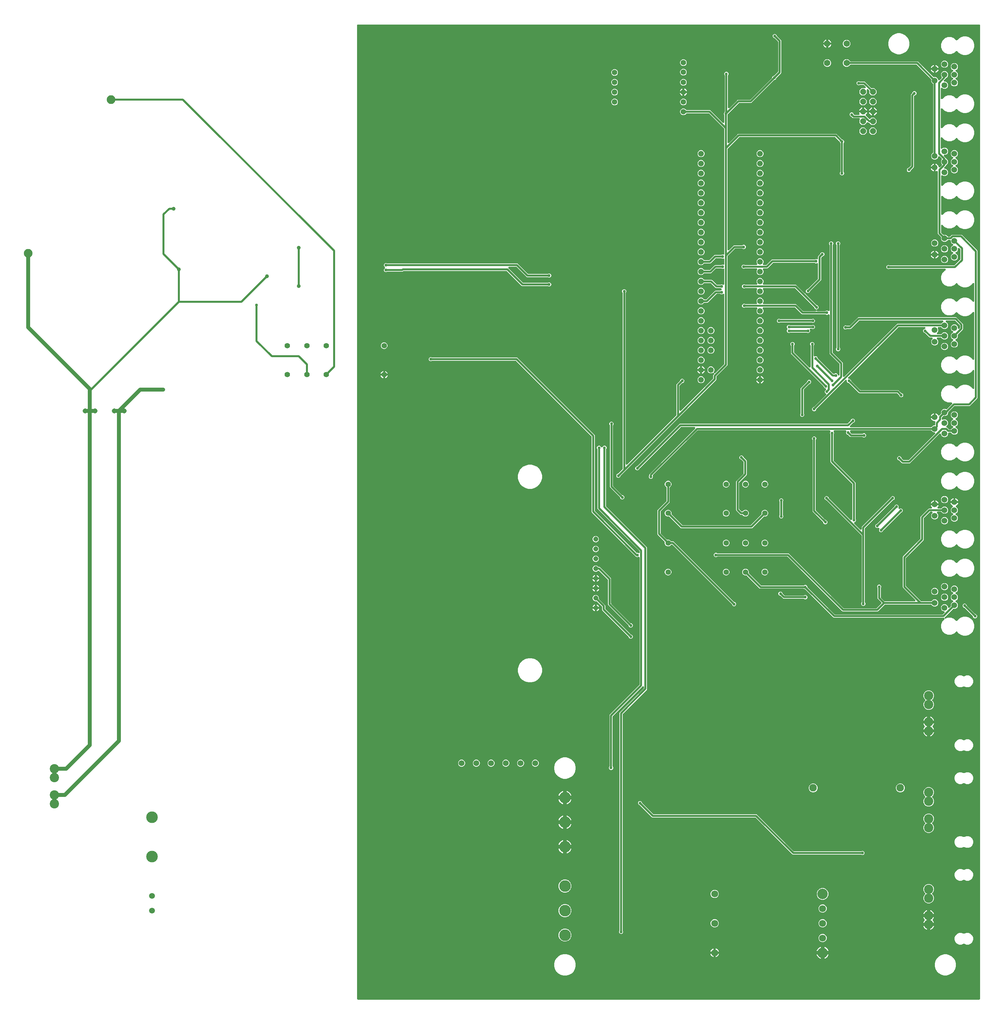
<source format=gbr>
G04 EAGLE Gerber RS-274X export*
G75*
%MOMM*%
%FSLAX34Y34*%
%LPD*%
%INBottom Copper*%
%IPPOS*%
%AMOC8*
5,1,8,0,0,1.08239X$1,22.5*%
G01*
%ADD10C,2.400000*%
%ADD11C,1.508000*%
%ADD12C,1.308000*%
%ADD13C,2.250000*%
%ADD14C,1.650000*%
%ADD15P,1.649562X8X292.500000*%
%ADD16C,3.000000*%
%ADD17C,1.408000*%
%ADD18C,1.800000*%
%ADD19C,2.700000*%
%ADD20C,1.950000*%
%ADD21C,1.473200*%
%ADD22C,1.000000*%
%ADD23C,1.006400*%
%ADD24C,0.500000*%
%ADD25C,0.756400*%
%ADD26C,1.500000*%

G36*
X2527390Y10165D02*
X2527390Y10165D01*
X2527440Y10163D01*
X2527612Y10185D01*
X2527785Y10201D01*
X2527833Y10214D01*
X2527883Y10220D01*
X2528048Y10273D01*
X2528216Y10319D01*
X2528261Y10341D01*
X2528308Y10356D01*
X2528462Y10437D01*
X2528618Y10512D01*
X2528659Y10542D01*
X2528703Y10565D01*
X2528840Y10672D01*
X2528980Y10774D01*
X2529015Y10810D01*
X2529054Y10841D01*
X2529170Y10971D01*
X2529290Y11096D01*
X2529317Y11138D01*
X2529351Y11176D01*
X2529441Y11324D01*
X2529537Y11468D01*
X2529557Y11514D01*
X2529583Y11557D01*
X2529645Y11719D01*
X2529714Y11879D01*
X2529725Y11927D01*
X2529743Y11974D01*
X2529776Y12145D01*
X2529815Y12314D01*
X2529818Y12364D01*
X2529827Y12413D01*
X2529839Y12660D01*
X2529839Y2527340D01*
X2529835Y2527390D01*
X2529837Y2527440D01*
X2529815Y2527612D01*
X2529799Y2527785D01*
X2529786Y2527833D01*
X2529780Y2527883D01*
X2529727Y2528048D01*
X2529681Y2528216D01*
X2529659Y2528261D01*
X2529644Y2528308D01*
X2529563Y2528462D01*
X2529488Y2528618D01*
X2529458Y2528659D01*
X2529435Y2528703D01*
X2529328Y2528840D01*
X2529226Y2528980D01*
X2529190Y2529015D01*
X2529159Y2529054D01*
X2529029Y2529170D01*
X2528904Y2529290D01*
X2528862Y2529317D01*
X2528824Y2529351D01*
X2528676Y2529441D01*
X2528532Y2529537D01*
X2528486Y2529557D01*
X2528443Y2529583D01*
X2528281Y2529645D01*
X2528121Y2529714D01*
X2528073Y2529725D01*
X2528026Y2529743D01*
X2527855Y2529776D01*
X2527686Y2529815D01*
X2527636Y2529818D01*
X2527587Y2529827D01*
X2527340Y2529839D01*
X922000Y2529839D01*
X921950Y2529835D01*
X921900Y2529837D01*
X921728Y2529815D01*
X921555Y2529799D01*
X921507Y2529786D01*
X921457Y2529780D01*
X921292Y2529727D01*
X921124Y2529681D01*
X921079Y2529659D01*
X921032Y2529644D01*
X920878Y2529563D01*
X920722Y2529488D01*
X920681Y2529458D01*
X920637Y2529435D01*
X920501Y2529328D01*
X920360Y2529226D01*
X920325Y2529190D01*
X920286Y2529159D01*
X920170Y2529029D01*
X920050Y2528904D01*
X920023Y2528862D01*
X919989Y2528824D01*
X919899Y2528676D01*
X919803Y2528532D01*
X919783Y2528486D01*
X919757Y2528443D01*
X919695Y2528281D01*
X919626Y2528121D01*
X919615Y2528073D01*
X919597Y2528026D01*
X919564Y2527855D01*
X919525Y2527686D01*
X919522Y2527636D01*
X919513Y2527587D01*
X919501Y2527340D01*
X919501Y12660D01*
X919505Y12610D01*
X919503Y12560D01*
X919525Y12388D01*
X919541Y12215D01*
X919554Y12167D01*
X919560Y12117D01*
X919613Y11952D01*
X919659Y11784D01*
X919681Y11739D01*
X919696Y11692D01*
X919777Y11538D01*
X919852Y11382D01*
X919882Y11341D01*
X919905Y11297D01*
X920012Y11160D01*
X920114Y11020D01*
X920150Y10985D01*
X920181Y10946D01*
X920311Y10830D01*
X920436Y10710D01*
X920478Y10683D01*
X920516Y10649D01*
X920664Y10559D01*
X920808Y10463D01*
X920854Y10443D01*
X920897Y10417D01*
X921059Y10355D01*
X921219Y10286D01*
X921267Y10275D01*
X921314Y10257D01*
X921485Y10224D01*
X921654Y10185D01*
X921704Y10182D01*
X921753Y10173D01*
X922000Y10161D01*
X2527340Y10161D01*
X2527390Y10165D01*
G37*
%LPC*%
G36*
X2226944Y1027693D02*
X2226944Y1027693D01*
X2224994Y1028501D01*
X2223501Y1029994D01*
X2222693Y1031944D01*
X2222693Y1034056D01*
X2223554Y1036134D01*
X2223622Y1036253D01*
X2223719Y1036413D01*
X2223732Y1036447D01*
X2223750Y1036479D01*
X2223812Y1036655D01*
X2223879Y1036829D01*
X2223886Y1036866D01*
X2223899Y1036901D01*
X2223928Y1037085D01*
X2223963Y1037268D01*
X2223966Y1037319D01*
X2223969Y1037342D01*
X2223968Y1037379D01*
X2223975Y1037515D01*
X2223975Y1208298D01*
X2223959Y1208484D01*
X2223947Y1208670D01*
X2223939Y1208706D01*
X2223935Y1208743D01*
X2223886Y1208923D01*
X2223842Y1209104D01*
X2223827Y1209137D01*
X2223817Y1209173D01*
X2223736Y1209342D01*
X2223660Y1209512D01*
X2223640Y1209543D01*
X2223624Y1209576D01*
X2223514Y1209727D01*
X2223409Y1209881D01*
X2223375Y1209919D01*
X2223362Y1209938D01*
X2223335Y1209963D01*
X2223243Y1210065D01*
X2133347Y1299961D01*
X2133204Y1300081D01*
X2133064Y1300205D01*
X2133032Y1300224D01*
X2133004Y1300248D01*
X2132842Y1300340D01*
X2132683Y1300437D01*
X2132648Y1300450D01*
X2132616Y1300468D01*
X2132440Y1300530D01*
X2132266Y1300597D01*
X2132229Y1300604D01*
X2132194Y1300617D01*
X2132089Y1300633D01*
X2129994Y1301501D01*
X2128501Y1302994D01*
X2127693Y1304944D01*
X2127693Y1307056D01*
X2128501Y1309006D01*
X2129994Y1310499D01*
X2131944Y1311307D01*
X2134056Y1311307D01*
X2136006Y1310499D01*
X2137499Y1309006D01*
X2138360Y1306927D01*
X2138396Y1306795D01*
X2138440Y1306614D01*
X2138455Y1306581D01*
X2138465Y1306545D01*
X2138546Y1306376D01*
X2138622Y1306206D01*
X2138642Y1306175D01*
X2138658Y1306142D01*
X2138768Y1305990D01*
X2138873Y1305837D01*
X2138907Y1305799D01*
X2138920Y1305780D01*
X2138947Y1305755D01*
X2139039Y1305653D01*
X2194860Y1249832D01*
X2194932Y1249772D01*
X2194997Y1249705D01*
X2195103Y1249629D01*
X2195203Y1249545D01*
X2195284Y1249499D01*
X2195360Y1249445D01*
X2195478Y1249389D01*
X2195591Y1249325D01*
X2195679Y1249294D01*
X2195764Y1249254D01*
X2195890Y1249220D01*
X2196013Y1249176D01*
X2196105Y1249162D01*
X2196195Y1249137D01*
X2196325Y1249126D01*
X2196454Y1249106D01*
X2196547Y1249108D01*
X2196640Y1249100D01*
X2196770Y1249112D01*
X2196900Y1249115D01*
X2196992Y1249133D01*
X2197085Y1249142D01*
X2197211Y1249177D01*
X2197338Y1249203D01*
X2197425Y1249237D01*
X2197515Y1249263D01*
X2197632Y1249320D01*
X2197753Y1249368D01*
X2197833Y1249417D01*
X2197917Y1249458D01*
X2198022Y1249535D01*
X2198133Y1249604D01*
X2198202Y1249667D01*
X2198277Y1249722D01*
X2198367Y1249816D01*
X2198464Y1249904D01*
X2198521Y1249978D01*
X2198585Y1250046D01*
X2198657Y1250154D01*
X2198736Y1250258D01*
X2198779Y1250341D01*
X2198830Y1250419D01*
X2198936Y1250643D01*
X2199554Y1252135D01*
X2199622Y1252253D01*
X2199719Y1252413D01*
X2199732Y1252447D01*
X2199750Y1252479D01*
X2199812Y1252655D01*
X2199879Y1252829D01*
X2199886Y1252866D01*
X2199899Y1252901D01*
X2199928Y1253085D01*
X2199963Y1253268D01*
X2199966Y1253319D01*
X2199969Y1253342D01*
X2199968Y1253379D01*
X2199975Y1253515D01*
X2199975Y1341298D01*
X2199959Y1341484D01*
X2199947Y1341670D01*
X2199939Y1341706D01*
X2199935Y1341743D01*
X2199886Y1341923D01*
X2199842Y1342104D01*
X2199827Y1342137D01*
X2199817Y1342173D01*
X2199736Y1342342D01*
X2199660Y1342512D01*
X2199640Y1342543D01*
X2199624Y1342576D01*
X2199514Y1342727D01*
X2199409Y1342881D01*
X2199375Y1342919D01*
X2199362Y1342938D01*
X2199335Y1342963D01*
X2199243Y1343065D01*
X2143588Y1398720D01*
X2142975Y1400199D01*
X2142975Y1469485D01*
X2142959Y1469671D01*
X2142947Y1469857D01*
X2142939Y1469893D01*
X2142935Y1469930D01*
X2142886Y1470110D01*
X2142842Y1470291D01*
X2142827Y1470324D01*
X2142817Y1470360D01*
X2142736Y1470529D01*
X2142660Y1470699D01*
X2142640Y1470730D01*
X2142624Y1470763D01*
X2142561Y1470850D01*
X2141693Y1472944D01*
X2141693Y1475056D01*
X2142588Y1477216D01*
X2142634Y1477284D01*
X2142668Y1477364D01*
X2142711Y1477439D01*
X2142756Y1477569D01*
X2142811Y1477695D01*
X2142830Y1477779D01*
X2142859Y1477861D01*
X2142881Y1477996D01*
X2142912Y1478130D01*
X2142916Y1478216D01*
X2142930Y1478302D01*
X2142927Y1478439D01*
X2142934Y1478576D01*
X2142923Y1478662D01*
X2142921Y1478748D01*
X2142894Y1478883D01*
X2142876Y1479019D01*
X2142850Y1479101D01*
X2142833Y1479186D01*
X2142782Y1479314D01*
X2142741Y1479444D01*
X2142700Y1479521D01*
X2142668Y1479601D01*
X2142596Y1479718D01*
X2142532Y1479839D01*
X2142478Y1479907D01*
X2142432Y1479981D01*
X2142340Y1480082D01*
X2142255Y1480190D01*
X2142191Y1480248D01*
X2142132Y1480312D01*
X2142024Y1480396D01*
X2141921Y1480487D01*
X2141847Y1480532D01*
X2141779Y1480584D01*
X2141657Y1480647D01*
X2141540Y1480719D01*
X2141459Y1480750D01*
X2141382Y1480790D01*
X2141251Y1480830D01*
X2141123Y1480879D01*
X2141038Y1480896D01*
X2140955Y1480921D01*
X2140819Y1480937D01*
X2140684Y1480963D01*
X2140548Y1480970D01*
X2140511Y1480974D01*
X2140488Y1480973D01*
X2140437Y1480975D01*
X1800702Y1480975D01*
X1800516Y1480959D01*
X1800330Y1480947D01*
X1800294Y1480939D01*
X1800257Y1480935D01*
X1800077Y1480886D01*
X1799896Y1480842D01*
X1799863Y1480827D01*
X1799827Y1480817D01*
X1799658Y1480736D01*
X1799488Y1480660D01*
X1799457Y1480640D01*
X1799424Y1480624D01*
X1799273Y1480514D01*
X1799119Y1480409D01*
X1799081Y1480375D01*
X1799062Y1480362D01*
X1799037Y1480335D01*
X1798935Y1480243D01*
X1684445Y1365753D01*
X1684441Y1365748D01*
X1684436Y1365744D01*
X1684299Y1365579D01*
X1684159Y1365410D01*
X1684156Y1365405D01*
X1684151Y1365400D01*
X1684044Y1365208D01*
X1683938Y1365022D01*
X1683936Y1365016D01*
X1683933Y1365010D01*
X1683862Y1364805D01*
X1683790Y1364601D01*
X1683789Y1364594D01*
X1683787Y1364588D01*
X1683754Y1364375D01*
X1683719Y1364160D01*
X1683719Y1364153D01*
X1683718Y1364147D01*
X1683724Y1363925D01*
X1683728Y1363713D01*
X1683729Y1363707D01*
X1683729Y1363700D01*
X1683774Y1363484D01*
X1683816Y1363275D01*
X1683819Y1363269D01*
X1683820Y1363263D01*
X1683903Y1363030D01*
X1684307Y1362056D01*
X1684307Y1359944D01*
X1683499Y1357994D01*
X1682006Y1356501D01*
X1680056Y1355693D01*
X1677944Y1355693D01*
X1675994Y1356501D01*
X1674501Y1357994D01*
X1673693Y1359944D01*
X1673693Y1362056D01*
X1674554Y1364134D01*
X1674622Y1364253D01*
X1674719Y1364413D01*
X1674732Y1364447D01*
X1674750Y1364479D01*
X1674812Y1364655D01*
X1674879Y1364829D01*
X1674886Y1364866D01*
X1674899Y1364901D01*
X1674928Y1365085D01*
X1674963Y1365268D01*
X1674966Y1365319D01*
X1674969Y1365342D01*
X1674968Y1365379D01*
X1674975Y1365515D01*
X1674975Y1366801D01*
X1675588Y1368280D01*
X1793017Y1485709D01*
X1793105Y1485814D01*
X1793199Y1485912D01*
X1793248Y1485985D01*
X1793303Y1486052D01*
X1793371Y1486170D01*
X1793447Y1486284D01*
X1793481Y1486364D01*
X1793524Y1486440D01*
X1793570Y1486569D01*
X1793624Y1486695D01*
X1793643Y1486779D01*
X1793672Y1486861D01*
X1793694Y1486997D01*
X1793725Y1487130D01*
X1793729Y1487216D01*
X1793743Y1487302D01*
X1793740Y1487439D01*
X1793747Y1487576D01*
X1793736Y1487662D01*
X1793734Y1487749D01*
X1793707Y1487883D01*
X1793689Y1488019D01*
X1793663Y1488102D01*
X1793646Y1488187D01*
X1793595Y1488314D01*
X1793554Y1488444D01*
X1793513Y1488521D01*
X1793481Y1488602D01*
X1793409Y1488718D01*
X1793345Y1488839D01*
X1793291Y1488907D01*
X1793245Y1488981D01*
X1793153Y1489083D01*
X1793068Y1489190D01*
X1793003Y1489248D01*
X1792945Y1489312D01*
X1792837Y1489396D01*
X1792734Y1489487D01*
X1792660Y1489532D01*
X1792591Y1489585D01*
X1792469Y1489648D01*
X1792353Y1489719D01*
X1792271Y1489750D01*
X1792194Y1489790D01*
X1792064Y1489830D01*
X1791936Y1489879D01*
X1791850Y1489896D01*
X1791767Y1489921D01*
X1791632Y1489937D01*
X1791497Y1489963D01*
X1791360Y1489970D01*
X1791324Y1489974D01*
X1791300Y1489973D01*
X1791250Y1489975D01*
X1757702Y1489975D01*
X1757516Y1489959D01*
X1757330Y1489947D01*
X1757294Y1489939D01*
X1757257Y1489935D01*
X1757077Y1489886D01*
X1756896Y1489842D01*
X1756863Y1489827D01*
X1756827Y1489817D01*
X1756658Y1489736D01*
X1756488Y1489660D01*
X1756457Y1489640D01*
X1756424Y1489624D01*
X1756273Y1489514D01*
X1756119Y1489409D01*
X1756081Y1489375D01*
X1756062Y1489362D01*
X1756037Y1489335D01*
X1755935Y1489243D01*
X1650039Y1383347D01*
X1649919Y1383204D01*
X1649795Y1383064D01*
X1649776Y1383032D01*
X1649752Y1383004D01*
X1649660Y1382842D01*
X1649563Y1382683D01*
X1649550Y1382648D01*
X1649532Y1382616D01*
X1649470Y1382440D01*
X1649403Y1382266D01*
X1649396Y1382229D01*
X1649383Y1382194D01*
X1649367Y1382089D01*
X1648499Y1379994D01*
X1647006Y1378501D01*
X1645056Y1377693D01*
X1642944Y1377693D01*
X1640994Y1378501D01*
X1639501Y1379994D01*
X1638693Y1381944D01*
X1638693Y1384056D01*
X1639501Y1386006D01*
X1640994Y1387499D01*
X1643073Y1388360D01*
X1643205Y1388396D01*
X1643386Y1388440D01*
X1643419Y1388455D01*
X1643455Y1388465D01*
X1643624Y1388546D01*
X1643794Y1388622D01*
X1643825Y1388642D01*
X1643858Y1388658D01*
X1644009Y1388768D01*
X1644163Y1388873D01*
X1644201Y1388907D01*
X1644220Y1388920D01*
X1644245Y1388947D01*
X1644347Y1389039D01*
X1752720Y1497412D01*
X1754199Y1498025D01*
X2186298Y1498025D01*
X2186484Y1498041D01*
X2186670Y1498053D01*
X2186706Y1498061D01*
X2186743Y1498065D01*
X2186923Y1498114D01*
X2187104Y1498158D01*
X2187137Y1498173D01*
X2187173Y1498183D01*
X2187342Y1498264D01*
X2187512Y1498340D01*
X2187543Y1498360D01*
X2187576Y1498376D01*
X2187727Y1498486D01*
X2187881Y1498591D01*
X2187919Y1498625D01*
X2187938Y1498638D01*
X2187963Y1498665D01*
X2188065Y1498757D01*
X2194961Y1505653D01*
X2195081Y1505796D01*
X2195205Y1505936D01*
X2195224Y1505968D01*
X2195248Y1505996D01*
X2195340Y1506158D01*
X2195437Y1506317D01*
X2195450Y1506352D01*
X2195468Y1506384D01*
X2195530Y1506560D01*
X2195597Y1506734D01*
X2195604Y1506771D01*
X2195617Y1506806D01*
X2195633Y1506911D01*
X2196501Y1509006D01*
X2197994Y1510499D01*
X2199944Y1511307D01*
X2202056Y1511307D01*
X2204006Y1510499D01*
X2205499Y1509006D01*
X2206307Y1507056D01*
X2206307Y1504944D01*
X2205499Y1502994D01*
X2204006Y1501501D01*
X2201927Y1500640D01*
X2201795Y1500604D01*
X2201614Y1500560D01*
X2201581Y1500545D01*
X2201545Y1500535D01*
X2201376Y1500454D01*
X2201206Y1500378D01*
X2201175Y1500358D01*
X2201142Y1500342D01*
X2200991Y1500232D01*
X2200837Y1500127D01*
X2200799Y1500093D01*
X2200780Y1500080D01*
X2200755Y1500053D01*
X2200653Y1499961D01*
X2193983Y1493291D01*
X2193895Y1493186D01*
X2193801Y1493088D01*
X2193752Y1493015D01*
X2193697Y1492948D01*
X2193629Y1492830D01*
X2193553Y1492716D01*
X2193519Y1492636D01*
X2193476Y1492560D01*
X2193430Y1492431D01*
X2193376Y1492305D01*
X2193357Y1492221D01*
X2193328Y1492139D01*
X2193306Y1492003D01*
X2193275Y1491870D01*
X2193271Y1491784D01*
X2193257Y1491698D01*
X2193260Y1491561D01*
X2193253Y1491424D01*
X2193264Y1491338D01*
X2193266Y1491251D01*
X2193293Y1491117D01*
X2193311Y1490981D01*
X2193337Y1490898D01*
X2193354Y1490813D01*
X2193405Y1490686D01*
X2193446Y1490556D01*
X2193487Y1490479D01*
X2193519Y1490398D01*
X2193591Y1490282D01*
X2193655Y1490161D01*
X2193709Y1490093D01*
X2193755Y1490019D01*
X2193847Y1489917D01*
X2193932Y1489810D01*
X2193997Y1489752D01*
X2194055Y1489688D01*
X2194163Y1489604D01*
X2194266Y1489513D01*
X2194340Y1489468D01*
X2194409Y1489415D01*
X2194530Y1489352D01*
X2194647Y1489281D01*
X2194729Y1489250D01*
X2194806Y1489210D01*
X2194936Y1489170D01*
X2195064Y1489121D01*
X2195150Y1489104D01*
X2195233Y1489079D01*
X2195368Y1489063D01*
X2195503Y1489037D01*
X2195640Y1489030D01*
X2195676Y1489026D01*
X2195700Y1489027D01*
X2195750Y1489025D01*
X2402786Y1489025D01*
X2402792Y1489025D01*
X2402799Y1489025D01*
X2403015Y1489045D01*
X2403230Y1489065D01*
X2403237Y1489066D01*
X2403244Y1489067D01*
X2403451Y1489125D01*
X2403661Y1489183D01*
X2403667Y1489186D01*
X2403674Y1489188D01*
X2403867Y1489282D01*
X2404064Y1489376D01*
X2404069Y1489380D01*
X2404076Y1489383D01*
X2404250Y1489511D01*
X2404426Y1489638D01*
X2404431Y1489643D01*
X2404436Y1489647D01*
X2404585Y1489804D01*
X2404597Y1489816D01*
X2407465Y1492685D01*
X2410797Y1494065D01*
X2411476Y1494065D01*
X2411526Y1494069D01*
X2411576Y1494067D01*
X2411748Y1494089D01*
X2411921Y1494105D01*
X2411969Y1494118D01*
X2412019Y1494124D01*
X2412184Y1494177D01*
X2412352Y1494223D01*
X2412397Y1494245D01*
X2412444Y1494260D01*
X2412598Y1494341D01*
X2412754Y1494416D01*
X2412795Y1494446D01*
X2412839Y1494469D01*
X2412976Y1494576D01*
X2413116Y1494678D01*
X2413151Y1494714D01*
X2413190Y1494745D01*
X2413306Y1494875D01*
X2413426Y1495000D01*
X2413453Y1495042D01*
X2413487Y1495080D01*
X2413577Y1495228D01*
X2413673Y1495372D01*
X2413693Y1495418D01*
X2413719Y1495461D01*
X2413781Y1495623D01*
X2413850Y1495783D01*
X2413861Y1495831D01*
X2413879Y1495878D01*
X2413912Y1496049D01*
X2413951Y1496218D01*
X2413954Y1496268D01*
X2413963Y1496317D01*
X2413975Y1496564D01*
X2413975Y1500801D01*
X2414250Y1501464D01*
X2414278Y1501553D01*
X2414315Y1501639D01*
X2414344Y1501765D01*
X2414383Y1501890D01*
X2414395Y1501983D01*
X2414416Y1502074D01*
X2414422Y1502204D01*
X2414439Y1502333D01*
X2414434Y1502427D01*
X2414438Y1502520D01*
X2414421Y1502649D01*
X2414414Y1502779D01*
X2414393Y1502870D01*
X2414381Y1502963D01*
X2414341Y1503087D01*
X2414311Y1503214D01*
X2414273Y1503299D01*
X2414245Y1503388D01*
X2414184Y1503504D01*
X2414132Y1503623D01*
X2414080Y1503700D01*
X2414036Y1503783D01*
X2413955Y1503886D01*
X2413883Y1503994D01*
X2413817Y1504061D01*
X2413760Y1504134D01*
X2413662Y1504221D01*
X2413571Y1504314D01*
X2413495Y1504369D01*
X2413425Y1504431D01*
X2413314Y1504498D01*
X2413208Y1504574D01*
X2413124Y1504614D01*
X2413044Y1504663D01*
X2412922Y1504710D01*
X2412804Y1504765D01*
X2412714Y1504790D01*
X2412627Y1504823D01*
X2412499Y1504848D01*
X2412373Y1504882D01*
X2412280Y1504889D01*
X2412188Y1504907D01*
X2411941Y1504919D01*
X2411807Y1504919D01*
X2410240Y1505167D01*
X2408730Y1505658D01*
X2407316Y1506378D01*
X2406033Y1507311D01*
X2404911Y1508433D01*
X2403978Y1509716D01*
X2403258Y1511130D01*
X2402813Y1512501D01*
X2412600Y1512501D01*
X2412650Y1512505D01*
X2412699Y1512503D01*
X2412871Y1512525D01*
X2413045Y1512540D01*
X2413093Y1512554D01*
X2413142Y1512560D01*
X2413308Y1512613D01*
X2413475Y1512659D01*
X2413520Y1512681D01*
X2413568Y1512696D01*
X2413721Y1512777D01*
X2413878Y1512852D01*
X2413919Y1512882D01*
X2413963Y1512905D01*
X2414099Y1513012D01*
X2414240Y1513114D01*
X2414275Y1513150D01*
X2414314Y1513181D01*
X2414314Y1513182D01*
X2414430Y1513312D01*
X2414549Y1513436D01*
X2414550Y1513437D01*
X2414578Y1513478D01*
X2414611Y1513516D01*
X2414701Y1513664D01*
X2414797Y1513809D01*
X2414817Y1513855D01*
X2414843Y1513897D01*
X2414905Y1514060D01*
X2414974Y1514219D01*
X2414985Y1514267D01*
X2415003Y1514314D01*
X2415036Y1514485D01*
X2415075Y1514654D01*
X2415078Y1514704D01*
X2415087Y1514753D01*
X2415099Y1515000D01*
X2415099Y1524787D01*
X2416470Y1524342D01*
X2417884Y1523622D01*
X2419167Y1522689D01*
X2420289Y1521567D01*
X2421235Y1520265D01*
X2421251Y1520247D01*
X2421263Y1520228D01*
X2421398Y1520079D01*
X2421529Y1519928D01*
X2421547Y1519914D01*
X2421563Y1519897D01*
X2421721Y1519775D01*
X2421878Y1519649D01*
X2421899Y1519638D01*
X2421917Y1519624D01*
X2422095Y1519532D01*
X2422271Y1519437D01*
X2422293Y1519430D01*
X2422314Y1519419D01*
X2422505Y1519361D01*
X2422696Y1519298D01*
X2422719Y1519295D01*
X2422741Y1519288D01*
X2422940Y1519265D01*
X2423138Y1519237D01*
X2423161Y1519238D01*
X2423184Y1519235D01*
X2423385Y1519248D01*
X2423585Y1519256D01*
X2423607Y1519261D01*
X2423630Y1519262D01*
X2423826Y1519310D01*
X2424021Y1519354D01*
X2424042Y1519363D01*
X2424064Y1519368D01*
X2424248Y1519450D01*
X2424432Y1519528D01*
X2424451Y1519540D01*
X2424472Y1519550D01*
X2424638Y1519662D01*
X2424806Y1519772D01*
X2424823Y1519788D01*
X2424842Y1519801D01*
X2425025Y1519967D01*
X2425071Y1520013D01*
X2425072Y1520014D01*
X2428214Y1523156D01*
X2428219Y1523161D01*
X2428224Y1523166D01*
X2428362Y1523333D01*
X2428501Y1523499D01*
X2428504Y1523505D01*
X2428508Y1523510D01*
X2428615Y1523700D01*
X2428721Y1523887D01*
X2428724Y1523893D01*
X2428727Y1523899D01*
X2428798Y1524105D01*
X2428869Y1524309D01*
X2428871Y1524315D01*
X2428873Y1524322D01*
X2428905Y1524533D01*
X2428940Y1524750D01*
X2428940Y1524757D01*
X2428941Y1524763D01*
X2428936Y1524978D01*
X2428935Y1524996D01*
X2428935Y1529053D01*
X2430315Y1532385D01*
X2432865Y1534935D01*
X2436197Y1536315D01*
X2439803Y1536315D01*
X2441668Y1535542D01*
X2441675Y1535540D01*
X2441680Y1535537D01*
X2441888Y1535473D01*
X2442095Y1535409D01*
X2442101Y1535408D01*
X2442107Y1535406D01*
X2442322Y1535380D01*
X2442538Y1535353D01*
X2442545Y1535354D01*
X2442551Y1535353D01*
X2442766Y1535366D01*
X2442984Y1535378D01*
X2442990Y1535379D01*
X2442997Y1535380D01*
X2443207Y1535431D01*
X2443419Y1535481D01*
X2443425Y1535484D01*
X2443431Y1535485D01*
X2443631Y1535574D01*
X2443828Y1535660D01*
X2443833Y1535664D01*
X2443839Y1535667D01*
X2444022Y1535791D01*
X2444199Y1535910D01*
X2444203Y1535914D01*
X2444209Y1535918D01*
X2444392Y1536084D01*
X2457131Y1548823D01*
X2457219Y1548928D01*
X2457313Y1549026D01*
X2457362Y1549099D01*
X2457417Y1549166D01*
X2457485Y1549284D01*
X2457561Y1549398D01*
X2457595Y1549478D01*
X2457638Y1549554D01*
X2457684Y1549683D01*
X2457738Y1549809D01*
X2457757Y1549893D01*
X2457786Y1549975D01*
X2457808Y1550111D01*
X2457839Y1550244D01*
X2457843Y1550330D01*
X2457857Y1550416D01*
X2457854Y1550553D01*
X2457861Y1550690D01*
X2457850Y1550776D01*
X2457848Y1550863D01*
X2457821Y1550997D01*
X2457803Y1551133D01*
X2457777Y1551216D01*
X2457760Y1551301D01*
X2457709Y1551428D01*
X2457668Y1551558D01*
X2457627Y1551635D01*
X2457595Y1551716D01*
X2457523Y1551832D01*
X2457459Y1551953D01*
X2457405Y1552022D01*
X2457359Y1552095D01*
X2457267Y1552197D01*
X2457182Y1552304D01*
X2457117Y1552362D01*
X2457059Y1552426D01*
X2456951Y1552510D01*
X2456848Y1552601D01*
X2456774Y1552646D01*
X2456705Y1552699D01*
X2456583Y1552762D01*
X2456467Y1552833D01*
X2456385Y1552864D01*
X2456308Y1552904D01*
X2456178Y1552944D01*
X2456050Y1552993D01*
X2455964Y1553010D01*
X2455881Y1553035D01*
X2455746Y1553051D01*
X2455611Y1553077D01*
X2455474Y1553084D01*
X2455438Y1553088D01*
X2455414Y1553087D01*
X2455364Y1553089D01*
X2446342Y1553089D01*
X2438289Y1556425D01*
X2432125Y1562589D01*
X2428789Y1570642D01*
X2428789Y1579358D01*
X2432125Y1587411D01*
X2438289Y1593575D01*
X2446342Y1596911D01*
X2455058Y1596911D01*
X2463111Y1593575D01*
X2467411Y1589276D01*
X2467529Y1589177D01*
X2467641Y1589072D01*
X2467700Y1589034D01*
X2467754Y1588989D01*
X2467887Y1588914D01*
X2468016Y1588830D01*
X2468081Y1588803D01*
X2468142Y1588768D01*
X2468287Y1588718D01*
X2468428Y1588659D01*
X2468497Y1588644D01*
X2468563Y1588620D01*
X2468715Y1588596D01*
X2468865Y1588563D01*
X2468935Y1588561D01*
X2469004Y1588550D01*
X2469158Y1588553D01*
X2469311Y1588547D01*
X2469381Y1588557D01*
X2469451Y1588559D01*
X2469601Y1588589D01*
X2469753Y1588611D01*
X2469820Y1588633D01*
X2469889Y1588647D01*
X2470032Y1588703D01*
X2470177Y1588752D01*
X2470239Y1588786D01*
X2470304Y1588812D01*
X2470434Y1588893D01*
X2470569Y1588966D01*
X2470624Y1589011D01*
X2470683Y1589048D01*
X2470797Y1589151D01*
X2470916Y1589247D01*
X2470962Y1589300D01*
X2471014Y1589348D01*
X2471108Y1589469D01*
X2471208Y1589585D01*
X2471265Y1589673D01*
X2471287Y1589702D01*
X2471301Y1589730D01*
X2471343Y1589793D01*
X2471367Y1589835D01*
X2475865Y1594333D01*
X2481374Y1597514D01*
X2487519Y1599161D01*
X2493881Y1599161D01*
X2500026Y1597514D01*
X2505535Y1594333D01*
X2510033Y1589835D01*
X2510312Y1589353D01*
X2510321Y1589339D01*
X2510328Y1589324D01*
X2510450Y1589157D01*
X2510569Y1588988D01*
X2510580Y1588976D01*
X2510590Y1588963D01*
X2510739Y1588819D01*
X2510887Y1588674D01*
X2510900Y1588665D01*
X2510912Y1588653D01*
X2511085Y1588539D01*
X2511255Y1588422D01*
X2511270Y1588415D01*
X2511284Y1588406D01*
X2511474Y1588324D01*
X2511663Y1588239D01*
X2511679Y1588235D01*
X2511695Y1588229D01*
X2511895Y1588182D01*
X2512097Y1588132D01*
X2512113Y1588131D01*
X2512130Y1588128D01*
X2512336Y1588117D01*
X2512542Y1588104D01*
X2512559Y1588106D01*
X2512576Y1588105D01*
X2512780Y1588132D01*
X2512986Y1588156D01*
X2513002Y1588161D01*
X2513019Y1588163D01*
X2513216Y1588226D01*
X2513414Y1588286D01*
X2513428Y1588294D01*
X2513444Y1588299D01*
X2513628Y1588396D01*
X2513811Y1588490D01*
X2513824Y1588500D01*
X2513839Y1588508D01*
X2514002Y1588636D01*
X2514166Y1588761D01*
X2514177Y1588774D01*
X2514190Y1588784D01*
X2514327Y1588939D01*
X2514467Y1589092D01*
X2514476Y1589106D01*
X2514487Y1589118D01*
X2514594Y1589294D01*
X2514704Y1589470D01*
X2514710Y1589486D01*
X2514719Y1589500D01*
X2514793Y1589692D01*
X2514870Y1589885D01*
X2514873Y1589901D01*
X2514879Y1589917D01*
X2514918Y1590120D01*
X2514959Y1590322D01*
X2514960Y1590339D01*
X2514963Y1590356D01*
X2514975Y1590603D01*
X2514975Y1634397D01*
X2514974Y1634414D01*
X2514975Y1634431D01*
X2514954Y1634635D01*
X2514935Y1634842D01*
X2514931Y1634858D01*
X2514929Y1634875D01*
X2514872Y1635072D01*
X2514817Y1635273D01*
X2514810Y1635288D01*
X2514805Y1635304D01*
X2514714Y1635488D01*
X2514624Y1635676D01*
X2514614Y1635689D01*
X2514606Y1635704D01*
X2514483Y1635870D01*
X2514362Y1636037D01*
X2514350Y1636049D01*
X2514340Y1636063D01*
X2514188Y1636204D01*
X2514040Y1636347D01*
X2514026Y1636356D01*
X2514013Y1636368D01*
X2513840Y1636480D01*
X2513668Y1636594D01*
X2513652Y1636601D01*
X2513638Y1636610D01*
X2513447Y1636689D01*
X2513257Y1636771D01*
X2513241Y1636775D01*
X2513226Y1636781D01*
X2513023Y1636826D01*
X2512822Y1636872D01*
X2512806Y1636873D01*
X2512789Y1636877D01*
X2512583Y1636884D01*
X2512376Y1636895D01*
X2512360Y1636892D01*
X2512343Y1636893D01*
X2512139Y1636864D01*
X2511933Y1636837D01*
X2511917Y1636832D01*
X2511901Y1636829D01*
X2511704Y1636764D01*
X2511508Y1636701D01*
X2511493Y1636693D01*
X2511477Y1636688D01*
X2511296Y1636589D01*
X2511113Y1636492D01*
X2511100Y1636482D01*
X2511085Y1636474D01*
X2510925Y1636344D01*
X2510762Y1636216D01*
X2510751Y1636203D01*
X2510738Y1636193D01*
X2510602Y1636036D01*
X2510465Y1635882D01*
X2510457Y1635867D01*
X2510446Y1635855D01*
X2510312Y1635647D01*
X2510033Y1635165D01*
X2505535Y1630667D01*
X2500026Y1627486D01*
X2493881Y1625839D01*
X2487519Y1625839D01*
X2481374Y1627486D01*
X2475865Y1630667D01*
X2471367Y1635165D01*
X2471343Y1635207D01*
X2471254Y1635332D01*
X2471173Y1635462D01*
X2471126Y1635514D01*
X2471086Y1635572D01*
X2470976Y1635680D01*
X2470873Y1635794D01*
X2470818Y1635836D01*
X2470768Y1635886D01*
X2470641Y1635972D01*
X2470519Y1636066D01*
X2470457Y1636098D01*
X2470399Y1636138D01*
X2470259Y1636201D01*
X2470122Y1636271D01*
X2470055Y1636292D01*
X2469991Y1636320D01*
X2469842Y1636357D01*
X2469695Y1636402D01*
X2469626Y1636411D01*
X2469557Y1636427D01*
X2469404Y1636437D01*
X2469252Y1636455D01*
X2469182Y1636451D01*
X2469112Y1636456D01*
X2468959Y1636438D01*
X2468806Y1636429D01*
X2468738Y1636412D01*
X2468668Y1636404D01*
X2468521Y1636359D01*
X2468372Y1636323D01*
X2468308Y1636294D01*
X2468241Y1636274D01*
X2468104Y1636204D01*
X2467964Y1636142D01*
X2467906Y1636102D01*
X2467843Y1636070D01*
X2467721Y1635977D01*
X2467594Y1635891D01*
X2467517Y1635821D01*
X2467488Y1635799D01*
X2467467Y1635776D01*
X2467411Y1635724D01*
X2463111Y1631425D01*
X2455058Y1628089D01*
X2446342Y1628089D01*
X2438289Y1631425D01*
X2432125Y1637589D01*
X2428789Y1645642D01*
X2428789Y1654358D01*
X2432125Y1662411D01*
X2438289Y1668575D01*
X2446342Y1671911D01*
X2455058Y1671911D01*
X2463111Y1668575D01*
X2467411Y1664276D01*
X2467529Y1664177D01*
X2467641Y1664072D01*
X2467700Y1664034D01*
X2467754Y1663989D01*
X2467887Y1663914D01*
X2468016Y1663830D01*
X2468081Y1663803D01*
X2468142Y1663768D01*
X2468287Y1663718D01*
X2468428Y1663659D01*
X2468497Y1663644D01*
X2468563Y1663620D01*
X2468715Y1663596D01*
X2468865Y1663563D01*
X2468935Y1663561D01*
X2469004Y1663550D01*
X2469158Y1663553D01*
X2469311Y1663547D01*
X2469381Y1663557D01*
X2469451Y1663559D01*
X2469601Y1663589D01*
X2469753Y1663611D01*
X2469820Y1663633D01*
X2469889Y1663647D01*
X2470032Y1663703D01*
X2470177Y1663752D01*
X2470239Y1663786D01*
X2470304Y1663812D01*
X2470434Y1663893D01*
X2470569Y1663966D01*
X2470624Y1664011D01*
X2470683Y1664048D01*
X2470797Y1664151D01*
X2470916Y1664247D01*
X2470962Y1664300D01*
X2471014Y1664348D01*
X2471108Y1664469D01*
X2471208Y1664585D01*
X2471265Y1664673D01*
X2471287Y1664702D01*
X2471301Y1664730D01*
X2471343Y1664793D01*
X2471367Y1664835D01*
X2475865Y1669333D01*
X2481374Y1672514D01*
X2487519Y1674161D01*
X2493881Y1674161D01*
X2500026Y1672514D01*
X2505535Y1669333D01*
X2510033Y1664835D01*
X2510312Y1664353D01*
X2510321Y1664339D01*
X2510328Y1664324D01*
X2510450Y1664157D01*
X2510569Y1663988D01*
X2510580Y1663976D01*
X2510590Y1663963D01*
X2510739Y1663819D01*
X2510887Y1663674D01*
X2510900Y1663665D01*
X2510912Y1663653D01*
X2511085Y1663539D01*
X2511255Y1663422D01*
X2511270Y1663415D01*
X2511284Y1663406D01*
X2511474Y1663324D01*
X2511663Y1663239D01*
X2511679Y1663235D01*
X2511695Y1663229D01*
X2511895Y1663182D01*
X2512097Y1663132D01*
X2512113Y1663131D01*
X2512130Y1663128D01*
X2512336Y1663117D01*
X2512542Y1663104D01*
X2512559Y1663106D01*
X2512576Y1663105D01*
X2512780Y1663132D01*
X2512986Y1663156D01*
X2513002Y1663161D01*
X2513019Y1663163D01*
X2513216Y1663226D01*
X2513414Y1663286D01*
X2513428Y1663294D01*
X2513444Y1663299D01*
X2513628Y1663396D01*
X2513811Y1663490D01*
X2513824Y1663500D01*
X2513839Y1663508D01*
X2514002Y1663636D01*
X2514166Y1663761D01*
X2514177Y1663774D01*
X2514190Y1663784D01*
X2514327Y1663939D01*
X2514467Y1664092D01*
X2514476Y1664106D01*
X2514487Y1664118D01*
X2514594Y1664294D01*
X2514704Y1664470D01*
X2514710Y1664486D01*
X2514719Y1664500D01*
X2514793Y1664692D01*
X2514870Y1664885D01*
X2514873Y1664901D01*
X2514879Y1664917D01*
X2514918Y1665120D01*
X2514959Y1665322D01*
X2514960Y1665339D01*
X2514963Y1665356D01*
X2514975Y1665603D01*
X2514975Y1784397D01*
X2514974Y1784414D01*
X2514975Y1784431D01*
X2514954Y1784635D01*
X2514935Y1784842D01*
X2514931Y1784858D01*
X2514929Y1784875D01*
X2514872Y1785072D01*
X2514817Y1785273D01*
X2514810Y1785288D01*
X2514805Y1785304D01*
X2514714Y1785488D01*
X2514624Y1785676D01*
X2514614Y1785689D01*
X2514606Y1785704D01*
X2514483Y1785870D01*
X2514362Y1786037D01*
X2514350Y1786049D01*
X2514340Y1786063D01*
X2514188Y1786204D01*
X2514040Y1786347D01*
X2514026Y1786356D01*
X2514013Y1786368D01*
X2513840Y1786480D01*
X2513668Y1786594D01*
X2513652Y1786601D01*
X2513638Y1786610D01*
X2513447Y1786689D01*
X2513257Y1786771D01*
X2513241Y1786775D01*
X2513226Y1786781D01*
X2513023Y1786826D01*
X2512822Y1786872D01*
X2512806Y1786873D01*
X2512789Y1786877D01*
X2512583Y1786884D01*
X2512376Y1786895D01*
X2512360Y1786892D01*
X2512343Y1786893D01*
X2512139Y1786864D01*
X2511933Y1786837D01*
X2511917Y1786832D01*
X2511901Y1786829D01*
X2511704Y1786764D01*
X2511508Y1786701D01*
X2511493Y1786693D01*
X2511477Y1786688D01*
X2511296Y1786589D01*
X2511113Y1786492D01*
X2511100Y1786482D01*
X2511085Y1786474D01*
X2510925Y1786344D01*
X2510762Y1786216D01*
X2510751Y1786203D01*
X2510738Y1786193D01*
X2510602Y1786036D01*
X2510465Y1785882D01*
X2510457Y1785867D01*
X2510446Y1785855D01*
X2510312Y1785647D01*
X2510033Y1785165D01*
X2505535Y1780667D01*
X2500026Y1777486D01*
X2493881Y1775839D01*
X2487519Y1775839D01*
X2481374Y1777486D01*
X2475865Y1780667D01*
X2471367Y1785165D01*
X2471343Y1785207D01*
X2471254Y1785332D01*
X2471173Y1785462D01*
X2471126Y1785514D01*
X2471086Y1785572D01*
X2470976Y1785680D01*
X2470873Y1785794D01*
X2470818Y1785836D01*
X2470768Y1785886D01*
X2470641Y1785972D01*
X2470519Y1786066D01*
X2470457Y1786098D01*
X2470399Y1786138D01*
X2470259Y1786201D01*
X2470122Y1786271D01*
X2470055Y1786292D01*
X2469991Y1786320D01*
X2469842Y1786357D01*
X2469695Y1786402D01*
X2469626Y1786411D01*
X2469557Y1786427D01*
X2469404Y1786437D01*
X2469252Y1786455D01*
X2469182Y1786451D01*
X2469112Y1786456D01*
X2468959Y1786438D01*
X2468806Y1786429D01*
X2468738Y1786412D01*
X2468668Y1786404D01*
X2468521Y1786359D01*
X2468372Y1786323D01*
X2468308Y1786294D01*
X2468241Y1786274D01*
X2468104Y1786204D01*
X2467964Y1786142D01*
X2467906Y1786102D01*
X2467843Y1786070D01*
X2467721Y1785977D01*
X2467594Y1785891D01*
X2467517Y1785821D01*
X2467488Y1785799D01*
X2467467Y1785776D01*
X2467411Y1785724D01*
X2463111Y1781425D01*
X2455058Y1778089D01*
X2446342Y1778089D01*
X2438289Y1781425D01*
X2432125Y1787589D01*
X2428789Y1795642D01*
X2428789Y1804358D01*
X2432125Y1812411D01*
X2438289Y1818575D01*
X2446342Y1821911D01*
X2455058Y1821911D01*
X2463111Y1818575D01*
X2467411Y1814276D01*
X2467529Y1814177D01*
X2467641Y1814072D01*
X2467700Y1814034D01*
X2467754Y1813989D01*
X2467887Y1813914D01*
X2468016Y1813830D01*
X2468081Y1813803D01*
X2468142Y1813768D01*
X2468287Y1813718D01*
X2468428Y1813659D01*
X2468497Y1813644D01*
X2468563Y1813620D01*
X2468715Y1813596D01*
X2468865Y1813563D01*
X2468935Y1813561D01*
X2469004Y1813550D01*
X2469158Y1813553D01*
X2469311Y1813547D01*
X2469381Y1813557D01*
X2469451Y1813559D01*
X2469601Y1813589D01*
X2469753Y1813611D01*
X2469820Y1813633D01*
X2469889Y1813647D01*
X2470032Y1813703D01*
X2470177Y1813752D01*
X2470239Y1813786D01*
X2470304Y1813812D01*
X2470434Y1813893D01*
X2470569Y1813966D01*
X2470624Y1814011D01*
X2470683Y1814048D01*
X2470797Y1814151D01*
X2470916Y1814247D01*
X2470962Y1814300D01*
X2471014Y1814348D01*
X2471108Y1814469D01*
X2471208Y1814585D01*
X2471265Y1814673D01*
X2471287Y1814702D01*
X2471301Y1814730D01*
X2471343Y1814793D01*
X2471367Y1814835D01*
X2475865Y1819333D01*
X2481374Y1822514D01*
X2487519Y1824161D01*
X2493881Y1824161D01*
X2500026Y1822514D01*
X2505535Y1819333D01*
X2510033Y1814835D01*
X2510312Y1814353D01*
X2510321Y1814339D01*
X2510328Y1814324D01*
X2510450Y1814157D01*
X2510569Y1813988D01*
X2510580Y1813976D01*
X2510590Y1813963D01*
X2510739Y1813819D01*
X2510887Y1813674D01*
X2510900Y1813665D01*
X2510912Y1813653D01*
X2511085Y1813539D01*
X2511255Y1813422D01*
X2511270Y1813415D01*
X2511284Y1813406D01*
X2511474Y1813324D01*
X2511663Y1813239D01*
X2511679Y1813235D01*
X2511695Y1813229D01*
X2511895Y1813182D01*
X2512097Y1813132D01*
X2512113Y1813131D01*
X2512130Y1813128D01*
X2512336Y1813117D01*
X2512542Y1813104D01*
X2512559Y1813106D01*
X2512576Y1813105D01*
X2512780Y1813132D01*
X2512986Y1813156D01*
X2513002Y1813161D01*
X2513019Y1813163D01*
X2513216Y1813226D01*
X2513414Y1813286D01*
X2513428Y1813294D01*
X2513444Y1813299D01*
X2513628Y1813396D01*
X2513811Y1813490D01*
X2513824Y1813500D01*
X2513839Y1813508D01*
X2514002Y1813636D01*
X2514166Y1813761D01*
X2514177Y1813774D01*
X2514190Y1813784D01*
X2514327Y1813939D01*
X2514467Y1814092D01*
X2514476Y1814106D01*
X2514487Y1814118D01*
X2514594Y1814294D01*
X2514704Y1814470D01*
X2514710Y1814486D01*
X2514719Y1814500D01*
X2514793Y1814692D01*
X2514870Y1814885D01*
X2514873Y1814901D01*
X2514879Y1814917D01*
X2514918Y1815120D01*
X2514959Y1815322D01*
X2514960Y1815339D01*
X2514963Y1815356D01*
X2514975Y1815603D01*
X2514975Y1859397D01*
X2514974Y1859414D01*
X2514975Y1859431D01*
X2514954Y1859636D01*
X2514935Y1859842D01*
X2514931Y1859858D01*
X2514929Y1859875D01*
X2514872Y1860074D01*
X2514817Y1860273D01*
X2514810Y1860288D01*
X2514805Y1860304D01*
X2514713Y1860489D01*
X2514624Y1860676D01*
X2514614Y1860689D01*
X2514606Y1860704D01*
X2514483Y1860869D01*
X2514362Y1861037D01*
X2514350Y1861049D01*
X2514340Y1861062D01*
X2514189Y1861204D01*
X2514040Y1861347D01*
X2514026Y1861356D01*
X2514013Y1861368D01*
X2513839Y1861480D01*
X2513668Y1861594D01*
X2513652Y1861601D01*
X2513638Y1861610D01*
X2513447Y1861689D01*
X2513257Y1861771D01*
X2513241Y1861775D01*
X2513226Y1861781D01*
X2513023Y1861826D01*
X2512822Y1861872D01*
X2512806Y1861873D01*
X2512789Y1861877D01*
X2512583Y1861884D01*
X2512376Y1861894D01*
X2512360Y1861892D01*
X2512343Y1861893D01*
X2512138Y1861863D01*
X2511933Y1861837D01*
X2511917Y1861832D01*
X2511901Y1861829D01*
X2511704Y1861764D01*
X2511508Y1861701D01*
X2511493Y1861693D01*
X2511477Y1861688D01*
X2511296Y1861589D01*
X2511113Y1861492D01*
X2511100Y1861482D01*
X2511085Y1861474D01*
X2510924Y1861344D01*
X2510762Y1861216D01*
X2510751Y1861203D01*
X2510738Y1861193D01*
X2510603Y1861036D01*
X2510465Y1860882D01*
X2510457Y1860867D01*
X2510446Y1860855D01*
X2510312Y1860647D01*
X2510033Y1860165D01*
X2505535Y1855667D01*
X2500026Y1852486D01*
X2493881Y1850839D01*
X2487519Y1850839D01*
X2481374Y1852486D01*
X2475865Y1855667D01*
X2471367Y1860165D01*
X2471343Y1860207D01*
X2471254Y1860332D01*
X2471173Y1860462D01*
X2471126Y1860514D01*
X2471086Y1860572D01*
X2470976Y1860680D01*
X2470873Y1860794D01*
X2470818Y1860836D01*
X2470768Y1860886D01*
X2470641Y1860972D01*
X2470519Y1861066D01*
X2470457Y1861098D01*
X2470399Y1861138D01*
X2470259Y1861201D01*
X2470122Y1861271D01*
X2470055Y1861292D01*
X2469991Y1861320D01*
X2469842Y1861357D01*
X2469695Y1861402D01*
X2469626Y1861411D01*
X2469557Y1861427D01*
X2469404Y1861437D01*
X2469252Y1861455D01*
X2469182Y1861451D01*
X2469112Y1861456D01*
X2468959Y1861438D01*
X2468806Y1861429D01*
X2468738Y1861412D01*
X2468668Y1861404D01*
X2468521Y1861359D01*
X2468372Y1861323D01*
X2468308Y1861294D01*
X2468241Y1861274D01*
X2468104Y1861204D01*
X2467964Y1861142D01*
X2467906Y1861102D01*
X2467843Y1861070D01*
X2467721Y1860977D01*
X2467594Y1860891D01*
X2467517Y1860821D01*
X2467488Y1860799D01*
X2467467Y1860776D01*
X2467411Y1860724D01*
X2463111Y1856425D01*
X2455058Y1853089D01*
X2446342Y1853089D01*
X2438289Y1856425D01*
X2432125Y1862589D01*
X2428789Y1870642D01*
X2428789Y1879358D01*
X2432125Y1887411D01*
X2438289Y1893575D01*
X2439718Y1894167D01*
X2439877Y1894250D01*
X2440040Y1894328D01*
X2440075Y1894354D01*
X2440114Y1894374D01*
X2440255Y1894485D01*
X2440402Y1894590D01*
X2440432Y1894622D01*
X2440466Y1894648D01*
X2440586Y1894783D01*
X2440711Y1894912D01*
X2440735Y1894949D01*
X2440764Y1894981D01*
X2440859Y1895134D01*
X2440958Y1895284D01*
X2440976Y1895324D01*
X2440998Y1895362D01*
X2441064Y1895529D01*
X2441135Y1895695D01*
X2441145Y1895737D01*
X2441161Y1895778D01*
X2441196Y1895955D01*
X2441236Y1896130D01*
X2441239Y1896173D01*
X2441247Y1896216D01*
X2441250Y1896396D01*
X2441259Y1896576D01*
X2441253Y1896619D01*
X2441254Y1896663D01*
X2441224Y1896840D01*
X2441201Y1897019D01*
X2441188Y1897060D01*
X2441181Y1897103D01*
X2441120Y1897273D01*
X2441065Y1897444D01*
X2441045Y1897483D01*
X2441030Y1897524D01*
X2440941Y1897680D01*
X2440856Y1897839D01*
X2440829Y1897873D01*
X2440808Y1897911D01*
X2440691Y1898049D01*
X2440580Y1898190D01*
X2440547Y1898219D01*
X2440519Y1898252D01*
X2440381Y1898367D01*
X2440246Y1898487D01*
X2440209Y1898509D01*
X2440175Y1898537D01*
X2440018Y1898625D01*
X2439864Y1898719D01*
X2439824Y1898734D01*
X2439786Y1898756D01*
X2439615Y1898815D01*
X2439447Y1898879D01*
X2439405Y1898887D01*
X2439363Y1898902D01*
X2439185Y1898929D01*
X2439009Y1898963D01*
X2438949Y1898966D01*
X2438922Y1898970D01*
X2438884Y1898969D01*
X2438761Y1898975D01*
X2297515Y1898975D01*
X2297329Y1898959D01*
X2297143Y1898947D01*
X2297107Y1898939D01*
X2297070Y1898935D01*
X2296890Y1898886D01*
X2296709Y1898842D01*
X2296676Y1898827D01*
X2296640Y1898817D01*
X2296471Y1898736D01*
X2296301Y1898660D01*
X2296270Y1898640D01*
X2296237Y1898624D01*
X2296150Y1898561D01*
X2294056Y1897693D01*
X2291944Y1897693D01*
X2289994Y1898501D01*
X2288501Y1899994D01*
X2287693Y1901944D01*
X2287693Y1904056D01*
X2288501Y1906006D01*
X2289994Y1907499D01*
X2291944Y1908307D01*
X2294056Y1908307D01*
X2296134Y1907446D01*
X2296253Y1907378D01*
X2296413Y1907281D01*
X2296447Y1907268D01*
X2296479Y1907250D01*
X2296655Y1907188D01*
X2296829Y1907121D01*
X2296866Y1907114D01*
X2296901Y1907101D01*
X2297085Y1907072D01*
X2297268Y1907037D01*
X2297319Y1907034D01*
X2297342Y1907031D01*
X2297379Y1907032D01*
X2297515Y1907025D01*
X2462298Y1907025D01*
X2462484Y1907041D01*
X2462670Y1907053D01*
X2462706Y1907061D01*
X2462743Y1907065D01*
X2462923Y1907114D01*
X2463104Y1907158D01*
X2463137Y1907173D01*
X2463173Y1907183D01*
X2463342Y1907264D01*
X2463512Y1907340D01*
X2463543Y1907360D01*
X2463576Y1907376D01*
X2463727Y1907486D01*
X2463881Y1907591D01*
X2463919Y1907625D01*
X2463938Y1907638D01*
X2463963Y1907665D01*
X2464065Y1907757D01*
X2478243Y1921935D01*
X2478363Y1922078D01*
X2478487Y1922218D01*
X2478506Y1922250D01*
X2478530Y1922278D01*
X2478622Y1922440D01*
X2478719Y1922599D01*
X2478732Y1922634D01*
X2478750Y1922666D01*
X2478812Y1922842D01*
X2478879Y1923016D01*
X2478886Y1923053D01*
X2478899Y1923088D01*
X2478928Y1923272D01*
X2478963Y1923455D01*
X2478966Y1923506D01*
X2478969Y1923529D01*
X2478968Y1923566D01*
X2478975Y1923702D01*
X2478975Y1948448D01*
X2478959Y1948634D01*
X2478947Y1948820D01*
X2478939Y1948856D01*
X2478935Y1948893D01*
X2478886Y1949073D01*
X2478842Y1949254D01*
X2478827Y1949288D01*
X2478817Y1949323D01*
X2478736Y1949492D01*
X2478660Y1949662D01*
X2478640Y1949693D01*
X2478624Y1949726D01*
X2478514Y1949878D01*
X2478409Y1950031D01*
X2478376Y1950069D01*
X2478362Y1950088D01*
X2478335Y1950114D01*
X2478243Y1950215D01*
X2476731Y1951727D01*
X2476626Y1951815D01*
X2476528Y1951909D01*
X2476455Y1951958D01*
X2476388Y1952013D01*
X2476269Y1952081D01*
X2476156Y1952157D01*
X2476076Y1952191D01*
X2476000Y1952234D01*
X2475871Y1952280D01*
X2475745Y1952334D01*
X2475661Y1952353D01*
X2475579Y1952382D01*
X2475444Y1952404D01*
X2475310Y1952435D01*
X2475224Y1952439D01*
X2475138Y1952453D01*
X2475001Y1952450D01*
X2474864Y1952457D01*
X2474778Y1952446D01*
X2474691Y1952444D01*
X2474557Y1952417D01*
X2474421Y1952399D01*
X2474338Y1952373D01*
X2474253Y1952356D01*
X2474126Y1952305D01*
X2473996Y1952264D01*
X2473919Y1952223D01*
X2473838Y1952191D01*
X2473722Y1952119D01*
X2473601Y1952055D01*
X2473533Y1952001D01*
X2473459Y1951955D01*
X2473357Y1951863D01*
X2473250Y1951778D01*
X2473192Y1951713D01*
X2473128Y1951655D01*
X2473044Y1951547D01*
X2472953Y1951444D01*
X2472908Y1951370D01*
X2472855Y1951301D01*
X2472792Y1951179D01*
X2472721Y1951063D01*
X2472690Y1950982D01*
X2472650Y1950904D01*
X2472610Y1950773D01*
X2472561Y1950646D01*
X2472544Y1950560D01*
X2472519Y1950477D01*
X2472503Y1950341D01*
X2472477Y1950207D01*
X2472470Y1950070D01*
X2472466Y1950034D01*
X2472467Y1950010D01*
X2472465Y1949960D01*
X2472465Y1948197D01*
X2471085Y1944865D01*
X2468535Y1942315D01*
X2467614Y1941934D01*
X2467493Y1941871D01*
X2467368Y1941816D01*
X2467295Y1941767D01*
X2467219Y1941727D01*
X2467111Y1941643D01*
X2466997Y1941567D01*
X2466935Y1941506D01*
X2466866Y1941453D01*
X2466774Y1941350D01*
X2466676Y1941255D01*
X2466626Y1941185D01*
X2466568Y1941120D01*
X2466496Y1941003D01*
X2466416Y1940892D01*
X2466379Y1940813D01*
X2466334Y1940739D01*
X2466284Y1940612D01*
X2466225Y1940488D01*
X2466203Y1940404D01*
X2466171Y1940323D01*
X2466145Y1940189D01*
X2466109Y1940057D01*
X2466102Y1939970D01*
X2466085Y1939885D01*
X2466083Y1939748D01*
X2466071Y1939612D01*
X2466080Y1939525D01*
X2466078Y1939438D01*
X2466101Y1939303D01*
X2466114Y1939167D01*
X2466137Y1939084D01*
X2466151Y1938998D01*
X2466197Y1938869D01*
X2466234Y1938737D01*
X2466272Y1938659D01*
X2466302Y1938577D01*
X2466370Y1938458D01*
X2466430Y1938335D01*
X2466481Y1938266D01*
X2466525Y1938190D01*
X2466613Y1938085D01*
X2466694Y1937975D01*
X2466756Y1937915D01*
X2466813Y1937849D01*
X2466918Y1937761D01*
X2467017Y1937667D01*
X2467090Y1937620D01*
X2467157Y1937564D01*
X2467277Y1937497D01*
X2467391Y1937422D01*
X2467514Y1937364D01*
X2467546Y1937345D01*
X2467569Y1937338D01*
X2467614Y1937316D01*
X2468535Y1936935D01*
X2471085Y1934385D01*
X2472465Y1931053D01*
X2472465Y1927447D01*
X2471085Y1924115D01*
X2468535Y1921565D01*
X2465203Y1920185D01*
X2461597Y1920185D01*
X2458265Y1921565D01*
X2455715Y1924115D01*
X2454335Y1927447D01*
X2454335Y1931053D01*
X2455715Y1934385D01*
X2458265Y1936935D01*
X2459186Y1937316D01*
X2459307Y1937379D01*
X2459432Y1937434D01*
X2459505Y1937483D01*
X2459581Y1937523D01*
X2459689Y1937607D01*
X2459803Y1937683D01*
X2459865Y1937744D01*
X2459934Y1937797D01*
X2460025Y1937899D01*
X2460123Y1937995D01*
X2460174Y1938065D01*
X2460232Y1938130D01*
X2460304Y1938247D01*
X2460383Y1938358D01*
X2460421Y1938436D01*
X2460466Y1938510D01*
X2460516Y1938638D01*
X2460575Y1938762D01*
X2460597Y1938846D01*
X2460629Y1938926D01*
X2460655Y1939061D01*
X2460691Y1939193D01*
X2460698Y1939279D01*
X2460715Y1939365D01*
X2460717Y1939502D01*
X2460729Y1939638D01*
X2460720Y1939725D01*
X2460722Y1939811D01*
X2460699Y1939946D01*
X2460686Y1940083D01*
X2460663Y1940166D01*
X2460649Y1940252D01*
X2460603Y1940381D01*
X2460566Y1940513D01*
X2460527Y1940591D01*
X2460498Y1940673D01*
X2460430Y1940791D01*
X2460370Y1940914D01*
X2460319Y1940985D01*
X2460275Y1941060D01*
X2460187Y1941165D01*
X2460106Y1941275D01*
X2460043Y1941335D01*
X2459987Y1941401D01*
X2459882Y1941489D01*
X2459783Y1941583D01*
X2459710Y1941631D01*
X2459643Y1941686D01*
X2459524Y1941753D01*
X2459409Y1941828D01*
X2459286Y1941887D01*
X2459254Y1941905D01*
X2459231Y1941912D01*
X2459186Y1941934D01*
X2458265Y1942315D01*
X2455715Y1944865D01*
X2454335Y1948197D01*
X2454335Y1951803D01*
X2455715Y1955135D01*
X2458265Y1957685D01*
X2459186Y1958066D01*
X2459307Y1958129D01*
X2459432Y1958184D01*
X2459505Y1958233D01*
X2459582Y1958273D01*
X2459690Y1958357D01*
X2459803Y1958433D01*
X2459865Y1958494D01*
X2459934Y1958547D01*
X2460025Y1958649D01*
X2460124Y1958745D01*
X2460174Y1958815D01*
X2460232Y1958880D01*
X2460304Y1958997D01*
X2460384Y1959108D01*
X2460421Y1959186D01*
X2460466Y1959261D01*
X2460516Y1959388D01*
X2460575Y1959512D01*
X2460597Y1959596D01*
X2460629Y1959677D01*
X2460655Y1959811D01*
X2460691Y1959943D01*
X2460698Y1960030D01*
X2460715Y1960115D01*
X2460717Y1960252D01*
X2460729Y1960388D01*
X2460720Y1960475D01*
X2460722Y1960562D01*
X2460699Y1960697D01*
X2460686Y1960833D01*
X2460663Y1960916D01*
X2460649Y1961002D01*
X2460603Y1961131D01*
X2460566Y1961263D01*
X2460528Y1961341D01*
X2460498Y1961423D01*
X2460430Y1961542D01*
X2460370Y1961665D01*
X2460319Y1961735D01*
X2460276Y1961810D01*
X2460187Y1961915D01*
X2460106Y1962025D01*
X2460043Y1962085D01*
X2459987Y1962151D01*
X2459882Y1962239D01*
X2459783Y1962333D01*
X2459710Y1962381D01*
X2459643Y1962436D01*
X2459524Y1962503D01*
X2459409Y1962578D01*
X2459286Y1962637D01*
X2459254Y1962655D01*
X2459231Y1962662D01*
X2459186Y1962684D01*
X2458265Y1963065D01*
X2455715Y1965615D01*
X2454335Y1968947D01*
X2454335Y1970726D01*
X2454331Y1970776D01*
X2454333Y1970826D01*
X2454311Y1970998D01*
X2454295Y1971171D01*
X2454282Y1971219D01*
X2454276Y1971269D01*
X2454223Y1971434D01*
X2454177Y1971602D01*
X2454155Y1971647D01*
X2454140Y1971694D01*
X2454059Y1971848D01*
X2453984Y1972004D01*
X2453954Y1972045D01*
X2453931Y1972089D01*
X2453824Y1972226D01*
X2453722Y1972366D01*
X2453686Y1972401D01*
X2453655Y1972440D01*
X2453525Y1972556D01*
X2453400Y1972676D01*
X2453358Y1972703D01*
X2453320Y1972737D01*
X2453172Y1972827D01*
X2453028Y1972923D01*
X2452982Y1972943D01*
X2452939Y1972969D01*
X2452777Y1973031D01*
X2452617Y1973100D01*
X2452569Y1973111D01*
X2452522Y1973129D01*
X2452351Y1973162D01*
X2452182Y1973201D01*
X2452132Y1973204D01*
X2452083Y1973213D01*
X2451836Y1973225D01*
X2447814Y1973225D01*
X2447808Y1973225D01*
X2447801Y1973225D01*
X2447585Y1973205D01*
X2447370Y1973185D01*
X2447363Y1973184D01*
X2447356Y1973183D01*
X2447149Y1973125D01*
X2446939Y1973067D01*
X2446933Y1973064D01*
X2446926Y1973062D01*
X2446733Y1972968D01*
X2446536Y1972874D01*
X2446531Y1972870D01*
X2446524Y1972867D01*
X2446350Y1972739D01*
X2446174Y1972612D01*
X2446169Y1972607D01*
X2446164Y1972603D01*
X2446014Y1972445D01*
X2446003Y1972434D01*
X2443135Y1969565D01*
X2439803Y1968185D01*
X2436197Y1968185D01*
X2432865Y1969565D01*
X2430315Y1972115D01*
X2428935Y1975447D01*
X2428935Y1979415D01*
X2428945Y1979491D01*
X2428944Y1979497D01*
X2428945Y1979503D01*
X2428939Y1979613D01*
X2428941Y1979670D01*
X2428930Y1979756D01*
X2428920Y1979937D01*
X2428919Y1979943D01*
X2428918Y1979949D01*
X2428890Y1980067D01*
X2428884Y1980113D01*
X2428862Y1980180D01*
X2428817Y1980371D01*
X2428814Y1980377D01*
X2428813Y1980383D01*
X2428759Y1980503D01*
X2428748Y1980538D01*
X2428721Y1980589D01*
X2428637Y1980780D01*
X2428634Y1980785D01*
X2428631Y1980791D01*
X2428553Y1980907D01*
X2428539Y1980933D01*
X2428510Y1980969D01*
X2428388Y1981151D01*
X2428384Y1981155D01*
X2428380Y1981161D01*
X2428214Y1981344D01*
X2421588Y1987970D01*
X2420975Y1989449D01*
X2420975Y2148875D01*
X2420958Y2149065D01*
X2420946Y2149257D01*
X2420938Y2149288D01*
X2420935Y2149320D01*
X2420885Y2149505D01*
X2420839Y2149690D01*
X2420825Y2149720D01*
X2420817Y2149751D01*
X2420734Y2149923D01*
X2420656Y2150098D01*
X2420638Y2150124D01*
X2420624Y2150153D01*
X2420511Y2150309D01*
X2420403Y2150466D01*
X2420381Y2150489D01*
X2420362Y2150515D01*
X2420224Y2150648D01*
X2420089Y2150784D01*
X2420063Y2150803D01*
X2420040Y2150825D01*
X2419880Y2150931D01*
X2419724Y2151041D01*
X2419694Y2151054D01*
X2419668Y2151072D01*
X2419492Y2151148D01*
X2419318Y2151228D01*
X2419287Y2151236D01*
X2419257Y2151249D01*
X2419071Y2151292D01*
X2418886Y2151341D01*
X2418854Y2151343D01*
X2418822Y2151350D01*
X2418632Y2151360D01*
X2418440Y2151374D01*
X2418408Y2151371D01*
X2418376Y2151372D01*
X2418187Y2151348D01*
X2417996Y2151328D01*
X2417965Y2151319D01*
X2417933Y2151315D01*
X2417751Y2151257D01*
X2417567Y2151203D01*
X2417527Y2151185D01*
X2417508Y2151179D01*
X2417476Y2151162D01*
X2417341Y2151102D01*
X2416470Y2150658D01*
X2415099Y2150213D01*
X2415099Y2160000D01*
X2415099Y2169787D01*
X2416470Y2169342D01*
X2417884Y2168622D01*
X2419167Y2167689D01*
X2420289Y2166567D01*
X2421222Y2165284D01*
X2421942Y2163870D01*
X2422456Y2162287D01*
X2422532Y2162111D01*
X2422602Y2161933D01*
X2422619Y2161906D01*
X2422632Y2161876D01*
X2422737Y2161717D01*
X2422838Y2161554D01*
X2422860Y2161530D01*
X2422878Y2161503D01*
X2423009Y2161365D01*
X2423138Y2161223D01*
X2423164Y2161203D01*
X2423186Y2161180D01*
X2423340Y2161067D01*
X2423492Y2160951D01*
X2423521Y2160936D01*
X2423547Y2160917D01*
X2423719Y2160833D01*
X2423889Y2160746D01*
X2423920Y2160736D01*
X2423949Y2160722D01*
X2424133Y2160671D01*
X2424316Y2160614D01*
X2424348Y2160611D01*
X2424379Y2160602D01*
X2424569Y2160584D01*
X2424759Y2160561D01*
X2424792Y2160563D01*
X2424824Y2160560D01*
X2425014Y2160577D01*
X2425205Y2160588D01*
X2425237Y2160596D01*
X2425269Y2160599D01*
X2425453Y2160649D01*
X2425639Y2160694D01*
X2425669Y2160707D01*
X2425700Y2160715D01*
X2425872Y2160797D01*
X2426048Y2160875D01*
X2426074Y2160893D01*
X2426103Y2160907D01*
X2426258Y2161018D01*
X2426417Y2161126D01*
X2426449Y2161156D01*
X2426466Y2161168D01*
X2426491Y2161193D01*
X2426600Y2161292D01*
X2430977Y2165669D01*
X2431009Y2165707D01*
X2431046Y2165741D01*
X2431152Y2165879D01*
X2431263Y2166012D01*
X2431288Y2166055D01*
X2431319Y2166095D01*
X2431398Y2166249D01*
X2431484Y2166400D01*
X2431501Y2166447D01*
X2431524Y2166492D01*
X2431575Y2166658D01*
X2431632Y2166822D01*
X2431640Y2166871D01*
X2431655Y2166919D01*
X2431676Y2167091D01*
X2431703Y2167263D01*
X2431702Y2167313D01*
X2431708Y2167362D01*
X2431698Y2167536D01*
X2431694Y2167709D01*
X2431684Y2167758D01*
X2431681Y2167808D01*
X2431640Y2167977D01*
X2431606Y2168147D01*
X2431587Y2168194D01*
X2431576Y2168242D01*
X2431505Y2168401D01*
X2431441Y2168562D01*
X2431415Y2168605D01*
X2431394Y2168651D01*
X2431297Y2168794D01*
X2431205Y2168941D01*
X2431171Y2168979D01*
X2431143Y2169020D01*
X2430977Y2169203D01*
X2430315Y2169865D01*
X2428935Y2173197D01*
X2428935Y2176803D01*
X2430315Y2180135D01*
X2430477Y2180297D01*
X2430509Y2180335D01*
X2430546Y2180369D01*
X2430652Y2180506D01*
X2430763Y2180639D01*
X2430788Y2180683D01*
X2430819Y2180723D01*
X2430898Y2180877D01*
X2430984Y2181028D01*
X2431001Y2181075D01*
X2431024Y2181119D01*
X2431075Y2181285D01*
X2431132Y2181449D01*
X2431140Y2181499D01*
X2431155Y2181546D01*
X2431176Y2181718D01*
X2431203Y2181890D01*
X2431202Y2181940D01*
X2431208Y2181990D01*
X2431198Y2182163D01*
X2431194Y2182337D01*
X2431184Y2182386D01*
X2431181Y2182436D01*
X2431140Y2182604D01*
X2431106Y2182775D01*
X2431087Y2182821D01*
X2431076Y2182870D01*
X2431005Y2183028D01*
X2430941Y2183190D01*
X2430915Y2183232D01*
X2430894Y2183278D01*
X2430797Y2183421D01*
X2430705Y2183569D01*
X2430671Y2183606D01*
X2430643Y2183648D01*
X2430477Y2183831D01*
X2425612Y2188696D01*
X2425540Y2188756D01*
X2425475Y2188823D01*
X2425369Y2188899D01*
X2425269Y2188983D01*
X2425188Y2189029D01*
X2425112Y2189083D01*
X2424994Y2189139D01*
X2424881Y2189203D01*
X2424793Y2189234D01*
X2424708Y2189274D01*
X2424582Y2189308D01*
X2424459Y2189351D01*
X2424367Y2189366D01*
X2424277Y2189391D01*
X2424147Y2189402D01*
X2424018Y2189422D01*
X2423925Y2189420D01*
X2423832Y2189428D01*
X2423702Y2189416D01*
X2423572Y2189413D01*
X2423480Y2189395D01*
X2423387Y2189386D01*
X2423262Y2189351D01*
X2423134Y2189325D01*
X2423047Y2189290D01*
X2422957Y2189265D01*
X2422840Y2189208D01*
X2422719Y2189160D01*
X2422639Y2189111D01*
X2422555Y2189070D01*
X2422450Y2188993D01*
X2422339Y2188924D01*
X2422270Y2188861D01*
X2422195Y2188806D01*
X2422105Y2188712D01*
X2422008Y2188624D01*
X2421951Y2188550D01*
X2421887Y2188482D01*
X2421815Y2188374D01*
X2421736Y2188270D01*
X2421693Y2188187D01*
X2421642Y2188109D01*
X2421536Y2187885D01*
X2420285Y2184865D01*
X2417735Y2182315D01*
X2414403Y2180935D01*
X2410797Y2180935D01*
X2407465Y2182315D01*
X2404915Y2184865D01*
X2403535Y2188197D01*
X2403535Y2191803D01*
X2404915Y2195135D01*
X2407720Y2197940D01*
X2407780Y2197986D01*
X2407785Y2197991D01*
X2407790Y2197996D01*
X2407936Y2198160D01*
X2408079Y2198319D01*
X2408082Y2198325D01*
X2408087Y2198330D01*
X2408199Y2198514D01*
X2408313Y2198699D01*
X2408315Y2198706D01*
X2408319Y2198712D01*
X2408396Y2198913D01*
X2408476Y2199115D01*
X2408477Y2199122D01*
X2408479Y2199128D01*
X2408520Y2199341D01*
X2408562Y2199554D01*
X2408562Y2199561D01*
X2408563Y2199567D01*
X2408575Y2199814D01*
X2408575Y2375186D01*
X2408575Y2375192D01*
X2408575Y2375199D01*
X2408555Y2375415D01*
X2408535Y2375630D01*
X2408534Y2375637D01*
X2408533Y2375644D01*
X2408475Y2375851D01*
X2408417Y2376061D01*
X2408414Y2376067D01*
X2408412Y2376074D01*
X2408320Y2376264D01*
X2408224Y2376464D01*
X2408220Y2376469D01*
X2408217Y2376476D01*
X2408089Y2376650D01*
X2407962Y2376826D01*
X2407957Y2376831D01*
X2407953Y2376836D01*
X2407796Y2376985D01*
X2407784Y2376997D01*
X2404915Y2379865D01*
X2403535Y2383197D01*
X2403535Y2387165D01*
X2403545Y2387241D01*
X2403544Y2387247D01*
X2403545Y2387253D01*
X2403532Y2387469D01*
X2403520Y2387687D01*
X2403519Y2387693D01*
X2403518Y2387699D01*
X2403467Y2387908D01*
X2403417Y2388121D01*
X2403414Y2388127D01*
X2403413Y2388133D01*
X2403325Y2388330D01*
X2403237Y2388530D01*
X2403234Y2388535D01*
X2403231Y2388541D01*
X2403108Y2388722D01*
X2402988Y2388901D01*
X2402984Y2388905D01*
X2402980Y2388911D01*
X2402814Y2389094D01*
X2366465Y2425443D01*
X2366322Y2425563D01*
X2366182Y2425687D01*
X2366150Y2425706D01*
X2366122Y2425730D01*
X2365960Y2425822D01*
X2365801Y2425919D01*
X2365766Y2425932D01*
X2365734Y2425950D01*
X2365558Y2426012D01*
X2365384Y2426079D01*
X2365347Y2426086D01*
X2365312Y2426099D01*
X2365128Y2426128D01*
X2364945Y2426163D01*
X2364895Y2426166D01*
X2364871Y2426169D01*
X2364834Y2426168D01*
X2364698Y2426175D01*
X2195483Y2426175D01*
X2195476Y2426175D01*
X2195470Y2426175D01*
X2195256Y2426155D01*
X2195038Y2426135D01*
X2195032Y2426134D01*
X2195025Y2426133D01*
X2194819Y2426075D01*
X2194607Y2426017D01*
X2194601Y2426014D01*
X2194595Y2426012D01*
X2194402Y2425918D01*
X2194205Y2425824D01*
X2194199Y2425820D01*
X2194193Y2425817D01*
X2194018Y2425689D01*
X2193843Y2425562D01*
X2193838Y2425557D01*
X2193833Y2425553D01*
X2193681Y2425394D01*
X2193533Y2425240D01*
X2193530Y2425234D01*
X2193525Y2425229D01*
X2193405Y2425047D01*
X2193286Y2424868D01*
X2193283Y2424862D01*
X2193280Y2424856D01*
X2193190Y2424666D01*
X2190437Y2421913D01*
X2186844Y2420425D01*
X2182956Y2420425D01*
X2179363Y2421913D01*
X2176613Y2424663D01*
X2175125Y2428256D01*
X2175125Y2432144D01*
X2176613Y2435737D01*
X2179363Y2438487D01*
X2182956Y2439975D01*
X2186844Y2439975D01*
X2190437Y2438487D01*
X2193191Y2435732D01*
X2193280Y2435565D01*
X2193381Y2435372D01*
X2193385Y2435367D01*
X2193388Y2435361D01*
X2193523Y2435189D01*
X2193655Y2435019D01*
X2193660Y2435015D01*
X2193664Y2435010D01*
X2193827Y2434865D01*
X2193988Y2434721D01*
X2193994Y2434718D01*
X2193998Y2434713D01*
X2194183Y2434601D01*
X2194368Y2434487D01*
X2194375Y2434485D01*
X2194380Y2434481D01*
X2194583Y2434403D01*
X2194784Y2434324D01*
X2194791Y2434323D01*
X2194797Y2434321D01*
X2195011Y2434280D01*
X2195223Y2434238D01*
X2195229Y2434238D01*
X2195236Y2434237D01*
X2195483Y2434225D01*
X2368201Y2434225D01*
X2369680Y2433612D01*
X2371163Y2432129D01*
X2371164Y2432128D01*
X2408506Y2394786D01*
X2408511Y2394782D01*
X2408515Y2394777D01*
X2408681Y2394640D01*
X2408849Y2394499D01*
X2408854Y2394496D01*
X2408859Y2394492D01*
X2409050Y2394385D01*
X2409237Y2394279D01*
X2409243Y2394277D01*
X2409248Y2394274D01*
X2409452Y2394203D01*
X2409659Y2394131D01*
X2409665Y2394130D01*
X2409671Y2394128D01*
X2409882Y2394095D01*
X2410100Y2394060D01*
X2410106Y2394060D01*
X2410112Y2394059D01*
X2410328Y2394064D01*
X2410346Y2394065D01*
X2414403Y2394065D01*
X2417735Y2392685D01*
X2420285Y2390135D01*
X2421536Y2387115D01*
X2421579Y2387032D01*
X2421614Y2386945D01*
X2421682Y2386834D01*
X2421743Y2386719D01*
X2421800Y2386645D01*
X2421850Y2386566D01*
X2421937Y2386469D01*
X2422017Y2386366D01*
X2422087Y2386304D01*
X2422149Y2386235D01*
X2422253Y2386155D01*
X2422350Y2386068D01*
X2422429Y2386019D01*
X2422503Y2385962D01*
X2422619Y2385902D01*
X2422730Y2385834D01*
X2422817Y2385800D01*
X2422900Y2385757D01*
X2423025Y2385719D01*
X2423146Y2385671D01*
X2423238Y2385653D01*
X2423327Y2385626D01*
X2423457Y2385610D01*
X2423585Y2385585D01*
X2423678Y2385584D01*
X2423771Y2385573D01*
X2423901Y2385581D01*
X2424031Y2385579D01*
X2424123Y2385594D01*
X2424217Y2385600D01*
X2424343Y2385630D01*
X2424472Y2385652D01*
X2424560Y2385683D01*
X2424651Y2385705D01*
X2424770Y2385758D01*
X2424893Y2385802D01*
X2424974Y2385849D01*
X2425059Y2385887D01*
X2425167Y2385960D01*
X2425280Y2386025D01*
X2425351Y2386085D01*
X2425428Y2386138D01*
X2425612Y2386304D01*
X2430477Y2391169D01*
X2430509Y2391207D01*
X2430546Y2391241D01*
X2430652Y2391379D01*
X2430763Y2391512D01*
X2430788Y2391555D01*
X2430819Y2391595D01*
X2430899Y2391749D01*
X2430984Y2391900D01*
X2431001Y2391947D01*
X2431024Y2391992D01*
X2431075Y2392157D01*
X2431132Y2392322D01*
X2431140Y2392371D01*
X2431155Y2392419D01*
X2431176Y2392591D01*
X2431203Y2392763D01*
X2431202Y2392813D01*
X2431208Y2392862D01*
X2431198Y2393036D01*
X2431194Y2393209D01*
X2431184Y2393258D01*
X2431181Y2393308D01*
X2431140Y2393477D01*
X2431106Y2393647D01*
X2431087Y2393693D01*
X2431076Y2393742D01*
X2431005Y2393901D01*
X2430941Y2394062D01*
X2430915Y2394105D01*
X2430894Y2394151D01*
X2430797Y2394294D01*
X2430705Y2394441D01*
X2430671Y2394479D01*
X2430643Y2394520D01*
X2430477Y2394703D01*
X2430315Y2394865D01*
X2428935Y2398197D01*
X2428935Y2401803D01*
X2430315Y2405135D01*
X2432865Y2407685D01*
X2436197Y2409065D01*
X2439803Y2409065D01*
X2443135Y2407685D01*
X2445685Y2405135D01*
X2447065Y2401803D01*
X2447065Y2398197D01*
X2445685Y2394865D01*
X2443135Y2392315D01*
X2442809Y2392180D01*
X2442644Y2392094D01*
X2442476Y2392012D01*
X2442446Y2391990D01*
X2442413Y2391973D01*
X2442266Y2391859D01*
X2442116Y2391749D01*
X2442090Y2391722D01*
X2442061Y2391699D01*
X2441936Y2391560D01*
X2441808Y2391425D01*
X2441787Y2391394D01*
X2441763Y2391366D01*
X2441665Y2391207D01*
X2441563Y2391052D01*
X2441541Y2391006D01*
X2441529Y2390986D01*
X2441515Y2390951D01*
X2441457Y2390828D01*
X2441412Y2390720D01*
X2436773Y2386081D01*
X2436685Y2385976D01*
X2436591Y2385878D01*
X2436542Y2385805D01*
X2436487Y2385738D01*
X2436419Y2385620D01*
X2436343Y2385506D01*
X2436309Y2385426D01*
X2436266Y2385350D01*
X2436220Y2385221D01*
X2436166Y2385095D01*
X2436147Y2385011D01*
X2436118Y2384929D01*
X2436096Y2384793D01*
X2436065Y2384660D01*
X2436061Y2384574D01*
X2436047Y2384488D01*
X2436050Y2384351D01*
X2436043Y2384214D01*
X2436054Y2384128D01*
X2436056Y2384041D01*
X2436083Y2383907D01*
X2436101Y2383771D01*
X2436127Y2383688D01*
X2436144Y2383603D01*
X2436195Y2383476D01*
X2436236Y2383346D01*
X2436277Y2383269D01*
X2436309Y2383188D01*
X2436381Y2383072D01*
X2436445Y2382951D01*
X2436499Y2382883D01*
X2436545Y2382809D01*
X2436637Y2382707D01*
X2436722Y2382600D01*
X2436787Y2382542D01*
X2436845Y2382478D01*
X2436953Y2382394D01*
X2437056Y2382303D01*
X2437130Y2382258D01*
X2437199Y2382205D01*
X2437320Y2382142D01*
X2437437Y2382071D01*
X2437519Y2382040D01*
X2437596Y2382000D01*
X2437726Y2381960D01*
X2437854Y2381911D01*
X2437940Y2381894D01*
X2438023Y2381869D01*
X2438158Y2381853D01*
X2438293Y2381827D01*
X2438430Y2381820D01*
X2438466Y2381816D01*
X2438490Y2381817D01*
X2438540Y2381815D01*
X2439803Y2381815D01*
X2443135Y2380435D01*
X2445685Y2377885D01*
X2447065Y2374553D01*
X2447065Y2370947D01*
X2445685Y2367615D01*
X2443135Y2365065D01*
X2439803Y2363685D01*
X2436197Y2363685D01*
X2432865Y2365065D01*
X2432291Y2365639D01*
X2432186Y2365727D01*
X2432088Y2365822D01*
X2432015Y2365870D01*
X2431948Y2365926D01*
X2431829Y2365993D01*
X2431716Y2366069D01*
X2431636Y2366103D01*
X2431560Y2366146D01*
X2431431Y2366192D01*
X2431305Y2366246D01*
X2431221Y2366266D01*
X2431139Y2366295D01*
X2431004Y2366316D01*
X2430870Y2366347D01*
X2430784Y2366352D01*
X2430698Y2366365D01*
X2430561Y2366363D01*
X2430424Y2366369D01*
X2430338Y2366358D01*
X2430251Y2366356D01*
X2430117Y2366329D01*
X2429981Y2366312D01*
X2429898Y2366285D01*
X2429813Y2366268D01*
X2429686Y2366218D01*
X2429556Y2366176D01*
X2429479Y2366135D01*
X2429398Y2366103D01*
X2429282Y2366031D01*
X2429161Y2365967D01*
X2429092Y2365913D01*
X2429019Y2365867D01*
X2428917Y2365775D01*
X2428810Y2365691D01*
X2428752Y2365626D01*
X2428688Y2365567D01*
X2428604Y2365459D01*
X2428513Y2365357D01*
X2428468Y2365282D01*
X2428415Y2365213D01*
X2428352Y2365092D01*
X2428281Y2364975D01*
X2428250Y2364894D01*
X2428210Y2364817D01*
X2428170Y2364686D01*
X2428121Y2364558D01*
X2428104Y2364473D01*
X2428079Y2364390D01*
X2428063Y2364254D01*
X2428037Y2364119D01*
X2428030Y2363983D01*
X2428026Y2363946D01*
X2428027Y2363923D01*
X2428025Y2363872D01*
X2428025Y2339345D01*
X2428037Y2339208D01*
X2428040Y2339072D01*
X2428057Y2338987D01*
X2428065Y2338900D01*
X2428101Y2338768D01*
X2428128Y2338634D01*
X2428160Y2338553D01*
X2428183Y2338469D01*
X2428242Y2338346D01*
X2428293Y2338219D01*
X2428339Y2338145D01*
X2428376Y2338067D01*
X2428457Y2337956D01*
X2428529Y2337840D01*
X2428587Y2337775D01*
X2428638Y2337705D01*
X2428737Y2337610D01*
X2428829Y2337508D01*
X2428898Y2337455D01*
X2428960Y2337395D01*
X2429074Y2337320D01*
X2429183Y2337236D01*
X2429260Y2337196D01*
X2429332Y2337148D01*
X2429458Y2337094D01*
X2429580Y2337031D01*
X2429663Y2337005D01*
X2429743Y2336971D01*
X2429876Y2336940D01*
X2430007Y2336900D01*
X2430093Y2336889D01*
X2430178Y2336870D01*
X2430314Y2336863D01*
X2430450Y2336847D01*
X2430537Y2336852D01*
X2430624Y2336848D01*
X2430759Y2336865D01*
X2430896Y2336873D01*
X2430981Y2336894D01*
X2431067Y2336905D01*
X2431197Y2336947D01*
X2431330Y2336979D01*
X2431409Y2337014D01*
X2431492Y2337041D01*
X2431613Y2337105D01*
X2431738Y2337160D01*
X2431810Y2337209D01*
X2431887Y2337250D01*
X2431995Y2337335D01*
X2432108Y2337412D01*
X2432209Y2337503D01*
X2432238Y2337526D01*
X2432254Y2337544D01*
X2432291Y2337578D01*
X2438289Y2343575D01*
X2446342Y2346911D01*
X2455058Y2346911D01*
X2463111Y2343575D01*
X2467411Y2339276D01*
X2467529Y2339177D01*
X2467641Y2339072D01*
X2467700Y2339034D01*
X2467754Y2338989D01*
X2467887Y2338914D01*
X2468016Y2338830D01*
X2468081Y2338803D01*
X2468142Y2338768D01*
X2468287Y2338718D01*
X2468428Y2338659D01*
X2468497Y2338644D01*
X2468563Y2338620D01*
X2468715Y2338596D01*
X2468865Y2338563D01*
X2468935Y2338561D01*
X2469004Y2338550D01*
X2469158Y2338553D01*
X2469311Y2338547D01*
X2469381Y2338557D01*
X2469451Y2338559D01*
X2469601Y2338589D01*
X2469753Y2338611D01*
X2469820Y2338633D01*
X2469889Y2338647D01*
X2470032Y2338703D01*
X2470177Y2338752D01*
X2470239Y2338786D01*
X2470304Y2338812D01*
X2470434Y2338893D01*
X2470569Y2338966D01*
X2470624Y2339011D01*
X2470683Y2339048D01*
X2470797Y2339151D01*
X2470916Y2339247D01*
X2470962Y2339300D01*
X2471014Y2339348D01*
X2471108Y2339469D01*
X2471208Y2339585D01*
X2471265Y2339673D01*
X2471287Y2339702D01*
X2471301Y2339730D01*
X2471343Y2339793D01*
X2471367Y2339835D01*
X2475865Y2344333D01*
X2481374Y2347514D01*
X2487519Y2349161D01*
X2493881Y2349161D01*
X2500026Y2347514D01*
X2505535Y2344333D01*
X2510033Y2339835D01*
X2513214Y2334326D01*
X2514861Y2328181D01*
X2514861Y2321819D01*
X2513214Y2315674D01*
X2510033Y2310165D01*
X2505535Y2305667D01*
X2500026Y2302486D01*
X2493881Y2300839D01*
X2487519Y2300839D01*
X2481374Y2302486D01*
X2475865Y2305667D01*
X2471367Y2310165D01*
X2471343Y2310207D01*
X2471254Y2310332D01*
X2471173Y2310462D01*
X2471126Y2310514D01*
X2471086Y2310572D01*
X2470976Y2310680D01*
X2470873Y2310794D01*
X2470818Y2310836D01*
X2470768Y2310886D01*
X2470641Y2310972D01*
X2470519Y2311066D01*
X2470457Y2311098D01*
X2470399Y2311138D01*
X2470259Y2311201D01*
X2470122Y2311271D01*
X2470055Y2311292D01*
X2469991Y2311320D01*
X2469842Y2311357D01*
X2469695Y2311402D01*
X2469626Y2311411D01*
X2469557Y2311427D01*
X2469404Y2311437D01*
X2469252Y2311455D01*
X2469182Y2311451D01*
X2469112Y2311456D01*
X2468959Y2311438D01*
X2468806Y2311429D01*
X2468738Y2311412D01*
X2468668Y2311404D01*
X2468521Y2311359D01*
X2468372Y2311323D01*
X2468308Y2311294D01*
X2468241Y2311274D01*
X2468104Y2311204D01*
X2467964Y2311142D01*
X2467906Y2311102D01*
X2467843Y2311070D01*
X2467721Y2310977D01*
X2467594Y2310891D01*
X2467517Y2310821D01*
X2467488Y2310799D01*
X2467467Y2310776D01*
X2467411Y2310724D01*
X2463111Y2306425D01*
X2455058Y2303089D01*
X2446342Y2303089D01*
X2438289Y2306425D01*
X2432291Y2312422D01*
X2432186Y2312510D01*
X2432088Y2312605D01*
X2432015Y2312653D01*
X2431948Y2312709D01*
X2431830Y2312776D01*
X2431716Y2312852D01*
X2431636Y2312887D01*
X2431560Y2312929D01*
X2431431Y2312975D01*
X2431305Y2313029D01*
X2431221Y2313049D01*
X2431139Y2313078D01*
X2431003Y2313099D01*
X2430870Y2313130D01*
X2430784Y2313135D01*
X2430698Y2313148D01*
X2430561Y2313146D01*
X2430424Y2313152D01*
X2430338Y2313141D01*
X2430251Y2313139D01*
X2430117Y2313112D01*
X2429981Y2313095D01*
X2429898Y2313068D01*
X2429813Y2313051D01*
X2429686Y2313001D01*
X2429556Y2312959D01*
X2429479Y2312918D01*
X2429398Y2312886D01*
X2429282Y2312814D01*
X2429161Y2312750D01*
X2429093Y2312696D01*
X2429019Y2312650D01*
X2428917Y2312558D01*
X2428810Y2312474D01*
X2428752Y2312409D01*
X2428688Y2312350D01*
X2428604Y2312242D01*
X2428513Y2312140D01*
X2428468Y2312065D01*
X2428415Y2311996D01*
X2428352Y2311875D01*
X2428281Y2311758D01*
X2428250Y2311677D01*
X2428210Y2311600D01*
X2428170Y2311469D01*
X2428121Y2311341D01*
X2428104Y2311255D01*
X2428079Y2311173D01*
X2428063Y2311037D01*
X2428037Y2310902D01*
X2428030Y2310766D01*
X2428026Y2310729D01*
X2428027Y2310706D01*
X2428025Y2310655D01*
X2428025Y2264345D01*
X2428037Y2264208D01*
X2428040Y2264072D01*
X2428057Y2263987D01*
X2428065Y2263900D01*
X2428101Y2263768D01*
X2428128Y2263634D01*
X2428160Y2263553D01*
X2428183Y2263469D01*
X2428242Y2263346D01*
X2428293Y2263219D01*
X2428339Y2263145D01*
X2428376Y2263067D01*
X2428457Y2262956D01*
X2428529Y2262840D01*
X2428587Y2262775D01*
X2428638Y2262705D01*
X2428737Y2262610D01*
X2428829Y2262508D01*
X2428898Y2262455D01*
X2428960Y2262395D01*
X2429074Y2262320D01*
X2429183Y2262236D01*
X2429260Y2262196D01*
X2429332Y2262148D01*
X2429458Y2262094D01*
X2429580Y2262031D01*
X2429663Y2262005D01*
X2429743Y2261971D01*
X2429876Y2261940D01*
X2430007Y2261900D01*
X2430093Y2261889D01*
X2430178Y2261870D01*
X2430314Y2261863D01*
X2430450Y2261847D01*
X2430537Y2261852D01*
X2430624Y2261848D01*
X2430759Y2261865D01*
X2430896Y2261873D01*
X2430981Y2261894D01*
X2431067Y2261905D01*
X2431197Y2261947D01*
X2431330Y2261979D01*
X2431409Y2262014D01*
X2431492Y2262041D01*
X2431613Y2262105D01*
X2431738Y2262160D01*
X2431810Y2262209D01*
X2431887Y2262250D01*
X2431995Y2262335D01*
X2432108Y2262412D01*
X2432209Y2262503D01*
X2432238Y2262526D01*
X2432254Y2262544D01*
X2432291Y2262578D01*
X2438289Y2268575D01*
X2446342Y2271911D01*
X2455058Y2271911D01*
X2463111Y2268575D01*
X2467411Y2264276D01*
X2467529Y2264177D01*
X2467641Y2264072D01*
X2467700Y2264034D01*
X2467754Y2263989D01*
X2467887Y2263914D01*
X2468016Y2263830D01*
X2468081Y2263803D01*
X2468142Y2263768D01*
X2468287Y2263718D01*
X2468428Y2263659D01*
X2468497Y2263644D01*
X2468563Y2263620D01*
X2468715Y2263596D01*
X2468865Y2263563D01*
X2468935Y2263561D01*
X2469004Y2263550D01*
X2469158Y2263553D01*
X2469311Y2263547D01*
X2469381Y2263557D01*
X2469451Y2263559D01*
X2469601Y2263589D01*
X2469753Y2263611D01*
X2469820Y2263633D01*
X2469889Y2263647D01*
X2470032Y2263703D01*
X2470177Y2263752D01*
X2470239Y2263786D01*
X2470304Y2263812D01*
X2470434Y2263893D01*
X2470569Y2263966D01*
X2470624Y2264011D01*
X2470683Y2264048D01*
X2470797Y2264151D01*
X2470916Y2264247D01*
X2470962Y2264300D01*
X2471014Y2264348D01*
X2471108Y2264469D01*
X2471208Y2264585D01*
X2471265Y2264673D01*
X2471287Y2264702D01*
X2471301Y2264730D01*
X2471343Y2264793D01*
X2471367Y2264835D01*
X2475865Y2269333D01*
X2481374Y2272514D01*
X2487519Y2274161D01*
X2493881Y2274161D01*
X2500026Y2272514D01*
X2505535Y2269333D01*
X2510033Y2264835D01*
X2513214Y2259326D01*
X2514861Y2253181D01*
X2514861Y2246819D01*
X2513214Y2240674D01*
X2510033Y2235165D01*
X2505535Y2230667D01*
X2500026Y2227486D01*
X2493881Y2225839D01*
X2487519Y2225839D01*
X2481374Y2227486D01*
X2475865Y2230667D01*
X2471367Y2235165D01*
X2471343Y2235207D01*
X2471254Y2235332D01*
X2471173Y2235462D01*
X2471126Y2235514D01*
X2471086Y2235572D01*
X2470976Y2235680D01*
X2470873Y2235794D01*
X2470818Y2235836D01*
X2470768Y2235886D01*
X2470641Y2235972D01*
X2470519Y2236066D01*
X2470457Y2236098D01*
X2470399Y2236138D01*
X2470259Y2236201D01*
X2470122Y2236271D01*
X2470055Y2236292D01*
X2469991Y2236320D01*
X2469842Y2236357D01*
X2469695Y2236402D01*
X2469626Y2236411D01*
X2469557Y2236427D01*
X2469404Y2236437D01*
X2469252Y2236455D01*
X2469182Y2236451D01*
X2469112Y2236456D01*
X2468959Y2236438D01*
X2468806Y2236429D01*
X2468738Y2236412D01*
X2468668Y2236404D01*
X2468521Y2236359D01*
X2468372Y2236323D01*
X2468308Y2236294D01*
X2468241Y2236274D01*
X2468104Y2236204D01*
X2467964Y2236142D01*
X2467906Y2236102D01*
X2467843Y2236070D01*
X2467721Y2235977D01*
X2467594Y2235891D01*
X2467517Y2235821D01*
X2467488Y2235799D01*
X2467467Y2235776D01*
X2467411Y2235724D01*
X2463111Y2231425D01*
X2455058Y2228089D01*
X2446342Y2228089D01*
X2438289Y2231425D01*
X2432291Y2237422D01*
X2432186Y2237510D01*
X2432088Y2237605D01*
X2432015Y2237653D01*
X2431948Y2237709D01*
X2431830Y2237776D01*
X2431716Y2237852D01*
X2431636Y2237887D01*
X2431560Y2237929D01*
X2431431Y2237975D01*
X2431305Y2238029D01*
X2431221Y2238049D01*
X2431139Y2238078D01*
X2431003Y2238099D01*
X2430870Y2238130D01*
X2430784Y2238135D01*
X2430698Y2238148D01*
X2430561Y2238146D01*
X2430424Y2238152D01*
X2430338Y2238141D01*
X2430251Y2238139D01*
X2430117Y2238112D01*
X2429981Y2238095D01*
X2429898Y2238068D01*
X2429813Y2238051D01*
X2429686Y2238001D01*
X2429556Y2237959D01*
X2429479Y2237918D01*
X2429398Y2237886D01*
X2429282Y2237814D01*
X2429161Y2237750D01*
X2429093Y2237696D01*
X2429019Y2237650D01*
X2428917Y2237558D01*
X2428810Y2237474D01*
X2428752Y2237409D01*
X2428688Y2237350D01*
X2428604Y2237242D01*
X2428513Y2237140D01*
X2428468Y2237065D01*
X2428415Y2236996D01*
X2428352Y2236875D01*
X2428281Y2236758D01*
X2428250Y2236677D01*
X2428210Y2236600D01*
X2428170Y2236469D01*
X2428121Y2236341D01*
X2428104Y2236255D01*
X2428079Y2236173D01*
X2428063Y2236037D01*
X2428037Y2235902D01*
X2428030Y2235766D01*
X2428026Y2235729D01*
X2428027Y2235706D01*
X2428025Y2235655D01*
X2428025Y2211128D01*
X2428037Y2210992D01*
X2428040Y2210855D01*
X2428057Y2210770D01*
X2428065Y2210683D01*
X2428101Y2210551D01*
X2428128Y2210417D01*
X2428160Y2210336D01*
X2428183Y2210252D01*
X2428242Y2210129D01*
X2428293Y2210002D01*
X2428339Y2209928D01*
X2428376Y2209850D01*
X2428457Y2209739D01*
X2428529Y2209623D01*
X2428587Y2209558D01*
X2428638Y2209488D01*
X2428737Y2209393D01*
X2428829Y2209291D01*
X2428898Y2209238D01*
X2428960Y2209178D01*
X2429074Y2209102D01*
X2429183Y2209019D01*
X2429260Y2208979D01*
X2429332Y2208931D01*
X2429458Y2208877D01*
X2429580Y2208814D01*
X2429663Y2208788D01*
X2429743Y2208754D01*
X2429875Y2208723D01*
X2430007Y2208683D01*
X2430093Y2208672D01*
X2430178Y2208653D01*
X2430314Y2208646D01*
X2430450Y2208630D01*
X2430537Y2208635D01*
X2430624Y2208631D01*
X2430759Y2208648D01*
X2430896Y2208657D01*
X2430981Y2208677D01*
X2431067Y2208688D01*
X2431197Y2208730D01*
X2431330Y2208762D01*
X2431410Y2208798D01*
X2431492Y2208824D01*
X2431613Y2208888D01*
X2431738Y2208944D01*
X2431810Y2208992D01*
X2431887Y2209033D01*
X2431995Y2209118D01*
X2432108Y2209195D01*
X2432209Y2209286D01*
X2432238Y2209309D01*
X2432254Y2209327D01*
X2432291Y2209361D01*
X2432865Y2209935D01*
X2436197Y2211315D01*
X2439803Y2211315D01*
X2443135Y2209935D01*
X2445685Y2207385D01*
X2447065Y2204053D01*
X2447065Y2200447D01*
X2445685Y2197115D01*
X2443135Y2194565D01*
X2439803Y2193185D01*
X2438540Y2193185D01*
X2438404Y2193173D01*
X2438267Y2193170D01*
X2438182Y2193153D01*
X2438095Y2193145D01*
X2437963Y2193109D01*
X2437829Y2193082D01*
X2437749Y2193050D01*
X2437665Y2193027D01*
X2437541Y2192968D01*
X2437414Y2192917D01*
X2437340Y2192871D01*
X2437262Y2192834D01*
X2437151Y2192753D01*
X2437035Y2192681D01*
X2436971Y2192623D01*
X2436900Y2192572D01*
X2436805Y2192473D01*
X2436704Y2192381D01*
X2436651Y2192312D01*
X2436591Y2192250D01*
X2436515Y2192136D01*
X2436431Y2192027D01*
X2436391Y2191950D01*
X2436343Y2191878D01*
X2436289Y2191752D01*
X2436226Y2191630D01*
X2436201Y2191547D01*
X2436166Y2191467D01*
X2436135Y2191334D01*
X2436095Y2191203D01*
X2436085Y2191117D01*
X2436065Y2191032D01*
X2436058Y2190896D01*
X2436042Y2190760D01*
X2436047Y2190673D01*
X2436043Y2190586D01*
X2436061Y2190451D01*
X2436069Y2190314D01*
X2436089Y2190229D01*
X2436101Y2190143D01*
X2436142Y2190013D01*
X2436175Y2189880D01*
X2436210Y2189801D01*
X2436236Y2189718D01*
X2436300Y2189597D01*
X2436356Y2189472D01*
X2436405Y2189400D01*
X2436445Y2189323D01*
X2436530Y2189215D01*
X2436607Y2189102D01*
X2436699Y2189001D01*
X2436722Y2188972D01*
X2436739Y2188956D01*
X2436773Y2188919D01*
X2441412Y2184280D01*
X2441457Y2184172D01*
X2441543Y2184007D01*
X2441625Y2183839D01*
X2441647Y2183809D01*
X2441664Y2183776D01*
X2441779Y2183629D01*
X2441888Y2183479D01*
X2441915Y2183453D01*
X2441938Y2183424D01*
X2442077Y2183299D01*
X2442212Y2183171D01*
X2442243Y2183150D01*
X2442271Y2183126D01*
X2442430Y2183028D01*
X2442586Y2182925D01*
X2442631Y2182904D01*
X2442651Y2182892D01*
X2442685Y2182878D01*
X2442809Y2182820D01*
X2443135Y2182685D01*
X2445685Y2180135D01*
X2447065Y2176803D01*
X2447065Y2173197D01*
X2445685Y2169865D01*
X2443098Y2167279D01*
X2442976Y2167219D01*
X2442946Y2167198D01*
X2442913Y2167180D01*
X2442766Y2167066D01*
X2442616Y2166956D01*
X2442590Y2166929D01*
X2442561Y2166906D01*
X2442436Y2166767D01*
X2442308Y2166632D01*
X2442287Y2166601D01*
X2442263Y2166573D01*
X2442165Y2166415D01*
X2442063Y2166259D01*
X2442041Y2166213D01*
X2442029Y2166193D01*
X2442015Y2166159D01*
X2441957Y2166035D01*
X2441412Y2164720D01*
X2437773Y2161081D01*
X2437685Y2160976D01*
X2437591Y2160878D01*
X2437542Y2160805D01*
X2437487Y2160738D01*
X2437419Y2160620D01*
X2437343Y2160506D01*
X2437309Y2160426D01*
X2437266Y2160350D01*
X2437220Y2160221D01*
X2437166Y2160095D01*
X2437147Y2160011D01*
X2437118Y2159929D01*
X2437096Y2159793D01*
X2437065Y2159660D01*
X2437061Y2159574D01*
X2437047Y2159488D01*
X2437050Y2159351D01*
X2437043Y2159214D01*
X2437054Y2159128D01*
X2437056Y2159041D01*
X2437083Y2158907D01*
X2437101Y2158771D01*
X2437127Y2158688D01*
X2437144Y2158603D01*
X2437195Y2158476D01*
X2437236Y2158346D01*
X2437277Y2158269D01*
X2437309Y2158188D01*
X2437381Y2158072D01*
X2437445Y2157951D01*
X2437499Y2157883D01*
X2437545Y2157809D01*
X2437637Y2157707D01*
X2437722Y2157600D01*
X2437787Y2157542D01*
X2437845Y2157478D01*
X2437953Y2157394D01*
X2438056Y2157303D01*
X2438130Y2157258D01*
X2438199Y2157205D01*
X2438320Y2157142D01*
X2438437Y2157071D01*
X2438519Y2157040D01*
X2438596Y2157000D01*
X2438726Y2156960D01*
X2438854Y2156911D01*
X2438940Y2156894D01*
X2439023Y2156869D01*
X2439158Y2156853D01*
X2439293Y2156827D01*
X2439430Y2156820D01*
X2439466Y2156816D01*
X2439490Y2156817D01*
X2439540Y2156815D01*
X2439803Y2156815D01*
X2443135Y2155435D01*
X2445685Y2152885D01*
X2447065Y2149553D01*
X2447065Y2145947D01*
X2445685Y2142615D01*
X2443135Y2140065D01*
X2439803Y2138685D01*
X2436197Y2138685D01*
X2432480Y2140225D01*
X2432391Y2140253D01*
X2432305Y2140290D01*
X2432179Y2140319D01*
X2432054Y2140358D01*
X2431961Y2140370D01*
X2431870Y2140391D01*
X2431740Y2140397D01*
X2431611Y2140413D01*
X2431517Y2140408D01*
X2431424Y2140413D01*
X2431295Y2140396D01*
X2431165Y2140389D01*
X2431074Y2140367D01*
X2430981Y2140355D01*
X2430857Y2140316D01*
X2430730Y2140286D01*
X2430645Y2140248D01*
X2430556Y2140220D01*
X2430441Y2140159D01*
X2430321Y2140106D01*
X2430243Y2140054D01*
X2430161Y2140011D01*
X2430058Y2139930D01*
X2429950Y2139857D01*
X2429883Y2139792D01*
X2429810Y2139734D01*
X2429723Y2139637D01*
X2429630Y2139546D01*
X2429575Y2139470D01*
X2429513Y2139400D01*
X2429446Y2139289D01*
X2429370Y2139183D01*
X2429330Y2139098D01*
X2429281Y2139019D01*
X2429234Y2138897D01*
X2429179Y2138779D01*
X2429154Y2138689D01*
X2429121Y2138602D01*
X2429096Y2138473D01*
X2429062Y2138348D01*
X2429055Y2138255D01*
X2429037Y2138163D01*
X2429025Y2137916D01*
X2429025Y2115345D01*
X2429037Y2115208D01*
X2429040Y2115072D01*
X2429057Y2114987D01*
X2429065Y2114900D01*
X2429101Y2114768D01*
X2429128Y2114634D01*
X2429160Y2114553D01*
X2429183Y2114469D01*
X2429242Y2114346D01*
X2429293Y2114219D01*
X2429339Y2114145D01*
X2429376Y2114067D01*
X2429457Y2113956D01*
X2429529Y2113840D01*
X2429587Y2113775D01*
X2429638Y2113705D01*
X2429737Y2113610D01*
X2429829Y2113508D01*
X2429898Y2113455D01*
X2429960Y2113395D01*
X2430074Y2113320D01*
X2430183Y2113236D01*
X2430260Y2113196D01*
X2430332Y2113148D01*
X2430458Y2113094D01*
X2430580Y2113031D01*
X2430663Y2113005D01*
X2430743Y2112971D01*
X2430876Y2112940D01*
X2431007Y2112900D01*
X2431093Y2112889D01*
X2431178Y2112870D01*
X2431314Y2112863D01*
X2431450Y2112847D01*
X2431537Y2112852D01*
X2431624Y2112848D01*
X2431759Y2112865D01*
X2431896Y2112873D01*
X2431981Y2112894D01*
X2432067Y2112905D01*
X2432197Y2112947D01*
X2432330Y2112979D01*
X2432409Y2113014D01*
X2432492Y2113041D01*
X2432613Y2113105D01*
X2432738Y2113160D01*
X2432810Y2113209D01*
X2432887Y2113250D01*
X2432995Y2113335D01*
X2433108Y2113412D01*
X2433209Y2113503D01*
X2433238Y2113526D01*
X2433254Y2113544D01*
X2433291Y2113578D01*
X2438289Y2118575D01*
X2446342Y2121911D01*
X2455058Y2121911D01*
X2463111Y2118575D01*
X2467411Y2114276D01*
X2467529Y2114177D01*
X2467641Y2114072D01*
X2467700Y2114034D01*
X2467754Y2113989D01*
X2467887Y2113914D01*
X2468016Y2113830D01*
X2468081Y2113803D01*
X2468142Y2113768D01*
X2468287Y2113718D01*
X2468428Y2113659D01*
X2468497Y2113644D01*
X2468563Y2113620D01*
X2468715Y2113596D01*
X2468865Y2113563D01*
X2468935Y2113561D01*
X2469004Y2113550D01*
X2469158Y2113553D01*
X2469311Y2113547D01*
X2469381Y2113557D01*
X2469451Y2113559D01*
X2469601Y2113589D01*
X2469753Y2113611D01*
X2469820Y2113633D01*
X2469889Y2113647D01*
X2470032Y2113703D01*
X2470177Y2113752D01*
X2470239Y2113786D01*
X2470304Y2113812D01*
X2470434Y2113893D01*
X2470569Y2113966D01*
X2470624Y2114011D01*
X2470683Y2114048D01*
X2470797Y2114151D01*
X2470916Y2114247D01*
X2470962Y2114300D01*
X2471014Y2114348D01*
X2471108Y2114469D01*
X2471208Y2114585D01*
X2471265Y2114673D01*
X2471287Y2114702D01*
X2471301Y2114730D01*
X2471343Y2114793D01*
X2471367Y2114835D01*
X2475865Y2119333D01*
X2481374Y2122514D01*
X2487519Y2124161D01*
X2493881Y2124161D01*
X2500026Y2122514D01*
X2505535Y2119333D01*
X2510033Y2114835D01*
X2513214Y2109326D01*
X2514861Y2103181D01*
X2514861Y2096819D01*
X2513214Y2090674D01*
X2510033Y2085165D01*
X2505535Y2080667D01*
X2500026Y2077486D01*
X2493881Y2075839D01*
X2487519Y2075839D01*
X2481374Y2077486D01*
X2475865Y2080667D01*
X2471367Y2085165D01*
X2471343Y2085207D01*
X2471254Y2085332D01*
X2471173Y2085462D01*
X2471126Y2085514D01*
X2471086Y2085572D01*
X2470976Y2085680D01*
X2470873Y2085794D01*
X2470818Y2085836D01*
X2470768Y2085886D01*
X2470641Y2085972D01*
X2470519Y2086066D01*
X2470457Y2086098D01*
X2470399Y2086138D01*
X2470259Y2086201D01*
X2470122Y2086271D01*
X2470055Y2086292D01*
X2469991Y2086320D01*
X2469842Y2086357D01*
X2469695Y2086402D01*
X2469626Y2086411D01*
X2469557Y2086427D01*
X2469404Y2086437D01*
X2469252Y2086455D01*
X2469182Y2086451D01*
X2469112Y2086456D01*
X2468959Y2086438D01*
X2468806Y2086429D01*
X2468738Y2086412D01*
X2468668Y2086404D01*
X2468521Y2086359D01*
X2468372Y2086323D01*
X2468308Y2086294D01*
X2468241Y2086274D01*
X2468104Y2086204D01*
X2467964Y2086142D01*
X2467906Y2086102D01*
X2467843Y2086070D01*
X2467721Y2085977D01*
X2467594Y2085891D01*
X2467517Y2085821D01*
X2467488Y2085799D01*
X2467467Y2085776D01*
X2467411Y2085724D01*
X2463111Y2081425D01*
X2455058Y2078089D01*
X2446342Y2078089D01*
X2438289Y2081425D01*
X2433291Y2086422D01*
X2433186Y2086510D01*
X2433088Y2086605D01*
X2433015Y2086653D01*
X2432948Y2086709D01*
X2432830Y2086776D01*
X2432716Y2086852D01*
X2432636Y2086887D01*
X2432560Y2086929D01*
X2432431Y2086975D01*
X2432305Y2087029D01*
X2432221Y2087049D01*
X2432139Y2087078D01*
X2432003Y2087099D01*
X2431870Y2087130D01*
X2431784Y2087135D01*
X2431698Y2087148D01*
X2431561Y2087146D01*
X2431424Y2087152D01*
X2431338Y2087141D01*
X2431251Y2087139D01*
X2431117Y2087112D01*
X2430981Y2087095D01*
X2430898Y2087068D01*
X2430813Y2087051D01*
X2430686Y2087001D01*
X2430556Y2086959D01*
X2430479Y2086918D01*
X2430398Y2086886D01*
X2430282Y2086814D01*
X2430161Y2086750D01*
X2430093Y2086696D01*
X2430019Y2086650D01*
X2429917Y2086558D01*
X2429810Y2086474D01*
X2429752Y2086409D01*
X2429688Y2086350D01*
X2429604Y2086242D01*
X2429513Y2086140D01*
X2429468Y2086065D01*
X2429415Y2085996D01*
X2429352Y2085875D01*
X2429281Y2085758D01*
X2429250Y2085677D01*
X2429210Y2085600D01*
X2429170Y2085469D01*
X2429121Y2085341D01*
X2429104Y2085255D01*
X2429079Y2085173D01*
X2429063Y2085037D01*
X2429037Y2084902D01*
X2429030Y2084766D01*
X2429026Y2084729D01*
X2429027Y2084706D01*
X2429025Y2084655D01*
X2429025Y2040345D01*
X2429037Y2040208D01*
X2429040Y2040072D01*
X2429057Y2039987D01*
X2429065Y2039900D01*
X2429101Y2039768D01*
X2429128Y2039634D01*
X2429160Y2039553D01*
X2429183Y2039469D01*
X2429242Y2039346D01*
X2429293Y2039219D01*
X2429339Y2039145D01*
X2429376Y2039067D01*
X2429457Y2038956D01*
X2429529Y2038840D01*
X2429587Y2038775D01*
X2429638Y2038705D01*
X2429737Y2038610D01*
X2429829Y2038508D01*
X2429898Y2038455D01*
X2429960Y2038395D01*
X2430074Y2038320D01*
X2430183Y2038236D01*
X2430260Y2038196D01*
X2430332Y2038148D01*
X2430458Y2038094D01*
X2430580Y2038031D01*
X2430663Y2038005D01*
X2430743Y2037971D01*
X2430876Y2037940D01*
X2431007Y2037900D01*
X2431093Y2037889D01*
X2431178Y2037870D01*
X2431314Y2037863D01*
X2431450Y2037847D01*
X2431537Y2037852D01*
X2431624Y2037848D01*
X2431759Y2037865D01*
X2431896Y2037873D01*
X2431981Y2037894D01*
X2432067Y2037905D01*
X2432197Y2037947D01*
X2432330Y2037979D01*
X2432409Y2038014D01*
X2432492Y2038041D01*
X2432613Y2038105D01*
X2432738Y2038160D01*
X2432810Y2038209D01*
X2432887Y2038250D01*
X2432995Y2038335D01*
X2433108Y2038412D01*
X2433209Y2038503D01*
X2433238Y2038526D01*
X2433254Y2038544D01*
X2433291Y2038578D01*
X2438289Y2043575D01*
X2446342Y2046911D01*
X2455058Y2046911D01*
X2463111Y2043575D01*
X2467411Y2039276D01*
X2467529Y2039177D01*
X2467641Y2039072D01*
X2467700Y2039034D01*
X2467754Y2038989D01*
X2467887Y2038914D01*
X2468016Y2038830D01*
X2468081Y2038803D01*
X2468142Y2038768D01*
X2468287Y2038718D01*
X2468428Y2038659D01*
X2468497Y2038644D01*
X2468563Y2038620D01*
X2468715Y2038596D01*
X2468865Y2038563D01*
X2468935Y2038561D01*
X2469004Y2038550D01*
X2469158Y2038553D01*
X2469311Y2038547D01*
X2469381Y2038557D01*
X2469451Y2038559D01*
X2469601Y2038589D01*
X2469753Y2038611D01*
X2469820Y2038633D01*
X2469889Y2038647D01*
X2470032Y2038703D01*
X2470177Y2038752D01*
X2470239Y2038786D01*
X2470304Y2038812D01*
X2470434Y2038893D01*
X2470569Y2038966D01*
X2470624Y2039011D01*
X2470683Y2039048D01*
X2470797Y2039151D01*
X2470916Y2039247D01*
X2470962Y2039300D01*
X2471014Y2039348D01*
X2471108Y2039469D01*
X2471208Y2039585D01*
X2471265Y2039673D01*
X2471287Y2039702D01*
X2471301Y2039730D01*
X2471343Y2039793D01*
X2471367Y2039835D01*
X2475865Y2044333D01*
X2481374Y2047514D01*
X2487519Y2049161D01*
X2493881Y2049161D01*
X2500026Y2047514D01*
X2505535Y2044333D01*
X2510033Y2039835D01*
X2513214Y2034326D01*
X2514861Y2028181D01*
X2514861Y2021819D01*
X2513214Y2015674D01*
X2510033Y2010165D01*
X2505535Y2005667D01*
X2500026Y2002486D01*
X2493881Y2000839D01*
X2487519Y2000839D01*
X2481374Y2002486D01*
X2475865Y2005667D01*
X2471367Y2010165D01*
X2471343Y2010207D01*
X2471254Y2010332D01*
X2471173Y2010462D01*
X2471126Y2010514D01*
X2471086Y2010572D01*
X2470976Y2010680D01*
X2470873Y2010794D01*
X2470818Y2010836D01*
X2470768Y2010886D01*
X2470641Y2010972D01*
X2470519Y2011066D01*
X2470457Y2011098D01*
X2470399Y2011138D01*
X2470259Y2011201D01*
X2470122Y2011271D01*
X2470055Y2011292D01*
X2469991Y2011320D01*
X2469842Y2011357D01*
X2469695Y2011402D01*
X2469626Y2011411D01*
X2469557Y2011427D01*
X2469404Y2011437D01*
X2469252Y2011455D01*
X2469182Y2011451D01*
X2469112Y2011456D01*
X2468959Y2011438D01*
X2468806Y2011429D01*
X2468738Y2011412D01*
X2468668Y2011404D01*
X2468521Y2011359D01*
X2468372Y2011323D01*
X2468308Y2011294D01*
X2468241Y2011274D01*
X2468104Y2011204D01*
X2467964Y2011142D01*
X2467906Y2011102D01*
X2467843Y2011070D01*
X2467721Y2010977D01*
X2467594Y2010891D01*
X2467517Y2010821D01*
X2467488Y2010799D01*
X2467467Y2010776D01*
X2467411Y2010724D01*
X2463111Y2006425D01*
X2455058Y2003089D01*
X2446342Y2003089D01*
X2438289Y2006425D01*
X2433291Y2011422D01*
X2433186Y2011510D01*
X2433088Y2011605D01*
X2433015Y2011653D01*
X2432948Y2011709D01*
X2432830Y2011776D01*
X2432716Y2011852D01*
X2432636Y2011887D01*
X2432560Y2011929D01*
X2432431Y2011975D01*
X2432305Y2012029D01*
X2432221Y2012049D01*
X2432139Y2012078D01*
X2432003Y2012099D01*
X2431870Y2012130D01*
X2431784Y2012135D01*
X2431698Y2012148D01*
X2431561Y2012146D01*
X2431424Y2012152D01*
X2431338Y2012141D01*
X2431251Y2012139D01*
X2431117Y2012112D01*
X2430981Y2012095D01*
X2430898Y2012068D01*
X2430813Y2012051D01*
X2430686Y2012001D01*
X2430556Y2011959D01*
X2430479Y2011918D01*
X2430398Y2011886D01*
X2430282Y2011814D01*
X2430161Y2011750D01*
X2430093Y2011696D01*
X2430019Y2011650D01*
X2429917Y2011558D01*
X2429810Y2011474D01*
X2429752Y2011409D01*
X2429688Y2011350D01*
X2429604Y2011242D01*
X2429513Y2011140D01*
X2429468Y2011065D01*
X2429415Y2010996D01*
X2429352Y2010875D01*
X2429281Y2010758D01*
X2429250Y2010677D01*
X2429210Y2010600D01*
X2429170Y2010469D01*
X2429121Y2010341D01*
X2429104Y2010255D01*
X2429079Y2010173D01*
X2429063Y2010037D01*
X2429037Y2009902D01*
X2429030Y2009766D01*
X2429026Y2009729D01*
X2429027Y2009706D01*
X2429025Y2009655D01*
X2429025Y1992952D01*
X2429041Y1992766D01*
X2429053Y1992580D01*
X2429061Y1992544D01*
X2429065Y1992507D01*
X2429114Y1992328D01*
X2429158Y1992146D01*
X2429173Y1992112D01*
X2429183Y1992077D01*
X2429264Y1991909D01*
X2429340Y1991738D01*
X2429360Y1991707D01*
X2429376Y1991674D01*
X2429486Y1991523D01*
X2429591Y1991369D01*
X2429625Y1991331D01*
X2429638Y1991312D01*
X2429665Y1991287D01*
X2429757Y1991185D01*
X2433906Y1987036D01*
X2433911Y1987032D01*
X2433915Y1987027D01*
X2434083Y1986888D01*
X2434249Y1986749D01*
X2434254Y1986746D01*
X2434259Y1986742D01*
X2434449Y1986636D01*
X2434637Y1986529D01*
X2434643Y1986527D01*
X2434648Y1986524D01*
X2434852Y1986453D01*
X2435059Y1986381D01*
X2435065Y1986380D01*
X2435071Y1986378D01*
X2435282Y1986345D01*
X2435500Y1986310D01*
X2435506Y1986310D01*
X2435512Y1986309D01*
X2435728Y1986314D01*
X2435746Y1986315D01*
X2439803Y1986315D01*
X2443135Y1984935D01*
X2445940Y1982130D01*
X2445986Y1982070D01*
X2445991Y1982065D01*
X2445996Y1982060D01*
X2446160Y1981914D01*
X2446319Y1981771D01*
X2446325Y1981768D01*
X2446330Y1981763D01*
X2446514Y1981651D01*
X2446699Y1981537D01*
X2446706Y1981535D01*
X2446712Y1981531D01*
X2446914Y1981453D01*
X2447115Y1981374D01*
X2447122Y1981373D01*
X2447128Y1981371D01*
X2447341Y1981330D01*
X2447554Y1981288D01*
X2447561Y1981288D01*
X2447567Y1981287D01*
X2447814Y1981275D01*
X2450844Y1981275D01*
X2451030Y1981291D01*
X2451216Y1981303D01*
X2451252Y1981311D01*
X2451289Y1981315D01*
X2451468Y1981364D01*
X2451650Y1981408D01*
X2451684Y1981423D01*
X2451719Y1981433D01*
X2451888Y1981514D01*
X2452058Y1981590D01*
X2452089Y1981610D01*
X2452122Y1981626D01*
X2452273Y1981736D01*
X2452427Y1981841D01*
X2452465Y1981875D01*
X2452484Y1981888D01*
X2452509Y1981915D01*
X2452611Y1982007D01*
X2454846Y1984242D01*
X2456330Y1985726D01*
X2457809Y1986339D01*
X2481487Y1986339D01*
X2482966Y1985726D01*
X2522412Y1946280D01*
X2523025Y1944801D01*
X2523025Y1564796D01*
X2522412Y1563317D01*
X2520929Y1561834D01*
X2520928Y1561834D01*
X2504023Y1544928D01*
X2502544Y1544315D01*
X2465042Y1544315D01*
X2464856Y1544299D01*
X2464670Y1544287D01*
X2464634Y1544279D01*
X2464597Y1544275D01*
X2464417Y1544226D01*
X2464236Y1544182D01*
X2464203Y1544167D01*
X2464167Y1544157D01*
X2463998Y1544076D01*
X2463828Y1544000D01*
X2463797Y1543980D01*
X2463764Y1543964D01*
X2463613Y1543854D01*
X2463459Y1543749D01*
X2463421Y1543715D01*
X2463402Y1543702D01*
X2463377Y1543675D01*
X2463275Y1543583D01*
X2447797Y1528105D01*
X2447677Y1527962D01*
X2447553Y1527822D01*
X2447534Y1527790D01*
X2447510Y1527762D01*
X2447418Y1527600D01*
X2447321Y1527441D01*
X2447308Y1527406D01*
X2447290Y1527374D01*
X2447228Y1527198D01*
X2447161Y1527024D01*
X2447154Y1526987D01*
X2447141Y1526952D01*
X2447112Y1526768D01*
X2447077Y1526585D01*
X2447074Y1526535D01*
X2447071Y1526511D01*
X2447072Y1526474D01*
X2447065Y1526338D01*
X2447065Y1525447D01*
X2445685Y1522115D01*
X2443135Y1519565D01*
X2439803Y1518185D01*
X2435836Y1518185D01*
X2435761Y1518195D01*
X2435754Y1518194D01*
X2435747Y1518195D01*
X2435531Y1518182D01*
X2435315Y1518170D01*
X2435308Y1518169D01*
X2435301Y1518168D01*
X2435094Y1518118D01*
X2434880Y1518067D01*
X2434874Y1518064D01*
X2434867Y1518063D01*
X2434671Y1517976D01*
X2434471Y1517888D01*
X2434465Y1517884D01*
X2434459Y1517881D01*
X2434278Y1517759D01*
X2434100Y1517639D01*
X2434095Y1517634D01*
X2434090Y1517630D01*
X2433906Y1517464D01*
X2431757Y1515315D01*
X2431637Y1515172D01*
X2431513Y1515032D01*
X2431494Y1515000D01*
X2431470Y1514972D01*
X2431378Y1514810D01*
X2431281Y1514651D01*
X2431268Y1514616D01*
X2431250Y1514584D01*
X2431188Y1514408D01*
X2431121Y1514234D01*
X2431114Y1514197D01*
X2431101Y1514162D01*
X2431072Y1513978D01*
X2431037Y1513795D01*
X2431034Y1513744D01*
X2431031Y1513721D01*
X2431032Y1513684D01*
X2431025Y1513548D01*
X2431025Y1510663D01*
X2431033Y1510570D01*
X2431032Y1510476D01*
X2431053Y1510348D01*
X2431065Y1510218D01*
X2431089Y1510128D01*
X2431105Y1510035D01*
X2431149Y1509913D01*
X2431183Y1509787D01*
X2431224Y1509703D01*
X2431255Y1509615D01*
X2431320Y1509502D01*
X2431376Y1509384D01*
X2431431Y1509309D01*
X2431478Y1509228D01*
X2431562Y1509128D01*
X2431638Y1509023D01*
X2431706Y1508958D01*
X2431766Y1508886D01*
X2431867Y1508803D01*
X2431960Y1508713D01*
X2432038Y1508661D01*
X2432110Y1508602D01*
X2432224Y1508538D01*
X2432332Y1508466D01*
X2432418Y1508429D01*
X2432500Y1508383D01*
X2432623Y1508340D01*
X2432743Y1508289D01*
X2432833Y1508268D01*
X2432922Y1508237D01*
X2433051Y1508217D01*
X2433178Y1508188D01*
X2433271Y1508183D01*
X2433363Y1508169D01*
X2433494Y1508172D01*
X2433624Y1508165D01*
X2433716Y1508178D01*
X2433810Y1508180D01*
X2433938Y1508206D01*
X2434067Y1508223D01*
X2434156Y1508251D01*
X2434247Y1508270D01*
X2434480Y1508354D01*
X2436197Y1509065D01*
X2439803Y1509065D01*
X2443135Y1507685D01*
X2445685Y1505135D01*
X2447065Y1501803D01*
X2447065Y1498197D01*
X2445685Y1494865D01*
X2443101Y1492282D01*
X2443041Y1492210D01*
X2442974Y1492145D01*
X2442898Y1492039D01*
X2442815Y1491939D01*
X2442769Y1491858D01*
X2442714Y1491782D01*
X2442658Y1491664D01*
X2442594Y1491551D01*
X2442563Y1491463D01*
X2442523Y1491378D01*
X2442489Y1491252D01*
X2442446Y1491129D01*
X2442431Y1491037D01*
X2442407Y1490947D01*
X2442396Y1490817D01*
X2442375Y1490688D01*
X2442377Y1490595D01*
X2442369Y1490502D01*
X2442382Y1490372D01*
X2442384Y1490242D01*
X2442403Y1490150D01*
X2442412Y1490057D01*
X2442447Y1489931D01*
X2442473Y1489804D01*
X2442507Y1489717D01*
X2442532Y1489627D01*
X2442589Y1489510D01*
X2442637Y1489388D01*
X2442687Y1489309D01*
X2442728Y1489225D01*
X2442805Y1489120D01*
X2442873Y1489009D01*
X2442936Y1488940D01*
X2442991Y1488865D01*
X2443086Y1488775D01*
X2443173Y1488678D01*
X2443247Y1488621D01*
X2443315Y1488557D01*
X2443424Y1488485D01*
X2443527Y1488406D01*
X2443610Y1488363D01*
X2443688Y1488311D01*
X2443912Y1488206D01*
X2445070Y1487726D01*
X2448789Y1484007D01*
X2448932Y1483887D01*
X2449072Y1483763D01*
X2449104Y1483744D01*
X2449132Y1483720D01*
X2449294Y1483628D01*
X2449453Y1483531D01*
X2449488Y1483518D01*
X2449520Y1483500D01*
X2449696Y1483438D01*
X2449870Y1483371D01*
X2449907Y1483364D01*
X2449942Y1483351D01*
X2450126Y1483322D01*
X2450309Y1483287D01*
X2450360Y1483284D01*
X2450383Y1483281D01*
X2450420Y1483282D01*
X2450556Y1483275D01*
X2453586Y1483275D01*
X2453592Y1483275D01*
X2453599Y1483275D01*
X2453815Y1483295D01*
X2454030Y1483315D01*
X2454037Y1483316D01*
X2454044Y1483317D01*
X2454251Y1483375D01*
X2454461Y1483433D01*
X2454467Y1483436D01*
X2454474Y1483438D01*
X2454667Y1483532D01*
X2454864Y1483626D01*
X2454869Y1483630D01*
X2454876Y1483633D01*
X2455050Y1483761D01*
X2455226Y1483888D01*
X2455231Y1483893D01*
X2455236Y1483897D01*
X2455385Y1484054D01*
X2455397Y1484066D01*
X2458265Y1486935D01*
X2459186Y1487316D01*
X2459307Y1487380D01*
X2459432Y1487434D01*
X2459504Y1487483D01*
X2459581Y1487523D01*
X2459690Y1487607D01*
X2459803Y1487683D01*
X2459865Y1487744D01*
X2459934Y1487797D01*
X2460025Y1487899D01*
X2460124Y1487995D01*
X2460174Y1488065D01*
X2460232Y1488130D01*
X2460304Y1488247D01*
X2460384Y1488358D01*
X2460421Y1488436D01*
X2460466Y1488510D01*
X2460516Y1488638D01*
X2460575Y1488762D01*
X2460597Y1488846D01*
X2460629Y1488926D01*
X2460655Y1489060D01*
X2460691Y1489193D01*
X2460698Y1489280D01*
X2460715Y1489365D01*
X2460717Y1489501D01*
X2460729Y1489638D01*
X2460720Y1489725D01*
X2460722Y1489811D01*
X2460699Y1489947D01*
X2460686Y1490083D01*
X2460663Y1490166D01*
X2460649Y1490252D01*
X2460602Y1490381D01*
X2460566Y1490513D01*
X2460528Y1490591D01*
X2460498Y1490673D01*
X2460430Y1490792D01*
X2460370Y1490914D01*
X2460319Y1490985D01*
X2460276Y1491060D01*
X2460187Y1491164D01*
X2460106Y1491275D01*
X2460043Y1491335D01*
X2459987Y1491401D01*
X2459882Y1491488D01*
X2459783Y1491583D01*
X2459710Y1491631D01*
X2459643Y1491686D01*
X2459524Y1491753D01*
X2459409Y1491828D01*
X2459286Y1491886D01*
X2459254Y1491905D01*
X2459231Y1491912D01*
X2459186Y1491934D01*
X2458265Y1492315D01*
X2455715Y1494865D01*
X2454335Y1498197D01*
X2454335Y1501803D01*
X2455715Y1505135D01*
X2458265Y1507685D01*
X2459186Y1508066D01*
X2459307Y1508130D01*
X2459432Y1508184D01*
X2459504Y1508233D01*
X2459581Y1508273D01*
X2459690Y1508357D01*
X2459803Y1508433D01*
X2459865Y1508494D01*
X2459934Y1508547D01*
X2460025Y1508649D01*
X2460124Y1508745D01*
X2460174Y1508815D01*
X2460232Y1508880D01*
X2460304Y1508997D01*
X2460384Y1509108D01*
X2460421Y1509186D01*
X2460466Y1509260D01*
X2460516Y1509388D01*
X2460575Y1509512D01*
X2460597Y1509596D01*
X2460629Y1509676D01*
X2460655Y1509810D01*
X2460691Y1509943D01*
X2460698Y1510030D01*
X2460715Y1510115D01*
X2460717Y1510251D01*
X2460729Y1510388D01*
X2460720Y1510475D01*
X2460722Y1510561D01*
X2460699Y1510696D01*
X2460686Y1510833D01*
X2460663Y1510916D01*
X2460649Y1511002D01*
X2460602Y1511131D01*
X2460566Y1511263D01*
X2460528Y1511341D01*
X2460498Y1511423D01*
X2460430Y1511542D01*
X2460370Y1511664D01*
X2460319Y1511735D01*
X2460276Y1511810D01*
X2460187Y1511914D01*
X2460106Y1512025D01*
X2460043Y1512085D01*
X2459987Y1512151D01*
X2459882Y1512238D01*
X2459783Y1512333D01*
X2459710Y1512381D01*
X2459643Y1512436D01*
X2459524Y1512503D01*
X2459409Y1512578D01*
X2459286Y1512636D01*
X2459254Y1512655D01*
X2459231Y1512662D01*
X2459186Y1512684D01*
X2458265Y1513065D01*
X2455715Y1515615D01*
X2454335Y1518947D01*
X2454335Y1522553D01*
X2455715Y1525885D01*
X2458265Y1528435D01*
X2461597Y1529815D01*
X2465203Y1529815D01*
X2468535Y1528435D01*
X2471085Y1525885D01*
X2472465Y1522553D01*
X2472465Y1518947D01*
X2471085Y1515615D01*
X2468535Y1513065D01*
X2467614Y1512684D01*
X2467493Y1512621D01*
X2467368Y1512566D01*
X2467295Y1512517D01*
X2467218Y1512477D01*
X2467110Y1512393D01*
X2466997Y1512317D01*
X2466935Y1512256D01*
X2466866Y1512203D01*
X2466775Y1512101D01*
X2466676Y1512005D01*
X2466626Y1511935D01*
X2466568Y1511870D01*
X2466496Y1511753D01*
X2466416Y1511642D01*
X2466379Y1511564D01*
X2466334Y1511489D01*
X2466284Y1511362D01*
X2466225Y1511238D01*
X2466203Y1511154D01*
X2466171Y1511073D01*
X2466145Y1510939D01*
X2466109Y1510807D01*
X2466102Y1510720D01*
X2466085Y1510635D01*
X2466083Y1510498D01*
X2466071Y1510362D01*
X2466080Y1510275D01*
X2466078Y1510188D01*
X2466101Y1510053D01*
X2466114Y1509917D01*
X2466137Y1509834D01*
X2466151Y1509748D01*
X2466197Y1509619D01*
X2466234Y1509487D01*
X2466272Y1509409D01*
X2466302Y1509327D01*
X2466370Y1509208D01*
X2466430Y1509085D01*
X2466481Y1509015D01*
X2466524Y1508940D01*
X2466613Y1508835D01*
X2466694Y1508725D01*
X2466757Y1508665D01*
X2466813Y1508599D01*
X2466918Y1508511D01*
X2467017Y1508417D01*
X2467090Y1508369D01*
X2467157Y1508314D01*
X2467276Y1508247D01*
X2467391Y1508172D01*
X2467514Y1508113D01*
X2467546Y1508095D01*
X2467569Y1508088D01*
X2467614Y1508066D01*
X2468535Y1507685D01*
X2471085Y1505135D01*
X2472465Y1501803D01*
X2472465Y1498197D01*
X2471085Y1494865D01*
X2468535Y1492315D01*
X2467614Y1491934D01*
X2467493Y1491871D01*
X2467368Y1491816D01*
X2467295Y1491767D01*
X2467218Y1491727D01*
X2467110Y1491643D01*
X2466997Y1491567D01*
X2466935Y1491506D01*
X2466866Y1491453D01*
X2466775Y1491351D01*
X2466676Y1491255D01*
X2466626Y1491185D01*
X2466568Y1491120D01*
X2466496Y1491003D01*
X2466416Y1490892D01*
X2466379Y1490814D01*
X2466334Y1490739D01*
X2466284Y1490612D01*
X2466225Y1490488D01*
X2466203Y1490404D01*
X2466171Y1490323D01*
X2466145Y1490189D01*
X2466109Y1490057D01*
X2466102Y1489970D01*
X2466085Y1489885D01*
X2466083Y1489748D01*
X2466071Y1489612D01*
X2466080Y1489525D01*
X2466078Y1489438D01*
X2466101Y1489303D01*
X2466114Y1489167D01*
X2466137Y1489084D01*
X2466151Y1488998D01*
X2466197Y1488869D01*
X2466234Y1488737D01*
X2466272Y1488659D01*
X2466302Y1488577D01*
X2466370Y1488458D01*
X2466430Y1488335D01*
X2466481Y1488265D01*
X2466524Y1488190D01*
X2466613Y1488085D01*
X2466694Y1487975D01*
X2466757Y1487915D01*
X2466813Y1487849D01*
X2466918Y1487761D01*
X2467017Y1487667D01*
X2467090Y1487619D01*
X2467157Y1487564D01*
X2467276Y1487497D01*
X2467391Y1487422D01*
X2467514Y1487363D01*
X2467546Y1487345D01*
X2467569Y1487338D01*
X2467614Y1487316D01*
X2468535Y1486935D01*
X2471085Y1484385D01*
X2472465Y1481053D01*
X2472465Y1477447D01*
X2471085Y1474115D01*
X2468535Y1471565D01*
X2465203Y1470185D01*
X2461597Y1470185D01*
X2458265Y1471565D01*
X2455460Y1474370D01*
X2455414Y1474430D01*
X2455409Y1474435D01*
X2455404Y1474440D01*
X2455240Y1474586D01*
X2455081Y1474729D01*
X2455075Y1474732D01*
X2455070Y1474737D01*
X2454887Y1474848D01*
X2454701Y1474963D01*
X2454694Y1474965D01*
X2454688Y1474969D01*
X2454487Y1475046D01*
X2454285Y1475126D01*
X2454278Y1475127D01*
X2454272Y1475129D01*
X2454059Y1475170D01*
X2453846Y1475212D01*
X2453839Y1475212D01*
X2453833Y1475213D01*
X2453586Y1475225D01*
X2449564Y1475225D01*
X2449514Y1475221D01*
X2449464Y1475223D01*
X2449292Y1475201D01*
X2449119Y1475185D01*
X2449071Y1475172D01*
X2449021Y1475166D01*
X2448856Y1475113D01*
X2448688Y1475067D01*
X2448643Y1475045D01*
X2448596Y1475030D01*
X2448442Y1474949D01*
X2448286Y1474874D01*
X2448245Y1474844D01*
X2448201Y1474821D01*
X2448064Y1474714D01*
X2447924Y1474612D01*
X2447889Y1474576D01*
X2447850Y1474545D01*
X2447734Y1474415D01*
X2447614Y1474290D01*
X2447587Y1474248D01*
X2447553Y1474210D01*
X2447463Y1474062D01*
X2447367Y1473918D01*
X2447347Y1473872D01*
X2447321Y1473829D01*
X2447259Y1473667D01*
X2447190Y1473507D01*
X2447179Y1473459D01*
X2447161Y1473412D01*
X2447128Y1473241D01*
X2447089Y1473072D01*
X2447086Y1473022D01*
X2447077Y1472973D01*
X2447065Y1472726D01*
X2447065Y1470947D01*
X2445685Y1467615D01*
X2443135Y1465065D01*
X2439803Y1463685D01*
X2436197Y1463685D01*
X2432865Y1465065D01*
X2430315Y1467615D01*
X2428815Y1471236D01*
X2428772Y1471319D01*
X2428738Y1471406D01*
X2428669Y1471517D01*
X2428608Y1471632D01*
X2428551Y1471706D01*
X2428501Y1471785D01*
X2428414Y1471882D01*
X2428334Y1471985D01*
X2428264Y1472047D01*
X2428202Y1472116D01*
X2428098Y1472196D01*
X2428001Y1472283D01*
X2427922Y1472332D01*
X2427848Y1472389D01*
X2427732Y1472449D01*
X2427621Y1472517D01*
X2427534Y1472551D01*
X2427451Y1472594D01*
X2427326Y1472632D01*
X2427205Y1472680D01*
X2427113Y1472698D01*
X2427024Y1472725D01*
X2426895Y1472741D01*
X2426766Y1472766D01*
X2426673Y1472767D01*
X2426580Y1472778D01*
X2426450Y1472770D01*
X2426320Y1472772D01*
X2426228Y1472757D01*
X2426134Y1472751D01*
X2426008Y1472721D01*
X2425879Y1472699D01*
X2425791Y1472668D01*
X2425700Y1472646D01*
X2425581Y1472593D01*
X2425458Y1472549D01*
X2425377Y1472502D01*
X2425292Y1472464D01*
X2425184Y1472391D01*
X2425071Y1472326D01*
X2425000Y1472266D01*
X2424923Y1472213D01*
X2424739Y1472047D01*
X2350764Y1398072D01*
X2349280Y1396588D01*
X2347801Y1395975D01*
X2329199Y1395975D01*
X2327720Y1396588D01*
X2321347Y1402961D01*
X2321204Y1403081D01*
X2321064Y1403205D01*
X2321032Y1403224D01*
X2321004Y1403248D01*
X2320842Y1403340D01*
X2320683Y1403437D01*
X2320648Y1403450D01*
X2320616Y1403468D01*
X2320440Y1403530D01*
X2320266Y1403597D01*
X2320229Y1403604D01*
X2320194Y1403617D01*
X2320089Y1403633D01*
X2317994Y1404501D01*
X2316501Y1405994D01*
X2315693Y1407944D01*
X2315693Y1410056D01*
X2316501Y1412006D01*
X2317994Y1413499D01*
X2319944Y1414307D01*
X2322056Y1414307D01*
X2324006Y1413499D01*
X2325499Y1412006D01*
X2326360Y1409927D01*
X2326396Y1409795D01*
X2326440Y1409614D01*
X2326455Y1409581D01*
X2326465Y1409545D01*
X2326546Y1409376D01*
X2326622Y1409206D01*
X2326642Y1409175D01*
X2326658Y1409142D01*
X2326768Y1408991D01*
X2326873Y1408837D01*
X2326907Y1408799D01*
X2326920Y1408780D01*
X2326947Y1408755D01*
X2327039Y1408653D01*
X2330935Y1404757D01*
X2331078Y1404637D01*
X2331218Y1404513D01*
X2331250Y1404494D01*
X2331278Y1404470D01*
X2331440Y1404378D01*
X2331599Y1404281D01*
X2331634Y1404268D01*
X2331666Y1404250D01*
X2331842Y1404188D01*
X2332016Y1404121D01*
X2332053Y1404114D01*
X2332088Y1404101D01*
X2332272Y1404072D01*
X2332455Y1404037D01*
X2332506Y1404034D01*
X2332529Y1404031D01*
X2332566Y1404032D01*
X2332702Y1404025D01*
X2344298Y1404025D01*
X2344484Y1404041D01*
X2344670Y1404053D01*
X2344706Y1404061D01*
X2344743Y1404065D01*
X2344923Y1404114D01*
X2345104Y1404158D01*
X2345137Y1404173D01*
X2345173Y1404183D01*
X2345342Y1404264D01*
X2345512Y1404340D01*
X2345543Y1404360D01*
X2345576Y1404376D01*
X2345727Y1404486D01*
X2345881Y1404591D01*
X2345919Y1404625D01*
X2345938Y1404638D01*
X2345963Y1404665D01*
X2346065Y1404757D01*
X2412977Y1471669D01*
X2413065Y1471774D01*
X2413159Y1471872D01*
X2413208Y1471945D01*
X2413263Y1472012D01*
X2413331Y1472130D01*
X2413407Y1472244D01*
X2413441Y1472324D01*
X2413484Y1472400D01*
X2413530Y1472529D01*
X2413584Y1472655D01*
X2413603Y1472739D01*
X2413632Y1472821D01*
X2413654Y1472957D01*
X2413685Y1473090D01*
X2413689Y1473176D01*
X2413703Y1473262D01*
X2413700Y1473399D01*
X2413707Y1473536D01*
X2413696Y1473622D01*
X2413694Y1473709D01*
X2413667Y1473843D01*
X2413649Y1473979D01*
X2413623Y1474062D01*
X2413606Y1474147D01*
X2413555Y1474274D01*
X2413514Y1474404D01*
X2413473Y1474481D01*
X2413441Y1474562D01*
X2413369Y1474678D01*
X2413305Y1474799D01*
X2413251Y1474867D01*
X2413205Y1474941D01*
X2413113Y1475043D01*
X2413028Y1475150D01*
X2412963Y1475208D01*
X2412905Y1475272D01*
X2412797Y1475356D01*
X2412694Y1475447D01*
X2412620Y1475492D01*
X2412551Y1475545D01*
X2412429Y1475608D01*
X2412313Y1475679D01*
X2412231Y1475710D01*
X2412154Y1475750D01*
X2412024Y1475790D01*
X2411896Y1475839D01*
X2411810Y1475856D01*
X2411727Y1475881D01*
X2411592Y1475897D01*
X2411457Y1475923D01*
X2411320Y1475930D01*
X2411284Y1475934D01*
X2411260Y1475933D01*
X2411210Y1475935D01*
X2410797Y1475935D01*
X2407465Y1477315D01*
X2404660Y1480120D01*
X2404614Y1480180D01*
X2404609Y1480185D01*
X2404604Y1480190D01*
X2404440Y1480336D01*
X2404281Y1480479D01*
X2404275Y1480482D01*
X2404270Y1480487D01*
X2404086Y1480599D01*
X2403901Y1480713D01*
X2403894Y1480715D01*
X2403888Y1480719D01*
X2403687Y1480796D01*
X2403485Y1480876D01*
X2403478Y1480877D01*
X2403472Y1480879D01*
X2403259Y1480920D01*
X2403046Y1480962D01*
X2403039Y1480962D01*
X2403033Y1480963D01*
X2402786Y1480975D01*
X2196009Y1480975D01*
X2195916Y1480967D01*
X2195823Y1480968D01*
X2195694Y1480947D01*
X2195564Y1480935D01*
X2195474Y1480911D01*
X2195382Y1480895D01*
X2195259Y1480851D01*
X2195134Y1480817D01*
X2195049Y1480776D01*
X2194961Y1480745D01*
X2194849Y1480680D01*
X2194731Y1480624D01*
X2194655Y1480569D01*
X2194574Y1480522D01*
X2194475Y1480438D01*
X2194369Y1480362D01*
X2194304Y1480294D01*
X2194233Y1480234D01*
X2194150Y1480133D01*
X2194060Y1480040D01*
X2194008Y1479962D01*
X2193948Y1479890D01*
X2193884Y1479776D01*
X2193812Y1479668D01*
X2193775Y1479582D01*
X2193730Y1479500D01*
X2193687Y1479377D01*
X2193635Y1479257D01*
X2193614Y1479166D01*
X2193584Y1479078D01*
X2193564Y1478949D01*
X2193534Y1478822D01*
X2193530Y1478729D01*
X2193515Y1478637D01*
X2193519Y1478506D01*
X2193512Y1478376D01*
X2193524Y1478284D01*
X2193526Y1478190D01*
X2193553Y1478062D01*
X2193570Y1477933D01*
X2193598Y1477844D01*
X2193617Y1477753D01*
X2193700Y1477520D01*
X2194360Y1475927D01*
X2194396Y1475795D01*
X2194440Y1475614D01*
X2194455Y1475581D01*
X2194465Y1475545D01*
X2194546Y1475376D01*
X2194622Y1475206D01*
X2194642Y1475175D01*
X2194658Y1475142D01*
X2194768Y1474991D01*
X2194873Y1474837D01*
X2194907Y1474799D01*
X2194920Y1474780D01*
X2194947Y1474755D01*
X2195039Y1474653D01*
X2196935Y1472757D01*
X2197078Y1472637D01*
X2197218Y1472513D01*
X2197250Y1472494D01*
X2197278Y1472470D01*
X2197440Y1472378D01*
X2197599Y1472281D01*
X2197634Y1472268D01*
X2197666Y1472250D01*
X2197842Y1472188D01*
X2198016Y1472121D01*
X2198053Y1472114D01*
X2198088Y1472101D01*
X2198272Y1472072D01*
X2198455Y1472037D01*
X2198506Y1472034D01*
X2198529Y1472031D01*
X2198566Y1472032D01*
X2198702Y1472025D01*
X2225485Y1472025D01*
X2225671Y1472041D01*
X2225857Y1472053D01*
X2225893Y1472061D01*
X2225930Y1472065D01*
X2226110Y1472114D01*
X2226291Y1472158D01*
X2226324Y1472173D01*
X2226360Y1472183D01*
X2226529Y1472264D01*
X2226699Y1472340D01*
X2226730Y1472360D01*
X2226763Y1472376D01*
X2226850Y1472439D01*
X2228944Y1473307D01*
X2231056Y1473307D01*
X2233006Y1472499D01*
X2234499Y1471006D01*
X2235307Y1469056D01*
X2235307Y1466944D01*
X2234499Y1464994D01*
X2233006Y1463501D01*
X2231056Y1462693D01*
X2228944Y1462693D01*
X2226866Y1463554D01*
X2226747Y1463622D01*
X2226587Y1463719D01*
X2226553Y1463732D01*
X2226521Y1463750D01*
X2226345Y1463812D01*
X2226171Y1463879D01*
X2226134Y1463886D01*
X2226099Y1463899D01*
X2225915Y1463928D01*
X2225732Y1463963D01*
X2225681Y1463966D01*
X2225658Y1463969D01*
X2225621Y1463968D01*
X2225485Y1463975D01*
X2195199Y1463975D01*
X2193720Y1464588D01*
X2189347Y1468961D01*
X2189204Y1469081D01*
X2189064Y1469205D01*
X2189032Y1469224D01*
X2189004Y1469248D01*
X2188842Y1469340D01*
X2188683Y1469437D01*
X2188648Y1469450D01*
X2188616Y1469468D01*
X2188440Y1469530D01*
X2188266Y1469597D01*
X2188229Y1469604D01*
X2188194Y1469617D01*
X2188089Y1469633D01*
X2185994Y1470501D01*
X2184501Y1471994D01*
X2183693Y1473944D01*
X2183693Y1476056D01*
X2184300Y1477520D01*
X2184328Y1477609D01*
X2184365Y1477695D01*
X2184394Y1477821D01*
X2184433Y1477946D01*
X2184445Y1478039D01*
X2184466Y1478130D01*
X2184472Y1478260D01*
X2184488Y1478389D01*
X2184483Y1478483D01*
X2184488Y1478576D01*
X2184471Y1478705D01*
X2184464Y1478835D01*
X2184442Y1478926D01*
X2184430Y1479019D01*
X2184391Y1479143D01*
X2184361Y1479270D01*
X2184323Y1479355D01*
X2184295Y1479444D01*
X2184234Y1479559D01*
X2184181Y1479679D01*
X2184129Y1479757D01*
X2184085Y1479839D01*
X2184005Y1479942D01*
X2183932Y1480050D01*
X2183867Y1480117D01*
X2183809Y1480190D01*
X2183712Y1480277D01*
X2183621Y1480370D01*
X2183545Y1480425D01*
X2183475Y1480487D01*
X2183364Y1480554D01*
X2183258Y1480630D01*
X2183173Y1480670D01*
X2183094Y1480719D01*
X2182972Y1480766D01*
X2182854Y1480821D01*
X2182764Y1480846D01*
X2182677Y1480879D01*
X2182548Y1480904D01*
X2182423Y1480938D01*
X2182330Y1480945D01*
X2182238Y1480963D01*
X2181991Y1480975D01*
X2153563Y1480975D01*
X2153427Y1480963D01*
X2153290Y1480960D01*
X2153205Y1480943D01*
X2153118Y1480935D01*
X2152986Y1480899D01*
X2152852Y1480872D01*
X2152771Y1480840D01*
X2152688Y1480817D01*
X2152564Y1480757D01*
X2152437Y1480707D01*
X2152363Y1480661D01*
X2152285Y1480624D01*
X2152174Y1480543D01*
X2152057Y1480471D01*
X2151993Y1480412D01*
X2151923Y1480362D01*
X2151828Y1480263D01*
X2151726Y1480171D01*
X2151674Y1480102D01*
X2151614Y1480040D01*
X2151538Y1479926D01*
X2151454Y1479817D01*
X2151414Y1479740D01*
X2151366Y1479668D01*
X2151312Y1479542D01*
X2151249Y1479420D01*
X2151224Y1479337D01*
X2151189Y1479257D01*
X2151158Y1479124D01*
X2151118Y1478993D01*
X2151108Y1478907D01*
X2151088Y1478822D01*
X2151081Y1478686D01*
X2151065Y1478549D01*
X2151070Y1478463D01*
X2151066Y1478376D01*
X2151084Y1478240D01*
X2151092Y1478103D01*
X2151113Y1478019D01*
X2151124Y1477933D01*
X2151165Y1477803D01*
X2151198Y1477669D01*
X2151233Y1477590D01*
X2151259Y1477508D01*
X2151324Y1477386D01*
X2151379Y1477261D01*
X2151415Y1477208D01*
X2152307Y1475056D01*
X2152307Y1472944D01*
X2151446Y1470866D01*
X2151378Y1470747D01*
X2151281Y1470587D01*
X2151268Y1470553D01*
X2151250Y1470521D01*
X2151188Y1470345D01*
X2151121Y1470171D01*
X2151114Y1470134D01*
X2151101Y1470099D01*
X2151072Y1469915D01*
X2151037Y1469732D01*
X2151034Y1469681D01*
X2151031Y1469658D01*
X2151032Y1469621D01*
X2151025Y1469485D01*
X2151025Y1403702D01*
X2151041Y1403516D01*
X2151053Y1403330D01*
X2151061Y1403294D01*
X2151065Y1403257D01*
X2151114Y1403077D01*
X2151158Y1402896D01*
X2151173Y1402863D01*
X2151183Y1402827D01*
X2151264Y1402658D01*
X2151340Y1402488D01*
X2151360Y1402457D01*
X2151376Y1402424D01*
X2151486Y1402273D01*
X2151591Y1402119D01*
X2151625Y1402081D01*
X2151638Y1402062D01*
X2151665Y1402037D01*
X2151757Y1401935D01*
X2207412Y1346280D01*
X2208025Y1344801D01*
X2208025Y1253515D01*
X2208041Y1253329D01*
X2208053Y1253143D01*
X2208061Y1253107D01*
X2208065Y1253070D01*
X2208114Y1252890D01*
X2208158Y1252709D01*
X2208173Y1252676D01*
X2208183Y1252640D01*
X2208264Y1252471D01*
X2208340Y1252301D01*
X2208360Y1252270D01*
X2208376Y1252237D01*
X2208439Y1252150D01*
X2209307Y1250056D01*
X2209307Y1247944D01*
X2208499Y1245994D01*
X2207006Y1244501D01*
X2205643Y1243936D01*
X2205560Y1243893D01*
X2205473Y1243859D01*
X2205362Y1243790D01*
X2205247Y1243729D01*
X2205173Y1243672D01*
X2205094Y1243622D01*
X2204997Y1243535D01*
X2204894Y1243455D01*
X2204832Y1243385D01*
X2204763Y1243323D01*
X2204683Y1243219D01*
X2204596Y1243122D01*
X2204547Y1243043D01*
X2204490Y1242969D01*
X2204430Y1242853D01*
X2204362Y1242742D01*
X2204328Y1242655D01*
X2204285Y1242572D01*
X2204247Y1242447D01*
X2204199Y1242326D01*
X2204181Y1242234D01*
X2204154Y1242145D01*
X2204138Y1242016D01*
X2204113Y1241888D01*
X2204112Y1241794D01*
X2204101Y1241701D01*
X2204109Y1241571D01*
X2204107Y1241441D01*
X2204122Y1241349D01*
X2204128Y1241255D01*
X2204158Y1241129D01*
X2204180Y1241000D01*
X2204211Y1240912D01*
X2204233Y1240821D01*
X2204286Y1240702D01*
X2204330Y1240580D01*
X2204376Y1240499D01*
X2204414Y1240413D01*
X2204488Y1240305D01*
X2204553Y1240192D01*
X2204613Y1240121D01*
X2204666Y1240044D01*
X2204832Y1239860D01*
X2219709Y1224983D01*
X2219814Y1224895D01*
X2219912Y1224801D01*
X2219985Y1224752D01*
X2220052Y1224697D01*
X2220170Y1224629D01*
X2220284Y1224553D01*
X2220364Y1224519D01*
X2220440Y1224476D01*
X2220569Y1224430D01*
X2220695Y1224376D01*
X2220779Y1224357D01*
X2220861Y1224328D01*
X2220997Y1224306D01*
X2221130Y1224275D01*
X2221216Y1224271D01*
X2221302Y1224257D01*
X2221439Y1224260D01*
X2221576Y1224253D01*
X2221662Y1224264D01*
X2221749Y1224266D01*
X2221883Y1224293D01*
X2222019Y1224311D01*
X2222102Y1224337D01*
X2222187Y1224354D01*
X2222314Y1224405D01*
X2222444Y1224446D01*
X2222521Y1224487D01*
X2222602Y1224519D01*
X2222718Y1224591D01*
X2222839Y1224655D01*
X2222907Y1224709D01*
X2222981Y1224755D01*
X2223083Y1224847D01*
X2223190Y1224932D01*
X2223248Y1224997D01*
X2223312Y1225055D01*
X2223396Y1225163D01*
X2223487Y1225266D01*
X2223532Y1225340D01*
X2223585Y1225409D01*
X2223648Y1225531D01*
X2223719Y1225647D01*
X2223750Y1225729D01*
X2223790Y1225806D01*
X2223830Y1225936D01*
X2223879Y1226064D01*
X2223896Y1226150D01*
X2223921Y1226233D01*
X2223937Y1226368D01*
X2223963Y1226503D01*
X2223970Y1226640D01*
X2223974Y1226676D01*
X2223973Y1226700D01*
X2223975Y1226750D01*
X2223975Y1230801D01*
X2224588Y1232280D01*
X2297961Y1305653D01*
X2298081Y1305796D01*
X2298205Y1305936D01*
X2298224Y1305968D01*
X2298248Y1305996D01*
X2298340Y1306158D01*
X2298437Y1306317D01*
X2298450Y1306352D01*
X2298468Y1306384D01*
X2298530Y1306560D01*
X2298597Y1306734D01*
X2298604Y1306771D01*
X2298617Y1306806D01*
X2298633Y1306911D01*
X2299501Y1309006D01*
X2300994Y1310499D01*
X2302944Y1311307D01*
X2305056Y1311307D01*
X2307006Y1310499D01*
X2308499Y1309006D01*
X2309307Y1307056D01*
X2309307Y1304944D01*
X2308499Y1302994D01*
X2307006Y1301501D01*
X2304927Y1300640D01*
X2304795Y1300604D01*
X2304614Y1300560D01*
X2304581Y1300545D01*
X2304545Y1300535D01*
X2304376Y1300454D01*
X2304206Y1300378D01*
X2304175Y1300358D01*
X2304142Y1300342D01*
X2303991Y1300232D01*
X2303837Y1300127D01*
X2303799Y1300093D01*
X2303780Y1300080D01*
X2303755Y1300053D01*
X2303653Y1299961D01*
X2232757Y1229065D01*
X2232655Y1228943D01*
X2232574Y1228859D01*
X2232552Y1228826D01*
X2232513Y1228782D01*
X2232494Y1228750D01*
X2232470Y1228722D01*
X2232394Y1228588D01*
X2232327Y1228487D01*
X2232310Y1228449D01*
X2232281Y1228401D01*
X2232268Y1228366D01*
X2232250Y1228334D01*
X2232200Y1228193D01*
X2232150Y1228077D01*
X2232140Y1228034D01*
X2232121Y1227984D01*
X2232114Y1227947D01*
X2232101Y1227912D01*
X2232079Y1227770D01*
X2232049Y1227642D01*
X2232047Y1227595D01*
X2232037Y1227545D01*
X2232034Y1227494D01*
X2232031Y1227471D01*
X2232032Y1227434D01*
X2232025Y1227298D01*
X2232025Y1037515D01*
X2232041Y1037329D01*
X2232053Y1037143D01*
X2232061Y1037107D01*
X2232065Y1037070D01*
X2232114Y1036890D01*
X2232158Y1036709D01*
X2232173Y1036676D01*
X2232183Y1036640D01*
X2232264Y1036471D01*
X2232340Y1036301D01*
X2232360Y1036270D01*
X2232376Y1036237D01*
X2232439Y1036150D01*
X2233307Y1034056D01*
X2233307Y1031944D01*
X2232499Y1029994D01*
X2231006Y1028501D01*
X2229056Y1027693D01*
X2226944Y1027693D01*
G37*
%LPD*%
%LPC*%
G36*
X1600944Y179693D02*
X1600944Y179693D01*
X1598994Y180501D01*
X1597501Y181994D01*
X1596693Y183944D01*
X1596693Y186056D01*
X1597554Y188134D01*
X1597622Y188253D01*
X1597719Y188413D01*
X1597732Y188447D01*
X1597750Y188479D01*
X1597812Y188655D01*
X1597879Y188829D01*
X1597886Y188866D01*
X1597899Y188901D01*
X1597928Y189085D01*
X1597963Y189268D01*
X1597966Y189319D01*
X1597969Y189342D01*
X1597968Y189379D01*
X1597975Y189515D01*
X1597975Y750801D01*
X1598588Y752280D01*
X1600071Y753763D01*
X1600072Y753764D01*
X1660243Y813935D01*
X1660363Y814078D01*
X1660487Y814218D01*
X1660506Y814250D01*
X1660530Y814278D01*
X1660622Y814440D01*
X1660719Y814599D01*
X1660732Y814634D01*
X1660750Y814666D01*
X1660812Y814842D01*
X1660879Y815016D01*
X1660886Y815053D01*
X1660899Y815088D01*
X1660928Y815272D01*
X1660963Y815455D01*
X1660966Y815505D01*
X1660969Y815529D01*
X1660968Y815566D01*
X1660975Y815702D01*
X1660975Y817250D01*
X1660963Y817386D01*
X1660960Y817523D01*
X1660943Y817608D01*
X1660935Y817695D01*
X1660899Y817827D01*
X1660872Y817961D01*
X1660840Y818042D01*
X1660817Y818125D01*
X1660758Y818249D01*
X1660707Y818376D01*
X1660661Y818450D01*
X1660624Y818528D01*
X1660543Y818639D01*
X1660471Y818755D01*
X1660413Y818820D01*
X1660362Y818890D01*
X1660263Y818985D01*
X1660171Y819086D01*
X1660102Y819139D01*
X1660040Y819199D01*
X1659926Y819275D01*
X1659817Y819359D01*
X1659740Y819399D01*
X1659668Y819447D01*
X1659542Y819501D01*
X1659420Y819564D01*
X1659337Y819589D01*
X1659257Y819624D01*
X1659124Y819655D01*
X1658993Y819695D01*
X1658907Y819705D01*
X1658822Y819725D01*
X1658686Y819732D01*
X1658550Y819748D01*
X1658463Y819743D01*
X1658376Y819747D01*
X1658241Y819729D01*
X1658104Y819721D01*
X1658019Y819701D01*
X1657933Y819689D01*
X1657803Y819648D01*
X1657670Y819615D01*
X1657590Y819580D01*
X1657508Y819554D01*
X1657387Y819490D01*
X1657262Y819434D01*
X1657190Y819385D01*
X1657113Y819345D01*
X1657005Y819260D01*
X1656892Y819183D01*
X1656791Y819091D01*
X1656762Y819068D01*
X1656746Y819051D01*
X1656709Y819017D01*
X1655929Y818237D01*
X1655928Y818236D01*
X1580757Y743065D01*
X1580637Y742922D01*
X1580513Y742782D01*
X1580494Y742750D01*
X1580470Y742722D01*
X1580378Y742560D01*
X1580281Y742401D01*
X1580268Y742366D01*
X1580250Y742334D01*
X1580188Y742158D01*
X1580121Y741984D01*
X1580114Y741947D01*
X1580101Y741912D01*
X1580072Y741728D01*
X1580037Y741545D01*
X1580034Y741494D01*
X1580031Y741471D01*
X1580032Y741434D01*
X1580025Y741298D01*
X1580025Y613515D01*
X1580041Y613329D01*
X1580053Y613143D01*
X1580061Y613107D01*
X1580065Y613070D01*
X1580114Y612890D01*
X1580158Y612709D01*
X1580173Y612676D01*
X1580183Y612640D01*
X1580264Y612471D01*
X1580340Y612301D01*
X1580360Y612270D01*
X1580376Y612237D01*
X1580439Y612150D01*
X1581307Y610056D01*
X1581307Y607944D01*
X1580499Y605994D01*
X1579006Y604501D01*
X1577056Y603693D01*
X1574944Y603693D01*
X1572994Y604501D01*
X1571501Y605994D01*
X1570693Y607944D01*
X1570693Y610056D01*
X1571554Y612134D01*
X1571622Y612253D01*
X1571719Y612413D01*
X1571732Y612447D01*
X1571750Y612479D01*
X1571812Y612655D01*
X1571879Y612829D01*
X1571886Y612866D01*
X1571899Y612901D01*
X1571928Y613085D01*
X1571963Y613268D01*
X1571966Y613319D01*
X1571969Y613342D01*
X1571968Y613379D01*
X1571975Y613515D01*
X1571975Y744801D01*
X1572588Y746280D01*
X1649243Y822935D01*
X1649363Y823078D01*
X1649487Y823218D01*
X1649506Y823250D01*
X1649530Y823278D01*
X1649622Y823440D01*
X1649719Y823599D01*
X1649732Y823634D01*
X1649750Y823666D01*
X1649812Y823842D01*
X1649879Y824016D01*
X1649886Y824053D01*
X1649899Y824088D01*
X1649928Y824272D01*
X1649963Y824455D01*
X1649966Y824506D01*
X1649969Y824529D01*
X1649968Y824566D01*
X1649975Y824702D01*
X1649975Y1151991D01*
X1649967Y1152084D01*
X1649968Y1152177D01*
X1649947Y1152306D01*
X1649935Y1152436D01*
X1649911Y1152526D01*
X1649895Y1152618D01*
X1649851Y1152741D01*
X1649817Y1152866D01*
X1649776Y1152951D01*
X1649745Y1153039D01*
X1649680Y1153151D01*
X1649624Y1153269D01*
X1649569Y1153345D01*
X1649522Y1153426D01*
X1649438Y1153525D01*
X1649362Y1153631D01*
X1649294Y1153696D01*
X1649234Y1153767D01*
X1649133Y1153850D01*
X1649040Y1153940D01*
X1648962Y1153992D01*
X1648890Y1154052D01*
X1648776Y1154116D01*
X1648668Y1154188D01*
X1648582Y1154225D01*
X1648500Y1154270D01*
X1648377Y1154313D01*
X1648257Y1154365D01*
X1648166Y1154386D01*
X1648078Y1154416D01*
X1647949Y1154436D01*
X1647822Y1154466D01*
X1647729Y1154470D01*
X1647637Y1154485D01*
X1647506Y1154481D01*
X1647376Y1154488D01*
X1647284Y1154476D01*
X1647190Y1154474D01*
X1647062Y1154447D01*
X1646933Y1154430D01*
X1646844Y1154402D01*
X1646753Y1154383D01*
X1646520Y1154300D01*
X1645056Y1153693D01*
X1642944Y1153693D01*
X1640994Y1154501D01*
X1640391Y1155104D01*
X1640281Y1155196D01*
X1640177Y1155295D01*
X1640110Y1155339D01*
X1640048Y1155391D01*
X1639923Y1155462D01*
X1639804Y1155540D01*
X1639736Y1155572D01*
X1526588Y1268720D01*
X1525975Y1270199D01*
X1525975Y1464298D01*
X1525959Y1464484D01*
X1525947Y1464670D01*
X1525939Y1464706D01*
X1525935Y1464743D01*
X1525886Y1464923D01*
X1525842Y1465104D01*
X1525827Y1465137D01*
X1525817Y1465173D01*
X1525736Y1465342D01*
X1525660Y1465512D01*
X1525640Y1465543D01*
X1525624Y1465576D01*
X1525514Y1465727D01*
X1525409Y1465881D01*
X1525375Y1465919D01*
X1525362Y1465938D01*
X1525335Y1465963D01*
X1525243Y1466065D01*
X1331065Y1660243D01*
X1330922Y1660363D01*
X1330782Y1660487D01*
X1330750Y1660506D01*
X1330722Y1660530D01*
X1330560Y1660622D01*
X1330401Y1660719D01*
X1330366Y1660732D01*
X1330334Y1660750D01*
X1330158Y1660812D01*
X1329984Y1660879D01*
X1329947Y1660886D01*
X1329912Y1660899D01*
X1329728Y1660928D01*
X1329545Y1660963D01*
X1329494Y1660966D01*
X1329471Y1660969D01*
X1329434Y1660968D01*
X1329298Y1660975D01*
X1114515Y1660975D01*
X1114329Y1660959D01*
X1114143Y1660947D01*
X1114107Y1660939D01*
X1114070Y1660935D01*
X1113890Y1660886D01*
X1113709Y1660842D01*
X1113675Y1660827D01*
X1113640Y1660817D01*
X1113471Y1660736D01*
X1113301Y1660660D01*
X1113270Y1660640D01*
X1113237Y1660624D01*
X1113150Y1660561D01*
X1111056Y1659693D01*
X1108944Y1659693D01*
X1106994Y1660501D01*
X1105501Y1661994D01*
X1104693Y1663944D01*
X1104693Y1666056D01*
X1105501Y1668006D01*
X1106994Y1669499D01*
X1108944Y1670307D01*
X1111056Y1670307D01*
X1113134Y1669446D01*
X1113253Y1669378D01*
X1113412Y1669281D01*
X1113447Y1669268D01*
X1113479Y1669250D01*
X1113655Y1669188D01*
X1113829Y1669121D01*
X1113866Y1669114D01*
X1113900Y1669102D01*
X1114084Y1669072D01*
X1114268Y1669037D01*
X1114318Y1669035D01*
X1114341Y1669031D01*
X1114378Y1669032D01*
X1114515Y1669025D01*
X1332801Y1669025D01*
X1334280Y1668412D01*
X1533412Y1469280D01*
X1534025Y1467801D01*
X1534025Y1273702D01*
X1534041Y1273516D01*
X1534053Y1273330D01*
X1534061Y1273294D01*
X1534065Y1273257D01*
X1534114Y1273077D01*
X1534158Y1272896D01*
X1534173Y1272863D01*
X1534183Y1272827D01*
X1534264Y1272658D01*
X1534340Y1272488D01*
X1534360Y1272457D01*
X1534376Y1272424D01*
X1534486Y1272273D01*
X1534591Y1272119D01*
X1534625Y1272081D01*
X1534638Y1272062D01*
X1534665Y1272037D01*
X1534757Y1271935D01*
X1641653Y1165039D01*
X1641796Y1164919D01*
X1641936Y1164795D01*
X1641968Y1164776D01*
X1641996Y1164752D01*
X1642158Y1164660D01*
X1642317Y1164563D01*
X1642352Y1164550D01*
X1642384Y1164532D01*
X1642560Y1164470D01*
X1642734Y1164403D01*
X1642771Y1164396D01*
X1642806Y1164383D01*
X1642990Y1164354D01*
X1643173Y1164319D01*
X1643224Y1164316D01*
X1643247Y1164313D01*
X1643284Y1164314D01*
X1643420Y1164307D01*
X1645056Y1164307D01*
X1646520Y1163700D01*
X1646609Y1163672D01*
X1646695Y1163635D01*
X1646821Y1163606D01*
X1646946Y1163567D01*
X1647039Y1163555D01*
X1647130Y1163534D01*
X1647260Y1163528D01*
X1647389Y1163512D01*
X1647483Y1163517D01*
X1647576Y1163512D01*
X1647705Y1163529D01*
X1647835Y1163536D01*
X1647926Y1163558D01*
X1648019Y1163570D01*
X1648143Y1163609D01*
X1648270Y1163639D01*
X1648355Y1163677D01*
X1648444Y1163705D01*
X1648559Y1163766D01*
X1648679Y1163819D01*
X1648757Y1163871D01*
X1648839Y1163915D01*
X1648942Y1163995D01*
X1649050Y1164068D01*
X1649117Y1164133D01*
X1649190Y1164191D01*
X1649277Y1164288D01*
X1649370Y1164379D01*
X1649425Y1164455D01*
X1649487Y1164525D01*
X1649554Y1164636D01*
X1649630Y1164742D01*
X1649670Y1164827D01*
X1649719Y1164906D01*
X1649766Y1165028D01*
X1649821Y1165146D01*
X1649846Y1165236D01*
X1649879Y1165323D01*
X1649904Y1165452D01*
X1649938Y1165577D01*
X1649945Y1165670D01*
X1649963Y1165762D01*
X1649975Y1166009D01*
X1649975Y1168298D01*
X1649959Y1168484D01*
X1649947Y1168670D01*
X1649939Y1168706D01*
X1649935Y1168743D01*
X1649886Y1168923D01*
X1649842Y1169104D01*
X1649827Y1169137D01*
X1649817Y1169173D01*
X1649736Y1169342D01*
X1649660Y1169512D01*
X1649640Y1169543D01*
X1649624Y1169576D01*
X1649514Y1169727D01*
X1649409Y1169881D01*
X1649375Y1169919D01*
X1649362Y1169938D01*
X1649335Y1169963D01*
X1649243Y1170065D01*
X1541588Y1277720D01*
X1540975Y1279199D01*
X1540975Y1431485D01*
X1540959Y1431671D01*
X1540947Y1431857D01*
X1540939Y1431893D01*
X1540935Y1431930D01*
X1540886Y1432110D01*
X1540842Y1432291D01*
X1540827Y1432324D01*
X1540817Y1432360D01*
X1540736Y1432529D01*
X1540660Y1432699D01*
X1540640Y1432730D01*
X1540624Y1432763D01*
X1540561Y1432850D01*
X1539693Y1434944D01*
X1539693Y1437056D01*
X1540501Y1439006D01*
X1541994Y1440499D01*
X1543944Y1441307D01*
X1546056Y1441307D01*
X1548006Y1440499D01*
X1549499Y1439006D01*
X1549691Y1438542D01*
X1549754Y1438421D01*
X1549809Y1438296D01*
X1549858Y1438223D01*
X1549898Y1438146D01*
X1549982Y1438038D01*
X1550058Y1437925D01*
X1550119Y1437862D01*
X1550172Y1437794D01*
X1550274Y1437702D01*
X1550370Y1437604D01*
X1550440Y1437554D01*
X1550505Y1437496D01*
X1550622Y1437424D01*
X1550733Y1437344D01*
X1550812Y1437307D01*
X1550886Y1437262D01*
X1551013Y1437212D01*
X1551137Y1437153D01*
X1551221Y1437130D01*
X1551302Y1437099D01*
X1551436Y1437073D01*
X1551568Y1437037D01*
X1551655Y1437030D01*
X1551740Y1437013D01*
X1551877Y1437011D01*
X1552013Y1436999D01*
X1552100Y1437008D01*
X1552187Y1437006D01*
X1552322Y1437029D01*
X1552458Y1437042D01*
X1552542Y1437065D01*
X1552627Y1437079D01*
X1552756Y1437125D01*
X1552888Y1437162D01*
X1552966Y1437200D01*
X1553048Y1437230D01*
X1553166Y1437298D01*
X1553290Y1437358D01*
X1553360Y1437409D01*
X1553435Y1437452D01*
X1553540Y1437541D01*
X1553650Y1437621D01*
X1553710Y1437684D01*
X1553776Y1437740D01*
X1553863Y1437846D01*
X1553958Y1437945D01*
X1554006Y1438018D01*
X1554061Y1438085D01*
X1554128Y1438204D01*
X1554203Y1438318D01*
X1554262Y1438442D01*
X1554280Y1438474D01*
X1554287Y1438496D01*
X1554309Y1438542D01*
X1554501Y1439006D01*
X1555994Y1440499D01*
X1557944Y1441307D01*
X1560056Y1441307D01*
X1562006Y1440499D01*
X1563499Y1439006D01*
X1564307Y1437056D01*
X1564307Y1434944D01*
X1563446Y1432866D01*
X1563378Y1432747D01*
X1563281Y1432587D01*
X1563268Y1432553D01*
X1563250Y1432521D01*
X1563188Y1432345D01*
X1563121Y1432171D01*
X1563114Y1432134D01*
X1563101Y1432099D01*
X1563072Y1431915D01*
X1563037Y1431732D01*
X1563034Y1431681D01*
X1563031Y1431658D01*
X1563032Y1431621D01*
X1563025Y1431485D01*
X1563025Y1285702D01*
X1563041Y1285516D01*
X1563053Y1285330D01*
X1563061Y1285294D01*
X1563065Y1285257D01*
X1563114Y1285077D01*
X1563158Y1284896D01*
X1563173Y1284863D01*
X1563183Y1284827D01*
X1563264Y1284658D01*
X1563340Y1284488D01*
X1563360Y1284457D01*
X1563376Y1284424D01*
X1563486Y1284273D01*
X1563591Y1284119D01*
X1563625Y1284081D01*
X1563638Y1284062D01*
X1563665Y1284037D01*
X1563757Y1283935D01*
X1668412Y1179280D01*
X1669025Y1177801D01*
X1669025Y812199D01*
X1668412Y810720D01*
X1666929Y809237D01*
X1666928Y809236D01*
X1606757Y749065D01*
X1606637Y748922D01*
X1606513Y748782D01*
X1606494Y748750D01*
X1606470Y748722D01*
X1606378Y748560D01*
X1606281Y748401D01*
X1606268Y748366D01*
X1606250Y748334D01*
X1606188Y748158D01*
X1606121Y747984D01*
X1606114Y747947D01*
X1606101Y747912D01*
X1606072Y747728D01*
X1606037Y747545D01*
X1606034Y747495D01*
X1606031Y747471D01*
X1606032Y747434D01*
X1606025Y747298D01*
X1606025Y189515D01*
X1606041Y189329D01*
X1606053Y189143D01*
X1606061Y189107D01*
X1606065Y189070D01*
X1606114Y188890D01*
X1606158Y188709D01*
X1606173Y188676D01*
X1606183Y188640D01*
X1606264Y188471D01*
X1606340Y188301D01*
X1606360Y188270D01*
X1606376Y188237D01*
X1606439Y188150D01*
X1607307Y186056D01*
X1607307Y183944D01*
X1606499Y181994D01*
X1605006Y180501D01*
X1603056Y179693D01*
X1600944Y179693D01*
G37*
%LPD*%
%LPC*%
G36*
X1593944Y1358693D02*
X1593944Y1358693D01*
X1591994Y1359501D01*
X1590501Y1360994D01*
X1589693Y1362944D01*
X1589693Y1365056D01*
X1590501Y1367006D01*
X1591994Y1368499D01*
X1594073Y1369360D01*
X1594205Y1369396D01*
X1594386Y1369440D01*
X1594419Y1369455D01*
X1594455Y1369465D01*
X1594624Y1369546D01*
X1594794Y1369622D01*
X1594825Y1369642D01*
X1594858Y1369658D01*
X1595009Y1369768D01*
X1595163Y1369873D01*
X1595201Y1369907D01*
X1595220Y1369920D01*
X1595245Y1369947D01*
X1595347Y1370039D01*
X1605243Y1379935D01*
X1605363Y1380078D01*
X1605487Y1380218D01*
X1605506Y1380250D01*
X1605530Y1380278D01*
X1605622Y1380440D01*
X1605719Y1380599D01*
X1605732Y1380634D01*
X1605750Y1380666D01*
X1605812Y1380842D01*
X1605879Y1381016D01*
X1605886Y1381053D01*
X1605899Y1381088D01*
X1605928Y1381272D01*
X1605963Y1381455D01*
X1605966Y1381506D01*
X1605969Y1381529D01*
X1605968Y1381566D01*
X1605975Y1381702D01*
X1605975Y1835785D01*
X1605959Y1835971D01*
X1605947Y1836157D01*
X1605939Y1836193D01*
X1605935Y1836230D01*
X1605886Y1836410D01*
X1605842Y1836591D01*
X1605827Y1836624D01*
X1605817Y1836660D01*
X1605736Y1836829D01*
X1605660Y1836999D01*
X1605640Y1837030D01*
X1605624Y1837063D01*
X1605561Y1837150D01*
X1604693Y1839244D01*
X1604693Y1841356D01*
X1605501Y1843306D01*
X1606994Y1844799D01*
X1608944Y1845607D01*
X1611056Y1845607D01*
X1613006Y1844799D01*
X1614499Y1843306D01*
X1615307Y1841356D01*
X1615307Y1839244D01*
X1614446Y1837166D01*
X1614378Y1837047D01*
X1614281Y1836887D01*
X1614268Y1836853D01*
X1614250Y1836821D01*
X1614188Y1836645D01*
X1614121Y1836471D01*
X1614114Y1836434D01*
X1614101Y1836399D01*
X1614072Y1836215D01*
X1614037Y1836032D01*
X1614034Y1835981D01*
X1614031Y1835958D01*
X1614032Y1835921D01*
X1614025Y1835785D01*
X1614025Y1394750D01*
X1614037Y1394614D01*
X1614040Y1394477D01*
X1614057Y1394392D01*
X1614065Y1394305D01*
X1614101Y1394173D01*
X1614128Y1394039D01*
X1614160Y1393959D01*
X1614183Y1393875D01*
X1614242Y1393751D01*
X1614293Y1393624D01*
X1614339Y1393550D01*
X1614376Y1393472D01*
X1614457Y1393361D01*
X1614529Y1393245D01*
X1614587Y1393181D01*
X1614638Y1393110D01*
X1614737Y1393015D01*
X1614829Y1392914D01*
X1614898Y1392861D01*
X1614960Y1392801D01*
X1615074Y1392725D01*
X1615183Y1392641D01*
X1615260Y1392601D01*
X1615332Y1392553D01*
X1615458Y1392499D01*
X1615580Y1392436D01*
X1615663Y1392411D01*
X1615743Y1392376D01*
X1615876Y1392345D01*
X1616007Y1392305D01*
X1616093Y1392295D01*
X1616178Y1392275D01*
X1616314Y1392268D01*
X1616450Y1392252D01*
X1616537Y1392257D01*
X1616624Y1392253D01*
X1616759Y1392271D01*
X1616896Y1392279D01*
X1616981Y1392299D01*
X1617067Y1392311D01*
X1617197Y1392352D01*
X1617330Y1392385D01*
X1617409Y1392420D01*
X1617492Y1392446D01*
X1617613Y1392510D01*
X1617738Y1392566D01*
X1617810Y1392615D01*
X1617887Y1392655D01*
X1617995Y1392740D01*
X1618108Y1392817D01*
X1618209Y1392909D01*
X1618238Y1392932D01*
X1618254Y1392949D01*
X1618291Y1392983D01*
X1744243Y1518935D01*
X1744363Y1519078D01*
X1744487Y1519218D01*
X1744506Y1519250D01*
X1744530Y1519278D01*
X1744622Y1519440D01*
X1744719Y1519599D01*
X1744732Y1519634D01*
X1744750Y1519666D01*
X1744812Y1519842D01*
X1744879Y1520016D01*
X1744886Y1520053D01*
X1744899Y1520088D01*
X1744928Y1520272D01*
X1744963Y1520455D01*
X1744966Y1520506D01*
X1744969Y1520529D01*
X1744968Y1520566D01*
X1744975Y1520702D01*
X1744975Y1598801D01*
X1745588Y1600280D01*
X1753961Y1608653D01*
X1754081Y1608796D01*
X1754205Y1608936D01*
X1754224Y1608968D01*
X1754248Y1608996D01*
X1754340Y1609158D01*
X1754437Y1609317D01*
X1754450Y1609352D01*
X1754468Y1609384D01*
X1754530Y1609560D01*
X1754597Y1609734D01*
X1754604Y1609771D01*
X1754617Y1609806D01*
X1754633Y1609911D01*
X1755501Y1612006D01*
X1756994Y1613499D01*
X1758944Y1614307D01*
X1761056Y1614307D01*
X1763006Y1613499D01*
X1764499Y1612006D01*
X1765307Y1610056D01*
X1765307Y1607944D01*
X1764499Y1605994D01*
X1763006Y1604501D01*
X1760927Y1603640D01*
X1760795Y1603604D01*
X1760614Y1603560D01*
X1760581Y1603545D01*
X1760545Y1603535D01*
X1760376Y1603454D01*
X1760206Y1603378D01*
X1760175Y1603358D01*
X1760142Y1603342D01*
X1759991Y1603232D01*
X1759837Y1603127D01*
X1759799Y1603093D01*
X1759780Y1603080D01*
X1759755Y1603053D01*
X1759653Y1602961D01*
X1753757Y1597065D01*
X1753637Y1596922D01*
X1753513Y1596782D01*
X1753494Y1596750D01*
X1753470Y1596722D01*
X1753378Y1596560D01*
X1753281Y1596401D01*
X1753268Y1596366D01*
X1753250Y1596334D01*
X1753188Y1596158D01*
X1753121Y1595984D01*
X1753114Y1595947D01*
X1753101Y1595912D01*
X1753072Y1595728D01*
X1753037Y1595545D01*
X1753034Y1595494D01*
X1753031Y1595471D01*
X1753032Y1595434D01*
X1753025Y1595298D01*
X1753025Y1533750D01*
X1753037Y1533614D01*
X1753040Y1533477D01*
X1753057Y1533392D01*
X1753065Y1533305D01*
X1753101Y1533173D01*
X1753128Y1533039D01*
X1753160Y1532959D01*
X1753183Y1532875D01*
X1753242Y1532751D01*
X1753293Y1532624D01*
X1753339Y1532550D01*
X1753376Y1532472D01*
X1753457Y1532361D01*
X1753529Y1532245D01*
X1753587Y1532181D01*
X1753638Y1532110D01*
X1753737Y1532015D01*
X1753829Y1531914D01*
X1753898Y1531861D01*
X1753960Y1531801D01*
X1754074Y1531725D01*
X1754183Y1531641D01*
X1754260Y1531601D01*
X1754332Y1531553D01*
X1754458Y1531499D01*
X1754580Y1531436D01*
X1754663Y1531411D01*
X1754743Y1531376D01*
X1754876Y1531345D01*
X1755007Y1531305D01*
X1755093Y1531295D01*
X1755178Y1531275D01*
X1755314Y1531268D01*
X1755450Y1531252D01*
X1755537Y1531257D01*
X1755624Y1531253D01*
X1755759Y1531271D01*
X1755896Y1531279D01*
X1755981Y1531299D01*
X1756067Y1531311D01*
X1756197Y1531352D01*
X1756330Y1531385D01*
X1756409Y1531420D01*
X1756492Y1531446D01*
X1756613Y1531510D01*
X1756738Y1531566D01*
X1756810Y1531615D01*
X1756887Y1531655D01*
X1756995Y1531740D01*
X1757108Y1531817D01*
X1757209Y1531909D01*
X1757238Y1531932D01*
X1757254Y1531949D01*
X1757291Y1531983D01*
X1839243Y1613935D01*
X1839363Y1614078D01*
X1839487Y1614218D01*
X1839506Y1614250D01*
X1839530Y1614278D01*
X1839622Y1614440D01*
X1839719Y1614599D01*
X1839732Y1614634D01*
X1839750Y1614666D01*
X1839812Y1614842D01*
X1839879Y1615016D01*
X1839886Y1615053D01*
X1839899Y1615088D01*
X1839928Y1615272D01*
X1839963Y1615455D01*
X1839966Y1615506D01*
X1839969Y1615529D01*
X1839968Y1615566D01*
X1839975Y1615702D01*
X1839975Y1622801D01*
X1840588Y1624280D01*
X1842071Y1625763D01*
X1842072Y1625764D01*
X1842090Y1625782D01*
X1842183Y1625893D01*
X1842254Y1625967D01*
X1842273Y1625995D01*
X1842326Y1626054D01*
X1842349Y1626091D01*
X1842377Y1626125D01*
X1842465Y1626281D01*
X1842498Y1626334D01*
X1842501Y1626339D01*
X1842502Y1626341D01*
X1842560Y1626435D01*
X1842576Y1626475D01*
X1842597Y1626513D01*
X1842657Y1626683D01*
X1842723Y1626851D01*
X1842731Y1626893D01*
X1842745Y1626935D01*
X1842774Y1627113D01*
X1842809Y1627289D01*
X1842809Y1627333D01*
X1842816Y1627376D01*
X1842813Y1627555D01*
X1842815Y1627736D01*
X1842808Y1627779D01*
X1842807Y1627822D01*
X1842772Y1627999D01*
X1842742Y1628176D01*
X1842728Y1628217D01*
X1842719Y1628260D01*
X1842653Y1628427D01*
X1842592Y1628597D01*
X1842570Y1628635D01*
X1842554Y1628675D01*
X1842459Y1628828D01*
X1842369Y1628984D01*
X1842341Y1629018D01*
X1842318Y1629054D01*
X1842197Y1629188D01*
X1842113Y1629288D01*
X1842156Y1629241D01*
X1842190Y1629214D01*
X1842220Y1629183D01*
X1842367Y1629078D01*
X1842510Y1628968D01*
X1842548Y1628948D01*
X1842584Y1628923D01*
X1842746Y1628846D01*
X1842906Y1628763D01*
X1842948Y1628750D01*
X1842987Y1628732D01*
X1843162Y1628685D01*
X1843333Y1628632D01*
X1843377Y1628627D01*
X1843419Y1628615D01*
X1843598Y1628600D01*
X1843777Y1628579D01*
X1843820Y1628582D01*
X1843864Y1628578D01*
X1844043Y1628595D01*
X1844223Y1628606D01*
X1844265Y1628616D01*
X1844308Y1628620D01*
X1844482Y1628669D01*
X1844657Y1628711D01*
X1844697Y1628729D01*
X1844739Y1628741D01*
X1844900Y1628820D01*
X1845065Y1628893D01*
X1845101Y1628917D01*
X1845140Y1628936D01*
X1845285Y1629042D01*
X1845435Y1629144D01*
X1845479Y1629184D01*
X1845501Y1629200D01*
X1845526Y1629227D01*
X1845618Y1629310D01*
X1868243Y1651935D01*
X1868363Y1652079D01*
X1868487Y1652218D01*
X1868506Y1652249D01*
X1868530Y1652278D01*
X1868622Y1652440D01*
X1868719Y1652599D01*
X1868732Y1652634D01*
X1868750Y1652666D01*
X1868812Y1652842D01*
X1868879Y1653016D01*
X1868886Y1653053D01*
X1868899Y1653088D01*
X1868928Y1653272D01*
X1868963Y1653455D01*
X1868966Y1653506D01*
X1868969Y1653529D01*
X1868968Y1653566D01*
X1868975Y1653702D01*
X1868975Y1831437D01*
X1868963Y1831573D01*
X1868960Y1831710D01*
X1868943Y1831795D01*
X1868935Y1831882D01*
X1868899Y1832014D01*
X1868872Y1832148D01*
X1868840Y1832229D01*
X1868817Y1832312D01*
X1868757Y1832436D01*
X1868707Y1832563D01*
X1868661Y1832637D01*
X1868624Y1832715D01*
X1868543Y1832826D01*
X1868471Y1832943D01*
X1868412Y1833007D01*
X1868362Y1833077D01*
X1868263Y1833172D01*
X1868171Y1833274D01*
X1868102Y1833326D01*
X1868040Y1833386D01*
X1867926Y1833462D01*
X1867817Y1833546D01*
X1867740Y1833586D01*
X1867668Y1833634D01*
X1867542Y1833688D01*
X1867420Y1833751D01*
X1867337Y1833776D01*
X1867257Y1833811D01*
X1867124Y1833842D01*
X1866993Y1833882D01*
X1866907Y1833892D01*
X1866822Y1833912D01*
X1866686Y1833919D01*
X1866549Y1833935D01*
X1866463Y1833930D01*
X1866376Y1833934D01*
X1866240Y1833916D01*
X1866103Y1833908D01*
X1866019Y1833887D01*
X1865933Y1833876D01*
X1865803Y1833835D01*
X1865669Y1833802D01*
X1865590Y1833767D01*
X1865508Y1833741D01*
X1865386Y1833676D01*
X1865261Y1833621D01*
X1865208Y1833585D01*
X1863056Y1832693D01*
X1860944Y1832693D01*
X1858866Y1833554D01*
X1858747Y1833622D01*
X1858587Y1833719D01*
X1858553Y1833732D01*
X1858521Y1833750D01*
X1858345Y1833812D01*
X1858171Y1833879D01*
X1858134Y1833886D01*
X1858099Y1833899D01*
X1857915Y1833928D01*
X1857732Y1833963D01*
X1857681Y1833966D01*
X1857658Y1833969D01*
X1857621Y1833968D01*
X1857485Y1833975D01*
X1849702Y1833975D01*
X1849516Y1833959D01*
X1849330Y1833947D01*
X1849294Y1833939D01*
X1849257Y1833935D01*
X1849077Y1833886D01*
X1848896Y1833842D01*
X1848863Y1833827D01*
X1848827Y1833817D01*
X1848658Y1833736D01*
X1848488Y1833660D01*
X1848457Y1833640D01*
X1848424Y1833624D01*
X1848273Y1833514D01*
X1848119Y1833409D01*
X1848081Y1833375D01*
X1848062Y1833362D01*
X1848037Y1833335D01*
X1847935Y1833243D01*
X1826380Y1811688D01*
X1824901Y1811075D01*
X1818284Y1811075D01*
X1818098Y1811059D01*
X1817912Y1811047D01*
X1817876Y1811039D01*
X1817839Y1811035D01*
X1817659Y1810986D01*
X1817478Y1810942D01*
X1817444Y1810927D01*
X1817408Y1810917D01*
X1817240Y1810836D01*
X1817070Y1810760D01*
X1817039Y1810740D01*
X1817006Y1810724D01*
X1816855Y1810614D01*
X1816700Y1810509D01*
X1816663Y1810475D01*
X1816644Y1810462D01*
X1816618Y1810435D01*
X1816517Y1810343D01*
X1813736Y1807563D01*
X1810468Y1806209D01*
X1806932Y1806209D01*
X1803664Y1807563D01*
X1801163Y1810064D01*
X1799809Y1813332D01*
X1799809Y1816868D01*
X1801163Y1820136D01*
X1803664Y1822637D01*
X1806932Y1823991D01*
X1810468Y1823991D01*
X1813736Y1822637D01*
X1816517Y1819857D01*
X1816660Y1819737D01*
X1816799Y1819613D01*
X1816831Y1819594D01*
X1816859Y1819570D01*
X1817021Y1819478D01*
X1817181Y1819381D01*
X1817216Y1819368D01*
X1817248Y1819350D01*
X1817424Y1819288D01*
X1817598Y1819221D01*
X1817634Y1819214D01*
X1817669Y1819201D01*
X1817853Y1819172D01*
X1818037Y1819137D01*
X1818087Y1819134D01*
X1818110Y1819131D01*
X1818147Y1819132D01*
X1818284Y1819125D01*
X1821398Y1819125D01*
X1821584Y1819141D01*
X1821770Y1819153D01*
X1821806Y1819161D01*
X1821843Y1819165D01*
X1822023Y1819214D01*
X1822204Y1819258D01*
X1822237Y1819273D01*
X1822273Y1819283D01*
X1822442Y1819364D01*
X1822612Y1819440D01*
X1822643Y1819460D01*
X1822676Y1819476D01*
X1822827Y1819586D01*
X1822981Y1819691D01*
X1823019Y1819725D01*
X1823038Y1819738D01*
X1823063Y1819765D01*
X1823165Y1819857D01*
X1844720Y1841412D01*
X1846199Y1842025D01*
X1857485Y1842025D01*
X1857671Y1842041D01*
X1857857Y1842053D01*
X1857893Y1842061D01*
X1857930Y1842065D01*
X1858110Y1842114D01*
X1858291Y1842158D01*
X1858324Y1842173D01*
X1858360Y1842183D01*
X1858529Y1842264D01*
X1858699Y1842340D01*
X1858730Y1842360D01*
X1858763Y1842376D01*
X1858850Y1842439D01*
X1860665Y1843191D01*
X1860786Y1843254D01*
X1860912Y1843309D01*
X1860984Y1843358D01*
X1861061Y1843398D01*
X1861169Y1843482D01*
X1861282Y1843558D01*
X1861345Y1843619D01*
X1861413Y1843672D01*
X1861505Y1843774D01*
X1861603Y1843870D01*
X1861653Y1843940D01*
X1861711Y1844005D01*
X1861783Y1844122D01*
X1861863Y1844233D01*
X1861900Y1844312D01*
X1861946Y1844386D01*
X1861995Y1844513D01*
X1862054Y1844637D01*
X1862077Y1844721D01*
X1862108Y1844802D01*
X1862135Y1844936D01*
X1862170Y1845068D01*
X1862178Y1845155D01*
X1862194Y1845240D01*
X1862196Y1845377D01*
X1862208Y1845513D01*
X1862200Y1845600D01*
X1862201Y1845687D01*
X1862178Y1845822D01*
X1862166Y1845958D01*
X1862142Y1846041D01*
X1862128Y1846127D01*
X1862082Y1846256D01*
X1862045Y1846388D01*
X1862007Y1846466D01*
X1861978Y1846548D01*
X1861909Y1846666D01*
X1861849Y1846790D01*
X1861798Y1846860D01*
X1861755Y1846935D01*
X1861667Y1847040D01*
X1861586Y1847150D01*
X1861523Y1847210D01*
X1861467Y1847276D01*
X1861361Y1847363D01*
X1861262Y1847458D01*
X1861189Y1847506D01*
X1861122Y1847561D01*
X1861003Y1847628D01*
X1860889Y1847703D01*
X1860765Y1847762D01*
X1860733Y1847780D01*
X1860711Y1847787D01*
X1860665Y1847809D01*
X1858865Y1848554D01*
X1858747Y1848622D01*
X1858587Y1848719D01*
X1858553Y1848732D01*
X1858521Y1848750D01*
X1858345Y1848812D01*
X1858171Y1848879D01*
X1858134Y1848886D01*
X1858099Y1848899D01*
X1857915Y1848928D01*
X1857732Y1848963D01*
X1857681Y1848966D01*
X1857658Y1848969D01*
X1857621Y1848968D01*
X1857485Y1848975D01*
X1847199Y1848975D01*
X1845720Y1849588D01*
X1834165Y1861143D01*
X1834022Y1861263D01*
X1833882Y1861387D01*
X1833850Y1861406D01*
X1833822Y1861430D01*
X1833660Y1861522D01*
X1833501Y1861619D01*
X1833466Y1861632D01*
X1833434Y1861650D01*
X1833258Y1861712D01*
X1833084Y1861779D01*
X1833047Y1861786D01*
X1833012Y1861799D01*
X1832828Y1861828D01*
X1832645Y1861863D01*
X1832594Y1861866D01*
X1832571Y1861869D01*
X1832534Y1861868D01*
X1832398Y1861875D01*
X1818284Y1861875D01*
X1818098Y1861859D01*
X1817912Y1861847D01*
X1817876Y1861839D01*
X1817839Y1861835D01*
X1817659Y1861786D01*
X1817478Y1861742D01*
X1817444Y1861727D01*
X1817408Y1861717D01*
X1817240Y1861636D01*
X1817070Y1861560D01*
X1817039Y1861540D01*
X1817006Y1861524D01*
X1816855Y1861414D01*
X1816700Y1861309D01*
X1816663Y1861275D01*
X1816644Y1861262D01*
X1816618Y1861235D01*
X1816517Y1861143D01*
X1813736Y1858363D01*
X1810468Y1857009D01*
X1806932Y1857009D01*
X1803664Y1858363D01*
X1801163Y1860864D01*
X1799809Y1864132D01*
X1799809Y1867668D01*
X1801163Y1870936D01*
X1803664Y1873437D01*
X1806932Y1874791D01*
X1810468Y1874791D01*
X1813736Y1873437D01*
X1816517Y1870657D01*
X1816660Y1870537D01*
X1816799Y1870413D01*
X1816831Y1870394D01*
X1816859Y1870370D01*
X1817021Y1870278D01*
X1817181Y1870181D01*
X1817216Y1870168D01*
X1817248Y1870150D01*
X1817424Y1870088D01*
X1817598Y1870021D01*
X1817634Y1870014D01*
X1817669Y1870001D01*
X1817853Y1869972D01*
X1818037Y1869937D01*
X1818087Y1869934D01*
X1818110Y1869931D01*
X1818147Y1869932D01*
X1818284Y1869925D01*
X1835901Y1869925D01*
X1837380Y1869312D01*
X1848935Y1857757D01*
X1849078Y1857637D01*
X1849218Y1857513D01*
X1849250Y1857494D01*
X1849278Y1857470D01*
X1849440Y1857378D01*
X1849599Y1857281D01*
X1849634Y1857268D01*
X1849666Y1857250D01*
X1849842Y1857188D01*
X1850016Y1857121D01*
X1850053Y1857114D01*
X1850088Y1857101D01*
X1850272Y1857072D01*
X1850455Y1857037D01*
X1850506Y1857034D01*
X1850529Y1857031D01*
X1850566Y1857032D01*
X1850702Y1857025D01*
X1857485Y1857025D01*
X1857671Y1857041D01*
X1857857Y1857053D01*
X1857893Y1857061D01*
X1857930Y1857065D01*
X1858110Y1857114D01*
X1858291Y1857158D01*
X1858324Y1857173D01*
X1858360Y1857183D01*
X1858529Y1857264D01*
X1858699Y1857340D01*
X1858730Y1857360D01*
X1858763Y1857376D01*
X1858850Y1857439D01*
X1860944Y1858307D01*
X1863056Y1858307D01*
X1865216Y1857412D01*
X1865284Y1857366D01*
X1865364Y1857332D01*
X1865439Y1857289D01*
X1865569Y1857244D01*
X1865695Y1857189D01*
X1865779Y1857170D01*
X1865861Y1857141D01*
X1865996Y1857119D01*
X1866130Y1857088D01*
X1866216Y1857084D01*
X1866302Y1857070D01*
X1866439Y1857073D01*
X1866576Y1857066D01*
X1866662Y1857077D01*
X1866748Y1857079D01*
X1866883Y1857106D01*
X1867019Y1857124D01*
X1867101Y1857150D01*
X1867186Y1857167D01*
X1867314Y1857218D01*
X1867444Y1857259D01*
X1867521Y1857300D01*
X1867601Y1857332D01*
X1867718Y1857404D01*
X1867839Y1857468D01*
X1867907Y1857522D01*
X1867981Y1857568D01*
X1868082Y1857660D01*
X1868190Y1857745D01*
X1868248Y1857809D01*
X1868312Y1857868D01*
X1868396Y1857976D01*
X1868487Y1858079D01*
X1868532Y1858153D01*
X1868584Y1858221D01*
X1868647Y1858343D01*
X1868719Y1858460D01*
X1868750Y1858541D01*
X1868790Y1858618D01*
X1868830Y1858749D01*
X1868879Y1858877D01*
X1868896Y1858962D01*
X1868921Y1859045D01*
X1868937Y1859181D01*
X1868963Y1859316D01*
X1868970Y1859452D01*
X1868974Y1859489D01*
X1868973Y1859512D01*
X1868975Y1859563D01*
X1868975Y1896576D01*
X1868967Y1896670D01*
X1868968Y1896763D01*
X1868947Y1896891D01*
X1868935Y1897021D01*
X1868911Y1897112D01*
X1868895Y1897204D01*
X1868851Y1897326D01*
X1868817Y1897452D01*
X1868776Y1897536D01*
X1868745Y1897624D01*
X1868680Y1897737D01*
X1868624Y1897855D01*
X1868569Y1897931D01*
X1868522Y1898012D01*
X1868438Y1898111D01*
X1868362Y1898217D01*
X1868294Y1898281D01*
X1868234Y1898353D01*
X1868133Y1898436D01*
X1868040Y1898526D01*
X1867962Y1898578D01*
X1867890Y1898637D01*
X1867776Y1898701D01*
X1867668Y1898773D01*
X1867582Y1898810D01*
X1867500Y1898856D01*
X1867377Y1898899D01*
X1867257Y1898950D01*
X1867167Y1898972D01*
X1867078Y1899002D01*
X1866949Y1899022D01*
X1866822Y1899052D01*
X1866729Y1899056D01*
X1866637Y1899071D01*
X1866506Y1899067D01*
X1866376Y1899074D01*
X1866284Y1899062D01*
X1866190Y1899059D01*
X1866062Y1899033D01*
X1865933Y1899016D01*
X1865844Y1898988D01*
X1865753Y1898969D01*
X1865520Y1898885D01*
X1865056Y1898693D01*
X1862944Y1898693D01*
X1860866Y1899554D01*
X1860747Y1899622D01*
X1860587Y1899719D01*
X1860553Y1899732D01*
X1860521Y1899750D01*
X1860345Y1899812D01*
X1860171Y1899879D01*
X1860134Y1899886D01*
X1860099Y1899899D01*
X1859915Y1899928D01*
X1859732Y1899963D01*
X1859681Y1899966D01*
X1859658Y1899969D01*
X1859621Y1899968D01*
X1859485Y1899975D01*
X1848702Y1899975D01*
X1848516Y1899959D01*
X1848330Y1899947D01*
X1848294Y1899939D01*
X1848257Y1899935D01*
X1848077Y1899886D01*
X1847896Y1899842D01*
X1847863Y1899827D01*
X1847827Y1899817D01*
X1847658Y1899736D01*
X1847488Y1899660D01*
X1847457Y1899640D01*
X1847424Y1899624D01*
X1847273Y1899514D01*
X1847119Y1899409D01*
X1847081Y1899375D01*
X1847062Y1899362D01*
X1847037Y1899335D01*
X1846935Y1899243D01*
X1835580Y1887888D01*
X1834101Y1887275D01*
X1818284Y1887275D01*
X1818098Y1887259D01*
X1817912Y1887247D01*
X1817876Y1887239D01*
X1817839Y1887235D01*
X1817659Y1887186D01*
X1817478Y1887142D01*
X1817444Y1887127D01*
X1817408Y1887117D01*
X1817240Y1887036D01*
X1817070Y1886960D01*
X1817039Y1886940D01*
X1817006Y1886924D01*
X1816855Y1886814D01*
X1816700Y1886709D01*
X1816663Y1886675D01*
X1816644Y1886662D01*
X1816618Y1886635D01*
X1816517Y1886543D01*
X1813736Y1883763D01*
X1810468Y1882409D01*
X1806932Y1882409D01*
X1803664Y1883763D01*
X1801163Y1886264D01*
X1799809Y1889532D01*
X1799809Y1893068D01*
X1801163Y1896336D01*
X1803664Y1898837D01*
X1806932Y1900191D01*
X1810468Y1900191D01*
X1813736Y1898837D01*
X1816517Y1896057D01*
X1816660Y1895937D01*
X1816799Y1895813D01*
X1816831Y1895794D01*
X1816859Y1895770D01*
X1817021Y1895678D01*
X1817181Y1895581D01*
X1817216Y1895568D01*
X1817248Y1895550D01*
X1817424Y1895488D01*
X1817598Y1895421D01*
X1817634Y1895414D01*
X1817669Y1895401D01*
X1817853Y1895372D01*
X1818037Y1895337D01*
X1818087Y1895334D01*
X1818110Y1895331D01*
X1818147Y1895332D01*
X1818284Y1895325D01*
X1830598Y1895325D01*
X1830784Y1895341D01*
X1830970Y1895353D01*
X1831006Y1895361D01*
X1831043Y1895365D01*
X1831223Y1895414D01*
X1831404Y1895458D01*
X1831437Y1895473D01*
X1831473Y1895483D01*
X1831642Y1895564D01*
X1831812Y1895640D01*
X1831843Y1895660D01*
X1831876Y1895676D01*
X1832027Y1895786D01*
X1832181Y1895891D01*
X1832219Y1895925D01*
X1832238Y1895938D01*
X1832263Y1895965D01*
X1832365Y1896057D01*
X1843720Y1907412D01*
X1845199Y1908025D01*
X1859485Y1908025D01*
X1859671Y1908041D01*
X1859857Y1908053D01*
X1859893Y1908061D01*
X1859930Y1908065D01*
X1860110Y1908114D01*
X1860291Y1908158D01*
X1860324Y1908173D01*
X1860360Y1908183D01*
X1860529Y1908264D01*
X1860699Y1908340D01*
X1860730Y1908360D01*
X1860763Y1908376D01*
X1860850Y1908439D01*
X1862944Y1909307D01*
X1865056Y1909307D01*
X1865520Y1909115D01*
X1865609Y1909087D01*
X1865695Y1909050D01*
X1865821Y1909020D01*
X1865946Y1908981D01*
X1866039Y1908970D01*
X1866130Y1908948D01*
X1866260Y1908942D01*
X1866389Y1908926D01*
X1866483Y1908931D01*
X1866576Y1908926D01*
X1866705Y1908943D01*
X1866835Y1908950D01*
X1866926Y1908972D01*
X1867019Y1908984D01*
X1867143Y1909024D01*
X1867270Y1909054D01*
X1867355Y1909091D01*
X1867444Y1909120D01*
X1867559Y1909181D01*
X1867679Y1909233D01*
X1867757Y1909285D01*
X1867839Y1909329D01*
X1867942Y1909409D01*
X1868050Y1909482D01*
X1868117Y1909547D01*
X1868190Y1909605D01*
X1868277Y1909702D01*
X1868370Y1909793D01*
X1868425Y1909869D01*
X1868487Y1909939D01*
X1868554Y1910050D01*
X1868630Y1910156D01*
X1868670Y1910241D01*
X1868719Y1910321D01*
X1868766Y1910442D01*
X1868821Y1910560D01*
X1868846Y1910650D01*
X1868879Y1910738D01*
X1868904Y1910866D01*
X1868938Y1910991D01*
X1868945Y1911084D01*
X1868963Y1911176D01*
X1868975Y1911424D01*
X1868975Y1922576D01*
X1868967Y1922670D01*
X1868968Y1922763D01*
X1868947Y1922892D01*
X1868935Y1923021D01*
X1868911Y1923112D01*
X1868895Y1923204D01*
X1868851Y1923326D01*
X1868817Y1923452D01*
X1868776Y1923536D01*
X1868745Y1923624D01*
X1868680Y1923737D01*
X1868624Y1923855D01*
X1868569Y1923931D01*
X1868522Y1924012D01*
X1868438Y1924111D01*
X1868362Y1924217D01*
X1868294Y1924282D01*
X1868234Y1924353D01*
X1868134Y1924436D01*
X1868040Y1924526D01*
X1867962Y1924578D01*
X1867890Y1924638D01*
X1867776Y1924701D01*
X1867668Y1924773D01*
X1867582Y1924810D01*
X1867500Y1924856D01*
X1867377Y1924899D01*
X1867257Y1924950D01*
X1867166Y1924972D01*
X1867078Y1925002D01*
X1866949Y1925022D01*
X1866822Y1925052D01*
X1866729Y1925056D01*
X1866637Y1925071D01*
X1866506Y1925067D01*
X1866376Y1925074D01*
X1866284Y1925062D01*
X1866190Y1925059D01*
X1866062Y1925033D01*
X1865933Y1925016D01*
X1865844Y1924988D01*
X1865753Y1924969D01*
X1865520Y1924885D01*
X1865056Y1924693D01*
X1862944Y1924693D01*
X1860866Y1925554D01*
X1860747Y1925622D01*
X1860587Y1925719D01*
X1860553Y1925732D01*
X1860521Y1925750D01*
X1860345Y1925812D01*
X1860171Y1925879D01*
X1860134Y1925886D01*
X1860099Y1925899D01*
X1859915Y1925928D01*
X1859732Y1925963D01*
X1859681Y1925966D01*
X1859658Y1925969D01*
X1859621Y1925968D01*
X1859485Y1925975D01*
X1847702Y1925975D01*
X1847516Y1925959D01*
X1847330Y1925947D01*
X1847294Y1925939D01*
X1847257Y1925935D01*
X1847077Y1925886D01*
X1846896Y1925842D01*
X1846863Y1925827D01*
X1846827Y1925817D01*
X1846658Y1925736D01*
X1846488Y1925660D01*
X1846457Y1925640D01*
X1846424Y1925624D01*
X1846273Y1925514D01*
X1846119Y1925409D01*
X1846081Y1925375D01*
X1846062Y1925362D01*
X1846037Y1925335D01*
X1845935Y1925243D01*
X1833980Y1913288D01*
X1832501Y1912675D01*
X1818284Y1912675D01*
X1818098Y1912659D01*
X1817912Y1912647D01*
X1817876Y1912639D01*
X1817839Y1912635D01*
X1817659Y1912586D01*
X1817478Y1912542D01*
X1817444Y1912527D01*
X1817408Y1912517D01*
X1817240Y1912436D01*
X1817070Y1912360D01*
X1817039Y1912340D01*
X1817006Y1912324D01*
X1816855Y1912214D01*
X1816700Y1912109D01*
X1816663Y1912075D01*
X1816644Y1912062D01*
X1816618Y1912035D01*
X1816517Y1911943D01*
X1813736Y1909163D01*
X1810468Y1907809D01*
X1806932Y1907809D01*
X1803664Y1909163D01*
X1801163Y1911664D01*
X1799809Y1914932D01*
X1799809Y1918468D01*
X1801163Y1921736D01*
X1803664Y1924237D01*
X1806932Y1925591D01*
X1810468Y1925591D01*
X1813736Y1924237D01*
X1816517Y1921457D01*
X1816660Y1921337D01*
X1816799Y1921213D01*
X1816831Y1921194D01*
X1816859Y1921170D01*
X1817021Y1921078D01*
X1817181Y1920981D01*
X1817216Y1920968D01*
X1817248Y1920950D01*
X1817424Y1920888D01*
X1817598Y1920821D01*
X1817634Y1920814D01*
X1817669Y1920801D01*
X1817853Y1920772D01*
X1818037Y1920737D01*
X1818087Y1920734D01*
X1818110Y1920731D01*
X1818147Y1920732D01*
X1818284Y1920725D01*
X1828998Y1920725D01*
X1829184Y1920741D01*
X1829370Y1920753D01*
X1829406Y1920761D01*
X1829443Y1920765D01*
X1829623Y1920814D01*
X1829804Y1920858D01*
X1829837Y1920873D01*
X1829873Y1920883D01*
X1830042Y1920964D01*
X1830212Y1921040D01*
X1830243Y1921060D01*
X1830276Y1921076D01*
X1830427Y1921186D01*
X1830581Y1921291D01*
X1830619Y1921325D01*
X1830638Y1921338D01*
X1830663Y1921365D01*
X1830765Y1921457D01*
X1842720Y1933412D01*
X1844199Y1934025D01*
X1859485Y1934025D01*
X1859671Y1934041D01*
X1859857Y1934053D01*
X1859893Y1934061D01*
X1859930Y1934065D01*
X1860110Y1934114D01*
X1860291Y1934158D01*
X1860324Y1934173D01*
X1860360Y1934183D01*
X1860529Y1934264D01*
X1860699Y1934340D01*
X1860730Y1934360D01*
X1860763Y1934376D01*
X1860850Y1934439D01*
X1862944Y1935307D01*
X1865056Y1935307D01*
X1865520Y1935115D01*
X1865609Y1935087D01*
X1865695Y1935050D01*
X1865821Y1935020D01*
X1865946Y1934981D01*
X1866039Y1934970D01*
X1866130Y1934948D01*
X1866260Y1934942D01*
X1866389Y1934926D01*
X1866483Y1934931D01*
X1866576Y1934926D01*
X1866705Y1934943D01*
X1866835Y1934950D01*
X1866926Y1934972D01*
X1867019Y1934984D01*
X1867143Y1935023D01*
X1867270Y1935054D01*
X1867355Y1935091D01*
X1867444Y1935120D01*
X1867559Y1935180D01*
X1867679Y1935233D01*
X1867757Y1935285D01*
X1867839Y1935329D01*
X1867941Y1935409D01*
X1868050Y1935482D01*
X1868117Y1935547D01*
X1868190Y1935605D01*
X1868277Y1935702D01*
X1868370Y1935793D01*
X1868425Y1935869D01*
X1868487Y1935939D01*
X1868554Y1936050D01*
X1868630Y1936156D01*
X1868670Y1936241D01*
X1868719Y1936321D01*
X1868766Y1936442D01*
X1868821Y1936560D01*
X1868846Y1936650D01*
X1868879Y1936738D01*
X1868904Y1936866D01*
X1868938Y1936991D01*
X1868945Y1937084D01*
X1868963Y1937176D01*
X1868975Y1937424D01*
X1868975Y2259298D01*
X1868959Y2259484D01*
X1868947Y2259670D01*
X1868939Y2259706D01*
X1868935Y2259743D01*
X1868886Y2259923D01*
X1868842Y2260104D01*
X1868827Y2260137D01*
X1868817Y2260173D01*
X1868736Y2260342D01*
X1868660Y2260512D01*
X1868640Y2260543D01*
X1868624Y2260576D01*
X1868514Y2260727D01*
X1868409Y2260881D01*
X1868375Y2260919D01*
X1868362Y2260938D01*
X1868335Y2260963D01*
X1868243Y2261065D01*
X1829865Y2299443D01*
X1829722Y2299563D01*
X1829582Y2299687D01*
X1829550Y2299706D01*
X1829522Y2299730D01*
X1829360Y2299822D01*
X1829201Y2299919D01*
X1829166Y2299932D01*
X1829134Y2299950D01*
X1828958Y2300012D01*
X1828784Y2300079D01*
X1828747Y2300086D01*
X1828712Y2300099D01*
X1828528Y2300128D01*
X1828345Y2300163D01*
X1828294Y2300166D01*
X1828271Y2300169D01*
X1828234Y2300168D01*
X1828098Y2300175D01*
X1772223Y2300175D01*
X1772037Y2300159D01*
X1771851Y2300147D01*
X1771815Y2300139D01*
X1771778Y2300135D01*
X1771598Y2300086D01*
X1771417Y2300042D01*
X1771383Y2300027D01*
X1771347Y2300017D01*
X1771179Y2299936D01*
X1771009Y2299860D01*
X1770978Y2299840D01*
X1770945Y2299824D01*
X1770794Y2299714D01*
X1770639Y2299609D01*
X1770602Y2299575D01*
X1770583Y2299562D01*
X1770557Y2299535D01*
X1770456Y2299443D01*
X1767951Y2296939D01*
X1764804Y2295635D01*
X1761396Y2295635D01*
X1758249Y2296939D01*
X1755839Y2299349D01*
X1754535Y2302496D01*
X1754535Y2305904D01*
X1755839Y2309051D01*
X1758249Y2311461D01*
X1761396Y2312765D01*
X1764804Y2312765D01*
X1767951Y2311461D01*
X1770456Y2308957D01*
X1770599Y2308837D01*
X1770738Y2308713D01*
X1770770Y2308694D01*
X1770798Y2308670D01*
X1770960Y2308578D01*
X1771120Y2308481D01*
X1771155Y2308468D01*
X1771187Y2308450D01*
X1771363Y2308388D01*
X1771537Y2308321D01*
X1771573Y2308314D01*
X1771608Y2308301D01*
X1771792Y2308272D01*
X1771976Y2308237D01*
X1772026Y2308234D01*
X1772049Y2308231D01*
X1772086Y2308232D01*
X1772223Y2308225D01*
X1831601Y2308225D01*
X1833080Y2307612D01*
X1864709Y2275983D01*
X1864814Y2275895D01*
X1864912Y2275801D01*
X1864985Y2275752D01*
X1865052Y2275697D01*
X1865170Y2275629D01*
X1865284Y2275553D01*
X1865364Y2275519D01*
X1865440Y2275476D01*
X1865569Y2275430D01*
X1865695Y2275376D01*
X1865779Y2275357D01*
X1865861Y2275328D01*
X1865997Y2275306D01*
X1866130Y2275275D01*
X1866216Y2275271D01*
X1866302Y2275257D01*
X1866439Y2275260D01*
X1866576Y2275253D01*
X1866662Y2275264D01*
X1866749Y2275266D01*
X1866883Y2275293D01*
X1867019Y2275311D01*
X1867102Y2275337D01*
X1867187Y2275354D01*
X1867314Y2275405D01*
X1867444Y2275446D01*
X1867521Y2275487D01*
X1867602Y2275519D01*
X1867718Y2275591D01*
X1867839Y2275655D01*
X1867907Y2275709D01*
X1867981Y2275755D01*
X1868083Y2275847D01*
X1868190Y2275932D01*
X1868248Y2275997D01*
X1868312Y2276055D01*
X1868396Y2276163D01*
X1868487Y2276266D01*
X1868532Y2276340D01*
X1868585Y2276409D01*
X1868648Y2276531D01*
X1868719Y2276647D01*
X1868750Y2276729D01*
X1868790Y2276806D01*
X1868830Y2276936D01*
X1868879Y2277064D01*
X1868896Y2277150D01*
X1868921Y2277233D01*
X1868937Y2277368D01*
X1868963Y2277503D01*
X1868970Y2277640D01*
X1868974Y2277676D01*
X1868973Y2277700D01*
X1868975Y2277750D01*
X1868975Y2294485D01*
X1868971Y2294531D01*
X1868973Y2294575D01*
X1868957Y2294703D01*
X1868947Y2294857D01*
X1868939Y2294893D01*
X1868935Y2294930D01*
X1868920Y2294986D01*
X1868916Y2295018D01*
X1868884Y2295118D01*
X1868842Y2295291D01*
X1868827Y2295325D01*
X1868817Y2295360D01*
X1868786Y2295424D01*
X1868780Y2295444D01*
X1868747Y2295506D01*
X1868736Y2295528D01*
X1868660Y2295699D01*
X1868640Y2295730D01*
X1868624Y2295763D01*
X1868576Y2295829D01*
X1868571Y2295838D01*
X1868560Y2295852D01*
X1867693Y2297944D01*
X1867693Y2300056D01*
X1868501Y2302006D01*
X1869243Y2302748D01*
X1869342Y2302867D01*
X1869383Y2302909D01*
X1869396Y2302928D01*
X1869487Y2303031D01*
X1869506Y2303063D01*
X1869530Y2303091D01*
X1869622Y2303253D01*
X1869719Y2303413D01*
X1869732Y2303447D01*
X1869750Y2303479D01*
X1869812Y2303655D01*
X1869879Y2303829D01*
X1869886Y2303866D01*
X1869899Y2303901D01*
X1869928Y2304085D01*
X1869963Y2304268D01*
X1869966Y2304319D01*
X1869969Y2304342D01*
X1869968Y2304379D01*
X1869975Y2304515D01*
X1869975Y2397485D01*
X1869959Y2397671D01*
X1869947Y2397857D01*
X1869939Y2397893D01*
X1869935Y2397930D01*
X1869886Y2398110D01*
X1869842Y2398291D01*
X1869827Y2398325D01*
X1869817Y2398360D01*
X1869736Y2398529D01*
X1869660Y2398699D01*
X1869640Y2398730D01*
X1869624Y2398763D01*
X1869561Y2398850D01*
X1868693Y2400944D01*
X1868693Y2403056D01*
X1869501Y2405006D01*
X1870994Y2406499D01*
X1872944Y2407307D01*
X1875056Y2407307D01*
X1877006Y2406499D01*
X1878499Y2405006D01*
X1879307Y2403056D01*
X1879307Y2400944D01*
X1878446Y2398866D01*
X1878378Y2398747D01*
X1878281Y2398588D01*
X1878268Y2398553D01*
X1878250Y2398521D01*
X1878188Y2398345D01*
X1878121Y2398171D01*
X1878114Y2398134D01*
X1878102Y2398100D01*
X1878072Y2397916D01*
X1878037Y2397732D01*
X1878035Y2397682D01*
X1878031Y2397659D01*
X1878032Y2397622D01*
X1878025Y2397485D01*
X1878025Y2315750D01*
X1878037Y2315614D01*
X1878040Y2315477D01*
X1878057Y2315392D01*
X1878065Y2315305D01*
X1878101Y2315173D01*
X1878128Y2315039D01*
X1878160Y2314959D01*
X1878183Y2314875D01*
X1878242Y2314751D01*
X1878293Y2314624D01*
X1878339Y2314550D01*
X1878376Y2314472D01*
X1878457Y2314361D01*
X1878529Y2314245D01*
X1878587Y2314181D01*
X1878638Y2314110D01*
X1878737Y2314015D01*
X1878829Y2313914D01*
X1878898Y2313861D01*
X1878960Y2313801D01*
X1879074Y2313725D01*
X1879183Y2313641D01*
X1879260Y2313601D01*
X1879332Y2313553D01*
X1879458Y2313499D01*
X1879580Y2313436D01*
X1879663Y2313411D01*
X1879743Y2313376D01*
X1879876Y2313345D01*
X1880007Y2313305D01*
X1880093Y2313295D01*
X1880178Y2313275D01*
X1880314Y2313268D01*
X1880450Y2313252D01*
X1880537Y2313257D01*
X1880624Y2313253D01*
X1880759Y2313271D01*
X1880896Y2313279D01*
X1880981Y2313299D01*
X1881067Y2313311D01*
X1881197Y2313352D01*
X1881330Y2313385D01*
X1881410Y2313420D01*
X1881492Y2313446D01*
X1881613Y2313510D01*
X1881738Y2313566D01*
X1881810Y2313615D01*
X1881887Y2313655D01*
X1881995Y2313740D01*
X1882108Y2313817D01*
X1882209Y2313909D01*
X1882238Y2313932D01*
X1882254Y2313949D01*
X1882291Y2313983D01*
X1901236Y2332928D01*
X1902720Y2334412D01*
X1904199Y2335025D01*
X1934298Y2335025D01*
X1934484Y2335041D01*
X1934670Y2335053D01*
X1934706Y2335061D01*
X1934743Y2335065D01*
X1934923Y2335114D01*
X1935104Y2335158D01*
X1935137Y2335173D01*
X1935173Y2335183D01*
X1935342Y2335264D01*
X1935512Y2335340D01*
X1935543Y2335360D01*
X1935576Y2335376D01*
X1935727Y2335486D01*
X1935881Y2335591D01*
X1935919Y2335625D01*
X1935938Y2335638D01*
X1935963Y2335665D01*
X1936065Y2335757D01*
X1991961Y2391653D01*
X1992081Y2391796D01*
X1992205Y2391936D01*
X1992224Y2391968D01*
X1992248Y2391996D01*
X1992340Y2392158D01*
X1992437Y2392317D01*
X1992450Y2392352D01*
X1992468Y2392384D01*
X1992530Y2392560D01*
X1992597Y2392734D01*
X1992604Y2392771D01*
X1992617Y2392806D01*
X1992633Y2392911D01*
X1993501Y2395006D01*
X1994994Y2396499D01*
X1997073Y2397360D01*
X1997205Y2397396D01*
X1997386Y2397440D01*
X1997419Y2397455D01*
X1997455Y2397465D01*
X1997624Y2397546D01*
X1997794Y2397622D01*
X1997825Y2397642D01*
X1997858Y2397658D01*
X1998009Y2397768D01*
X1998163Y2397873D01*
X1998201Y2397907D01*
X1998220Y2397920D01*
X1998245Y2397947D01*
X1998347Y2398039D01*
X2007243Y2406935D01*
X2007363Y2407078D01*
X2007487Y2407218D01*
X2007506Y2407250D01*
X2007530Y2407278D01*
X2007622Y2407440D01*
X2007719Y2407599D01*
X2007732Y2407634D01*
X2007750Y2407666D01*
X2007812Y2407842D01*
X2007879Y2408016D01*
X2007886Y2408053D01*
X2007899Y2408088D01*
X2007928Y2408272D01*
X2007963Y2408455D01*
X2007966Y2408506D01*
X2007969Y2408529D01*
X2007968Y2408566D01*
X2007975Y2408702D01*
X2007975Y2484298D01*
X2007959Y2484484D01*
X2007947Y2484670D01*
X2007939Y2484706D01*
X2007935Y2484743D01*
X2007886Y2484923D01*
X2007842Y2485104D01*
X2007827Y2485137D01*
X2007817Y2485173D01*
X2007736Y2485342D01*
X2007660Y2485512D01*
X2007640Y2485543D01*
X2007624Y2485576D01*
X2007514Y2485727D01*
X2007409Y2485881D01*
X2007375Y2485919D01*
X2007362Y2485938D01*
X2007335Y2485963D01*
X2007243Y2486065D01*
X1999347Y2493961D01*
X1999204Y2494081D01*
X1999064Y2494205D01*
X1999032Y2494224D01*
X1999004Y2494248D01*
X1998842Y2494340D01*
X1998683Y2494437D01*
X1998648Y2494450D01*
X1998616Y2494468D01*
X1998440Y2494530D01*
X1998266Y2494597D01*
X1998229Y2494604D01*
X1998194Y2494617D01*
X1998089Y2494633D01*
X1995994Y2495501D01*
X1994501Y2496994D01*
X1993693Y2498944D01*
X1993693Y2501056D01*
X1994501Y2503006D01*
X1995994Y2504499D01*
X1997944Y2505307D01*
X2000056Y2505307D01*
X2002006Y2504499D01*
X2003499Y2503006D01*
X2004360Y2500927D01*
X2004396Y2500795D01*
X2004440Y2500614D01*
X2004455Y2500581D01*
X2004465Y2500545D01*
X2004546Y2500376D01*
X2004622Y2500206D01*
X2004642Y2500175D01*
X2004658Y2500142D01*
X2004768Y2499991D01*
X2004873Y2499837D01*
X2004907Y2499799D01*
X2004920Y2499780D01*
X2004947Y2499755D01*
X2005039Y2499653D01*
X2015412Y2489280D01*
X2016025Y2487801D01*
X2016025Y2405199D01*
X2015412Y2403720D01*
X2004039Y2392347D01*
X2003919Y2392204D01*
X2003795Y2392064D01*
X2003776Y2392032D01*
X2003752Y2392004D01*
X2003660Y2391842D01*
X2003563Y2391683D01*
X2003550Y2391648D01*
X2003532Y2391616D01*
X2003470Y2391440D01*
X2003403Y2391266D01*
X2003396Y2391229D01*
X2003383Y2391194D01*
X2003367Y2391089D01*
X2002499Y2388994D01*
X2001006Y2387501D01*
X1998927Y2386640D01*
X1998795Y2386604D01*
X1998614Y2386560D01*
X1998581Y2386545D01*
X1998545Y2386535D01*
X1998376Y2386454D01*
X1998206Y2386378D01*
X1998175Y2386358D01*
X1998142Y2386342D01*
X1997991Y2386232D01*
X1997837Y2386127D01*
X1997799Y2386093D01*
X1997780Y2386080D01*
X1997755Y2386053D01*
X1997653Y2385961D01*
X1939280Y2327588D01*
X1937801Y2326975D01*
X1907702Y2326975D01*
X1907516Y2326959D01*
X1907330Y2326947D01*
X1907294Y2326939D01*
X1907257Y2326935D01*
X1907077Y2326886D01*
X1906896Y2326842D01*
X1906863Y2326827D01*
X1906827Y2326817D01*
X1906658Y2326736D01*
X1906488Y2326660D01*
X1906457Y2326640D01*
X1906424Y2326624D01*
X1906273Y2326514D01*
X1906119Y2326409D01*
X1906081Y2326375D01*
X1906062Y2326362D01*
X1906054Y2326353D01*
X1906052Y2326352D01*
X1906034Y2326333D01*
X1905935Y2326243D01*
X1879039Y2299347D01*
X1878919Y2299204D01*
X1878795Y2299064D01*
X1878776Y2299032D01*
X1878752Y2299004D01*
X1878660Y2298842D01*
X1878563Y2298683D01*
X1878550Y2298648D01*
X1878532Y2298616D01*
X1878470Y2298440D01*
X1878403Y2298266D01*
X1878396Y2298229D01*
X1878383Y2298194D01*
X1878367Y2298089D01*
X1877446Y2295866D01*
X1877378Y2295747D01*
X1877355Y2295709D01*
X1877327Y2295667D01*
X1877321Y2295653D01*
X1877281Y2295588D01*
X1877268Y2295553D01*
X1877250Y2295521D01*
X1877188Y2295345D01*
X1877185Y2295338D01*
X1877150Y2295257D01*
X1877144Y2295232D01*
X1877121Y2295171D01*
X1877114Y2295134D01*
X1877102Y2295100D01*
X1877075Y2294934D01*
X1877049Y2294822D01*
X1877047Y2294784D01*
X1877037Y2294732D01*
X1877035Y2294682D01*
X1877031Y2294659D01*
X1877032Y2294622D01*
X1877025Y2294485D01*
X1877025Y2225750D01*
X1877037Y2225614D01*
X1877040Y2225477D01*
X1877057Y2225392D01*
X1877065Y2225305D01*
X1877101Y2225173D01*
X1877128Y2225039D01*
X1877160Y2224959D01*
X1877183Y2224875D01*
X1877242Y2224751D01*
X1877293Y2224624D01*
X1877339Y2224550D01*
X1877376Y2224472D01*
X1877457Y2224361D01*
X1877529Y2224245D01*
X1877587Y2224181D01*
X1877638Y2224110D01*
X1877737Y2224015D01*
X1877829Y2223914D01*
X1877898Y2223861D01*
X1877960Y2223801D01*
X1878074Y2223725D01*
X1878183Y2223641D01*
X1878260Y2223601D01*
X1878332Y2223553D01*
X1878458Y2223499D01*
X1878580Y2223436D01*
X1878663Y2223411D01*
X1878743Y2223376D01*
X1878876Y2223345D01*
X1879007Y2223305D01*
X1879093Y2223295D01*
X1879178Y2223275D01*
X1879314Y2223268D01*
X1879450Y2223252D01*
X1879537Y2223257D01*
X1879624Y2223253D01*
X1879759Y2223271D01*
X1879896Y2223279D01*
X1879981Y2223299D01*
X1880067Y2223311D01*
X1880197Y2223352D01*
X1880330Y2223385D01*
X1880410Y2223420D01*
X1880492Y2223446D01*
X1880613Y2223510D01*
X1880738Y2223566D01*
X1880810Y2223615D01*
X1880887Y2223655D01*
X1880995Y2223740D01*
X1881108Y2223817D01*
X1881209Y2223909D01*
X1881238Y2223932D01*
X1881254Y2223949D01*
X1881291Y2223983D01*
X1902236Y2244928D01*
X1903720Y2246412D01*
X1905199Y2247025D01*
X2157801Y2247025D01*
X2159280Y2246412D01*
X2160764Y2244928D01*
X2172653Y2233039D01*
X2172796Y2232919D01*
X2172936Y2232795D01*
X2172968Y2232776D01*
X2172996Y2232752D01*
X2173158Y2232660D01*
X2173317Y2232563D01*
X2173352Y2232550D01*
X2173384Y2232532D01*
X2173560Y2232470D01*
X2173734Y2232403D01*
X2173771Y2232396D01*
X2173806Y2232383D01*
X2173911Y2232367D01*
X2176006Y2231499D01*
X2177499Y2230006D01*
X2178307Y2228056D01*
X2178307Y2225944D01*
X2177446Y2223866D01*
X2177378Y2223747D01*
X2177281Y2223587D01*
X2177268Y2223553D01*
X2177250Y2223521D01*
X2177188Y2223345D01*
X2177121Y2223171D01*
X2177114Y2223134D01*
X2177101Y2223099D01*
X2177072Y2222915D01*
X2177037Y2222732D01*
X2177034Y2222681D01*
X2177031Y2222658D01*
X2177032Y2222621D01*
X2177025Y2222485D01*
X2177025Y2149515D01*
X2177029Y2149467D01*
X2177027Y2149419D01*
X2177044Y2149286D01*
X2177053Y2149143D01*
X2177061Y2149107D01*
X2177065Y2149070D01*
X2177079Y2149019D01*
X2177084Y2148976D01*
X2177122Y2148856D01*
X2177158Y2148709D01*
X2177173Y2148676D01*
X2177183Y2148640D01*
X2177208Y2148588D01*
X2177220Y2148550D01*
X2177275Y2148447D01*
X2177340Y2148301D01*
X2177360Y2148270D01*
X2177376Y2148237D01*
X2177412Y2148187D01*
X2177429Y2148156D01*
X2177445Y2148135D01*
X2178307Y2146056D01*
X2178307Y2143944D01*
X2177499Y2141994D01*
X2176006Y2140501D01*
X2174056Y2139693D01*
X2171944Y2139693D01*
X2169994Y2140501D01*
X2168501Y2141994D01*
X2167693Y2143944D01*
X2167693Y2146056D01*
X2168554Y2148134D01*
X2168610Y2148233D01*
X2168673Y2148327D01*
X2168688Y2148362D01*
X2168719Y2148413D01*
X2168732Y2148447D01*
X2168750Y2148479D01*
X2168802Y2148627D01*
X2168850Y2148737D01*
X2168859Y2148777D01*
X2168879Y2148829D01*
X2168886Y2148866D01*
X2168899Y2148901D01*
X2168922Y2149047D01*
X2168951Y2149172D01*
X2168953Y2149218D01*
X2168963Y2149268D01*
X2168966Y2149319D01*
X2168969Y2149342D01*
X2168968Y2149379D01*
X2168975Y2149515D01*
X2168975Y2222485D01*
X2168959Y2222671D01*
X2168947Y2222857D01*
X2168939Y2222893D01*
X2168935Y2222930D01*
X2168886Y2223110D01*
X2168842Y2223291D01*
X2168827Y2223324D01*
X2168817Y2223360D01*
X2168736Y2223529D01*
X2168660Y2223699D01*
X2168640Y2223730D01*
X2168624Y2223763D01*
X2168561Y2223850D01*
X2167640Y2226073D01*
X2167604Y2226205D01*
X2167560Y2226386D01*
X2167545Y2226420D01*
X2167535Y2226455D01*
X2167454Y2226624D01*
X2167378Y2226794D01*
X2167358Y2226825D01*
X2167342Y2226858D01*
X2167232Y2227009D01*
X2167127Y2227163D01*
X2167093Y2227201D01*
X2167080Y2227220D01*
X2167053Y2227245D01*
X2166961Y2227347D01*
X2156065Y2238243D01*
X2155922Y2238363D01*
X2155782Y2238487D01*
X2155751Y2238506D01*
X2155722Y2238530D01*
X2155560Y2238622D01*
X2155401Y2238719D01*
X2155366Y2238732D01*
X2155334Y2238750D01*
X2155158Y2238812D01*
X2154984Y2238879D01*
X2154947Y2238886D01*
X2154912Y2238899D01*
X2154728Y2238928D01*
X2154545Y2238963D01*
X2154494Y2238966D01*
X2154471Y2238969D01*
X2154434Y2238968D01*
X2154298Y2238975D01*
X1908702Y2238975D01*
X1908516Y2238959D01*
X1908330Y2238947D01*
X1908294Y2238939D01*
X1908257Y2238935D01*
X1908077Y2238886D01*
X1907896Y2238842D01*
X1907863Y2238827D01*
X1907827Y2238817D01*
X1907658Y2238736D01*
X1907488Y2238660D01*
X1907457Y2238640D01*
X1907424Y2238624D01*
X1907273Y2238514D01*
X1907119Y2238409D01*
X1907081Y2238375D01*
X1907062Y2238362D01*
X1907037Y2238335D01*
X1906935Y2238243D01*
X1877757Y2209065D01*
X1877637Y2208922D01*
X1877513Y2208782D01*
X1877494Y2208750D01*
X1877470Y2208722D01*
X1877378Y2208560D01*
X1877281Y2208401D01*
X1877268Y2208366D01*
X1877250Y2208334D01*
X1877188Y2208158D01*
X1877121Y2207984D01*
X1877114Y2207947D01*
X1877101Y2207912D01*
X1877072Y2207728D01*
X1877037Y2207545D01*
X1877034Y2207494D01*
X1877031Y2207471D01*
X1877032Y2207434D01*
X1877025Y2207298D01*
X1877025Y1948750D01*
X1877037Y1948614D01*
X1877040Y1948477D01*
X1877057Y1948392D01*
X1877065Y1948305D01*
X1877101Y1948173D01*
X1877128Y1948039D01*
X1877160Y1947959D01*
X1877183Y1947875D01*
X1877242Y1947751D01*
X1877293Y1947624D01*
X1877339Y1947550D01*
X1877376Y1947472D01*
X1877457Y1947361D01*
X1877529Y1947245D01*
X1877587Y1947181D01*
X1877638Y1947110D01*
X1877737Y1947015D01*
X1877829Y1946914D01*
X1877898Y1946861D01*
X1877960Y1946801D01*
X1878074Y1946725D01*
X1878183Y1946641D01*
X1878260Y1946601D01*
X1878332Y1946553D01*
X1878458Y1946499D01*
X1878580Y1946436D01*
X1878663Y1946411D01*
X1878743Y1946376D01*
X1878876Y1946345D01*
X1879007Y1946305D01*
X1879093Y1946295D01*
X1879178Y1946275D01*
X1879314Y1946268D01*
X1879450Y1946252D01*
X1879537Y1946257D01*
X1879624Y1946253D01*
X1879759Y1946271D01*
X1879896Y1946279D01*
X1879981Y1946299D01*
X1880067Y1946311D01*
X1880197Y1946352D01*
X1880330Y1946385D01*
X1880409Y1946420D01*
X1880492Y1946446D01*
X1880613Y1946510D01*
X1880738Y1946566D01*
X1880810Y1946615D01*
X1880887Y1946655D01*
X1880995Y1946740D01*
X1881108Y1946817D01*
X1881209Y1946909D01*
X1881238Y1946932D01*
X1881254Y1946949D01*
X1881291Y1946983D01*
X1892720Y1958412D01*
X1894199Y1959025D01*
X1914485Y1959025D01*
X1914671Y1959041D01*
X1914857Y1959053D01*
X1914893Y1959061D01*
X1914930Y1959065D01*
X1915110Y1959114D01*
X1915291Y1959158D01*
X1915324Y1959173D01*
X1915360Y1959183D01*
X1915529Y1959264D01*
X1915699Y1959340D01*
X1915730Y1959360D01*
X1915763Y1959376D01*
X1915850Y1959439D01*
X1917944Y1960307D01*
X1920056Y1960307D01*
X1922006Y1959499D01*
X1923499Y1958006D01*
X1924307Y1956056D01*
X1924307Y1953944D01*
X1923499Y1951994D01*
X1922006Y1950501D01*
X1920056Y1949693D01*
X1917944Y1949693D01*
X1915866Y1950554D01*
X1915747Y1950622D01*
X1915587Y1950719D01*
X1915553Y1950732D01*
X1915521Y1950750D01*
X1915345Y1950812D01*
X1915171Y1950879D01*
X1915134Y1950886D01*
X1915099Y1950899D01*
X1914915Y1950928D01*
X1914732Y1950963D01*
X1914681Y1950966D01*
X1914658Y1950969D01*
X1914621Y1950968D01*
X1914485Y1950975D01*
X1897702Y1950975D01*
X1897516Y1950959D01*
X1897330Y1950947D01*
X1897294Y1950939D01*
X1897257Y1950935D01*
X1897077Y1950886D01*
X1896896Y1950842D01*
X1896863Y1950827D01*
X1896827Y1950817D01*
X1896658Y1950736D01*
X1896488Y1950660D01*
X1896457Y1950640D01*
X1896424Y1950624D01*
X1896273Y1950514D01*
X1896119Y1950409D01*
X1896081Y1950375D01*
X1896062Y1950362D01*
X1896037Y1950335D01*
X1895935Y1950243D01*
X1877757Y1932065D01*
X1877637Y1931922D01*
X1877513Y1931782D01*
X1877494Y1931750D01*
X1877470Y1931722D01*
X1877378Y1931560D01*
X1877281Y1931401D01*
X1877268Y1931366D01*
X1877250Y1931334D01*
X1877188Y1931158D01*
X1877121Y1930984D01*
X1877114Y1930947D01*
X1877101Y1930912D01*
X1877072Y1930728D01*
X1877037Y1930545D01*
X1877034Y1930494D01*
X1877031Y1930471D01*
X1877032Y1930434D01*
X1877025Y1930298D01*
X1877025Y1650199D01*
X1876412Y1648720D01*
X1848757Y1621065D01*
X1848637Y1620922D01*
X1848513Y1620782D01*
X1848494Y1620750D01*
X1848470Y1620722D01*
X1848378Y1620560D01*
X1848281Y1620401D01*
X1848268Y1620366D01*
X1848250Y1620334D01*
X1848188Y1620157D01*
X1848121Y1619984D01*
X1848114Y1619947D01*
X1848101Y1619912D01*
X1848072Y1619728D01*
X1848037Y1619545D01*
X1848034Y1619495D01*
X1848031Y1619471D01*
X1848032Y1619434D01*
X1848025Y1619298D01*
X1848025Y1612199D01*
X1847412Y1610720D01*
X1601039Y1364347D01*
X1600919Y1364204D01*
X1600795Y1364064D01*
X1600776Y1364032D01*
X1600752Y1364004D01*
X1600660Y1363842D01*
X1600563Y1363683D01*
X1600550Y1363648D01*
X1600532Y1363616D01*
X1600470Y1363440D01*
X1600403Y1363266D01*
X1600396Y1363229D01*
X1600383Y1363194D01*
X1600367Y1363089D01*
X1599499Y1360994D01*
X1598006Y1359501D01*
X1596056Y1358693D01*
X1593944Y1358693D01*
G37*
%LPD*%
%LPC*%
G36*
X2099944Y1530693D02*
X2099944Y1530693D01*
X2097994Y1531501D01*
X2096501Y1532994D01*
X2095693Y1534944D01*
X2095693Y1537056D01*
X2096501Y1539006D01*
X2097994Y1540499D01*
X2100073Y1541360D01*
X2100205Y1541396D01*
X2100386Y1541440D01*
X2100419Y1541455D01*
X2100455Y1541465D01*
X2100624Y1541546D01*
X2100794Y1541622D01*
X2100825Y1541642D01*
X2100858Y1541658D01*
X2101009Y1541768D01*
X2101163Y1541873D01*
X2101201Y1541907D01*
X2101220Y1541920D01*
X2101245Y1541947D01*
X2101347Y1542039D01*
X2131754Y1572446D01*
X2131814Y1572518D01*
X2131881Y1572583D01*
X2131957Y1572689D01*
X2132040Y1572789D01*
X2132087Y1572870D01*
X2132141Y1572946D01*
X2132197Y1573064D01*
X2132261Y1573177D01*
X2132292Y1573265D01*
X2132332Y1573350D01*
X2132366Y1573476D01*
X2132409Y1573599D01*
X2132424Y1573691D01*
X2132448Y1573781D01*
X2132459Y1573911D01*
X2132480Y1574040D01*
X2132478Y1574133D01*
X2132486Y1574226D01*
X2132474Y1574356D01*
X2132471Y1574486D01*
X2132453Y1574578D01*
X2132444Y1574671D01*
X2132409Y1574797D01*
X2132383Y1574924D01*
X2132348Y1575011D01*
X2132323Y1575101D01*
X2132266Y1575218D01*
X2132218Y1575339D01*
X2132169Y1575419D01*
X2132128Y1575503D01*
X2132051Y1575608D01*
X2131982Y1575718D01*
X2131919Y1575788D01*
X2131864Y1575863D01*
X2131770Y1575953D01*
X2131682Y1576050D01*
X2131608Y1576107D01*
X2131540Y1576171D01*
X2131431Y1576243D01*
X2131328Y1576322D01*
X2131245Y1576365D01*
X2131167Y1576416D01*
X2131000Y1576495D01*
X2129501Y1577994D01*
X2128693Y1579944D01*
X2128693Y1582056D01*
X2129501Y1584006D01*
X2131008Y1585512D01*
X2131067Y1585584D01*
X2131135Y1585649D01*
X2131210Y1585755D01*
X2131294Y1585855D01*
X2131340Y1585937D01*
X2131395Y1586013D01*
X2131450Y1586130D01*
X2131515Y1586244D01*
X2131546Y1586332D01*
X2131586Y1586416D01*
X2131620Y1586542D01*
X2131663Y1586665D01*
X2131678Y1586758D01*
X2131702Y1586848D01*
X2131713Y1586977D01*
X2131734Y1587106D01*
X2131732Y1587200D01*
X2131740Y1587293D01*
X2131727Y1587423D01*
X2131725Y1587553D01*
X2131706Y1587644D01*
X2131697Y1587737D01*
X2131662Y1587863D01*
X2131636Y1587991D01*
X2131602Y1588077D01*
X2131577Y1588167D01*
X2131520Y1588285D01*
X2131472Y1588406D01*
X2131422Y1588485D01*
X2131381Y1588569D01*
X2131305Y1588674D01*
X2131235Y1588785D01*
X2131173Y1588854D01*
X2131118Y1588930D01*
X2131023Y1589019D01*
X2130936Y1589116D01*
X2130861Y1589173D01*
X2130794Y1589238D01*
X2130685Y1589309D01*
X2130582Y1589389D01*
X2130499Y1589431D01*
X2130420Y1589483D01*
X2130197Y1589589D01*
X2127994Y1590501D01*
X2126501Y1591994D01*
X2125640Y1594073D01*
X2125604Y1594205D01*
X2125560Y1594386D01*
X2125545Y1594419D01*
X2125535Y1594455D01*
X2125454Y1594624D01*
X2125378Y1594794D01*
X2125358Y1594825D01*
X2125342Y1594858D01*
X2125232Y1595009D01*
X2125127Y1595163D01*
X2125093Y1595201D01*
X2125080Y1595220D01*
X2125053Y1595245D01*
X2124961Y1595347D01*
X2041588Y1678720D01*
X2040975Y1680199D01*
X2040975Y1699485D01*
X2040959Y1699671D01*
X2040947Y1699857D01*
X2040939Y1699893D01*
X2040935Y1699930D01*
X2040886Y1700110D01*
X2040842Y1700291D01*
X2040827Y1700324D01*
X2040817Y1700360D01*
X2040736Y1700529D01*
X2040660Y1700699D01*
X2040640Y1700730D01*
X2040624Y1700763D01*
X2040561Y1700850D01*
X2039693Y1702944D01*
X2039693Y1705056D01*
X2040501Y1707006D01*
X2041994Y1708499D01*
X2043944Y1709307D01*
X2046056Y1709307D01*
X2048006Y1708499D01*
X2049499Y1707006D01*
X2050307Y1705056D01*
X2050307Y1702944D01*
X2049446Y1700866D01*
X2049378Y1700747D01*
X2049281Y1700587D01*
X2049268Y1700553D01*
X2049250Y1700521D01*
X2049188Y1700345D01*
X2049121Y1700171D01*
X2049114Y1700134D01*
X2049101Y1700099D01*
X2049072Y1699915D01*
X2049037Y1699732D01*
X2049034Y1699681D01*
X2049031Y1699658D01*
X2049032Y1699621D01*
X2049025Y1699485D01*
X2049025Y1683702D01*
X2049041Y1683516D01*
X2049053Y1683330D01*
X2049061Y1683294D01*
X2049065Y1683257D01*
X2049114Y1683077D01*
X2049158Y1682896D01*
X2049173Y1682863D01*
X2049183Y1682827D01*
X2049264Y1682658D01*
X2049340Y1682488D01*
X2049360Y1682457D01*
X2049376Y1682424D01*
X2049486Y1682273D01*
X2049591Y1682119D01*
X2049625Y1682081D01*
X2049638Y1682062D01*
X2049665Y1682037D01*
X2049757Y1681935D01*
X2087709Y1643983D01*
X2087814Y1643895D01*
X2087912Y1643801D01*
X2087985Y1643752D01*
X2088052Y1643697D01*
X2088170Y1643629D01*
X2088284Y1643553D01*
X2088364Y1643519D01*
X2088440Y1643476D01*
X2088569Y1643430D01*
X2088695Y1643376D01*
X2088779Y1643357D01*
X2088861Y1643328D01*
X2088997Y1643306D01*
X2089130Y1643275D01*
X2089216Y1643271D01*
X2089302Y1643257D01*
X2089439Y1643260D01*
X2089576Y1643253D01*
X2089662Y1643264D01*
X2089749Y1643266D01*
X2089883Y1643293D01*
X2090019Y1643311D01*
X2090102Y1643337D01*
X2090187Y1643354D01*
X2090314Y1643405D01*
X2090444Y1643446D01*
X2090521Y1643487D01*
X2090602Y1643519D01*
X2090718Y1643591D01*
X2090839Y1643655D01*
X2090907Y1643709D01*
X2090981Y1643755D01*
X2091083Y1643847D01*
X2091190Y1643932D01*
X2091248Y1643997D01*
X2091312Y1644055D01*
X2091396Y1644163D01*
X2091487Y1644266D01*
X2091532Y1644340D01*
X2091585Y1644409D01*
X2091648Y1644531D01*
X2091719Y1644647D01*
X2091750Y1644729D01*
X2091790Y1644806D01*
X2091830Y1644936D01*
X2091879Y1645064D01*
X2091896Y1645150D01*
X2091921Y1645233D01*
X2091937Y1645368D01*
X2091963Y1645503D01*
X2091970Y1645640D01*
X2091974Y1645676D01*
X2091973Y1645700D01*
X2091975Y1645750D01*
X2091975Y1699485D01*
X2091959Y1699671D01*
X2091947Y1699857D01*
X2091939Y1699893D01*
X2091935Y1699930D01*
X2091886Y1700110D01*
X2091842Y1700291D01*
X2091827Y1700324D01*
X2091817Y1700360D01*
X2091736Y1700529D01*
X2091660Y1700699D01*
X2091640Y1700730D01*
X2091624Y1700763D01*
X2091561Y1700850D01*
X2090693Y1702944D01*
X2090693Y1705056D01*
X2091501Y1707006D01*
X2092994Y1708499D01*
X2094944Y1709307D01*
X2097056Y1709307D01*
X2099006Y1708499D01*
X2100499Y1707006D01*
X2101307Y1705056D01*
X2101307Y1702944D01*
X2100446Y1700866D01*
X2100378Y1700747D01*
X2100281Y1700587D01*
X2100268Y1700553D01*
X2100250Y1700521D01*
X2100188Y1700345D01*
X2100121Y1700171D01*
X2100114Y1700134D01*
X2100101Y1700099D01*
X2100072Y1699915D01*
X2100037Y1699732D01*
X2100034Y1699681D01*
X2100031Y1699658D01*
X2100032Y1699621D01*
X2100025Y1699485D01*
X2100025Y1674424D01*
X2100033Y1674330D01*
X2100032Y1674237D01*
X2100053Y1674108D01*
X2100065Y1673979D01*
X2100089Y1673888D01*
X2100105Y1673796D01*
X2100149Y1673674D01*
X2100183Y1673548D01*
X2100224Y1673464D01*
X2100255Y1673376D01*
X2100320Y1673263D01*
X2100376Y1673145D01*
X2100431Y1673069D01*
X2100478Y1672988D01*
X2100562Y1672889D01*
X2100638Y1672783D01*
X2100706Y1672718D01*
X2100766Y1672647D01*
X2100866Y1672564D01*
X2100960Y1672474D01*
X2101038Y1672422D01*
X2101110Y1672362D01*
X2101224Y1672299D01*
X2101332Y1672227D01*
X2101418Y1672190D01*
X2101500Y1672144D01*
X2101623Y1672101D01*
X2101743Y1672050D01*
X2101834Y1672028D01*
X2101922Y1671998D01*
X2102051Y1671978D01*
X2102178Y1671948D01*
X2102271Y1671944D01*
X2102363Y1671929D01*
X2102494Y1671933D01*
X2102624Y1671926D01*
X2102716Y1671938D01*
X2102810Y1671941D01*
X2102938Y1671967D01*
X2103067Y1671984D01*
X2103156Y1672012D01*
X2103247Y1672031D01*
X2103480Y1672115D01*
X2103944Y1672307D01*
X2106056Y1672307D01*
X2108006Y1671499D01*
X2109499Y1670006D01*
X2110360Y1667927D01*
X2110396Y1667795D01*
X2110440Y1667614D01*
X2110455Y1667581D01*
X2110465Y1667545D01*
X2110546Y1667376D01*
X2110622Y1667206D01*
X2110642Y1667175D01*
X2110658Y1667142D01*
X2110768Y1666991D01*
X2110873Y1666837D01*
X2110907Y1666799D01*
X2110920Y1666780D01*
X2110947Y1666755D01*
X2111039Y1666653D01*
X2149935Y1627757D01*
X2150078Y1627637D01*
X2150218Y1627513D01*
X2150250Y1627494D01*
X2150278Y1627470D01*
X2150440Y1627378D01*
X2150599Y1627281D01*
X2150634Y1627268D01*
X2150666Y1627250D01*
X2150842Y1627188D01*
X2151016Y1627121D01*
X2151053Y1627114D01*
X2151088Y1627101D01*
X2151272Y1627072D01*
X2151455Y1627037D01*
X2151506Y1627034D01*
X2151529Y1627031D01*
X2151566Y1627032D01*
X2151702Y1627025D01*
X2152485Y1627025D01*
X2152671Y1627041D01*
X2152857Y1627053D01*
X2152893Y1627061D01*
X2152930Y1627065D01*
X2153110Y1627114D01*
X2153291Y1627158D01*
X2153324Y1627173D01*
X2153360Y1627183D01*
X2153529Y1627264D01*
X2153699Y1627340D01*
X2153730Y1627360D01*
X2153763Y1627376D01*
X2153850Y1627439D01*
X2155944Y1628307D01*
X2158056Y1628307D01*
X2160006Y1627499D01*
X2161499Y1626006D01*
X2162167Y1624393D01*
X2162250Y1624234D01*
X2162328Y1624071D01*
X2162354Y1624036D01*
X2162374Y1623997D01*
X2162485Y1623855D01*
X2162590Y1623709D01*
X2162622Y1623679D01*
X2162648Y1623645D01*
X2162783Y1623524D01*
X2162912Y1623400D01*
X2162949Y1623376D01*
X2162981Y1623346D01*
X2163135Y1623252D01*
X2163284Y1623152D01*
X2163324Y1623135D01*
X2163362Y1623112D01*
X2163529Y1623047D01*
X2163695Y1622975D01*
X2163737Y1622966D01*
X2163778Y1622950D01*
X2163955Y1622915D01*
X2164130Y1622874D01*
X2164173Y1622872D01*
X2164216Y1622864D01*
X2164396Y1622861D01*
X2164576Y1622852D01*
X2164619Y1622858D01*
X2164663Y1622857D01*
X2164841Y1622887D01*
X2165019Y1622910D01*
X2165060Y1622923D01*
X2165103Y1622930D01*
X2165273Y1622991D01*
X2165444Y1623045D01*
X2165483Y1623066D01*
X2165524Y1623080D01*
X2165680Y1623170D01*
X2165839Y1623255D01*
X2165873Y1623281D01*
X2165911Y1623303D01*
X2166049Y1623419D01*
X2166190Y1623531D01*
X2166219Y1623563D01*
X2166252Y1623591D01*
X2166367Y1623730D01*
X2166487Y1623865D01*
X2166509Y1623902D01*
X2166537Y1623936D01*
X2166625Y1624092D01*
X2166719Y1624246D01*
X2166734Y1624287D01*
X2166756Y1624325D01*
X2166815Y1624495D01*
X2166879Y1624663D01*
X2166887Y1624706D01*
X2166902Y1624747D01*
X2166929Y1624925D01*
X2166963Y1625102D01*
X2166966Y1625162D01*
X2166970Y1625189D01*
X2166969Y1625226D01*
X2166975Y1625349D01*
X2166975Y1651298D01*
X2166959Y1651484D01*
X2166947Y1651670D01*
X2166939Y1651706D01*
X2166935Y1651743D01*
X2166886Y1651923D01*
X2166842Y1652104D01*
X2166827Y1652137D01*
X2166817Y1652173D01*
X2166736Y1652342D01*
X2166660Y1652512D01*
X2166640Y1652543D01*
X2166624Y1652576D01*
X2166514Y1652727D01*
X2166409Y1652881D01*
X2166375Y1652919D01*
X2166362Y1652938D01*
X2166335Y1652963D01*
X2166243Y1653065D01*
X2141588Y1677720D01*
X2140975Y1679199D01*
X2140975Y1778437D01*
X2140963Y1778573D01*
X2140960Y1778710D01*
X2140943Y1778795D01*
X2140935Y1778882D01*
X2140899Y1779014D01*
X2140872Y1779148D01*
X2140840Y1779229D01*
X2140817Y1779312D01*
X2140757Y1779436D01*
X2140707Y1779563D01*
X2140661Y1779637D01*
X2140624Y1779715D01*
X2140543Y1779826D01*
X2140471Y1779943D01*
X2140412Y1780007D01*
X2140362Y1780077D01*
X2140263Y1780172D01*
X2140171Y1780274D01*
X2140102Y1780326D01*
X2140040Y1780386D01*
X2139926Y1780462D01*
X2139817Y1780546D01*
X2139740Y1780586D01*
X2139668Y1780634D01*
X2139542Y1780688D01*
X2139420Y1780751D01*
X2139337Y1780776D01*
X2139257Y1780811D01*
X2139124Y1780842D01*
X2138993Y1780882D01*
X2138907Y1780892D01*
X2138822Y1780912D01*
X2138686Y1780919D01*
X2138549Y1780935D01*
X2138463Y1780930D01*
X2138376Y1780934D01*
X2138240Y1780916D01*
X2138103Y1780908D01*
X2138019Y1780887D01*
X2137933Y1780876D01*
X2137803Y1780835D01*
X2137669Y1780802D01*
X2137590Y1780767D01*
X2137508Y1780741D01*
X2137386Y1780676D01*
X2137261Y1780621D01*
X2137208Y1780585D01*
X2135056Y1779693D01*
X2132944Y1779693D01*
X2130866Y1780554D01*
X2130747Y1780622D01*
X2130587Y1780719D01*
X2130553Y1780732D01*
X2130521Y1780750D01*
X2130345Y1780812D01*
X2130171Y1780879D01*
X2130134Y1780886D01*
X2130099Y1780899D01*
X2129915Y1780928D01*
X2129732Y1780963D01*
X2129681Y1780966D01*
X2129658Y1780969D01*
X2129621Y1780968D01*
X2129485Y1780975D01*
X2070199Y1780975D01*
X2068720Y1781588D01*
X2052065Y1798243D01*
X2051922Y1798363D01*
X2051782Y1798487D01*
X2051750Y1798506D01*
X2051722Y1798530D01*
X2051560Y1798622D01*
X2051401Y1798719D01*
X2051366Y1798732D01*
X2051334Y1798750D01*
X2051158Y1798812D01*
X2050984Y1798879D01*
X2050947Y1798886D01*
X2050912Y1798899D01*
X2050728Y1798928D01*
X2050545Y1798963D01*
X2050494Y1798966D01*
X2050471Y1798969D01*
X2050434Y1798968D01*
X2050298Y1798975D01*
X1970432Y1798975D01*
X1970295Y1798963D01*
X1970159Y1798960D01*
X1970074Y1798943D01*
X1969987Y1798935D01*
X1969855Y1798899D01*
X1969721Y1798872D01*
X1969640Y1798840D01*
X1969556Y1798817D01*
X1969433Y1798758D01*
X1969306Y1798707D01*
X1969232Y1798661D01*
X1969153Y1798624D01*
X1969042Y1798543D01*
X1968926Y1798471D01*
X1968862Y1798413D01*
X1968792Y1798362D01*
X1968697Y1798263D01*
X1968595Y1798171D01*
X1968542Y1798102D01*
X1968482Y1798040D01*
X1968406Y1797926D01*
X1968323Y1797817D01*
X1968283Y1797740D01*
X1968235Y1797668D01*
X1968181Y1797542D01*
X1968118Y1797420D01*
X1968092Y1797337D01*
X1968058Y1797257D01*
X1968027Y1797124D01*
X1967987Y1796993D01*
X1967976Y1796907D01*
X1967957Y1796822D01*
X1967950Y1796686D01*
X1967934Y1796550D01*
X1967939Y1796463D01*
X1967935Y1796376D01*
X1967952Y1796240D01*
X1967960Y1796104D01*
X1967981Y1796019D01*
X1967992Y1795933D01*
X1968034Y1795803D01*
X1968066Y1795670D01*
X1968101Y1795590D01*
X1968128Y1795508D01*
X1968192Y1795387D01*
X1968247Y1795262D01*
X1968296Y1795190D01*
X1968337Y1795113D01*
X1968422Y1795005D01*
X1968499Y1794892D01*
X1968590Y1794791D01*
X1968613Y1794762D01*
X1968631Y1794746D01*
X1968635Y1794741D01*
X1969991Y1791468D01*
X1969991Y1787932D01*
X1968637Y1784664D01*
X1966136Y1782163D01*
X1962868Y1780809D01*
X1959332Y1780809D01*
X1956064Y1782163D01*
X1953563Y1784664D01*
X1952209Y1787932D01*
X1952209Y1791468D01*
X1953567Y1794747D01*
X1953623Y1794814D01*
X1953718Y1794912D01*
X1953766Y1794985D01*
X1953822Y1795052D01*
X1953889Y1795170D01*
X1953965Y1795284D01*
X1954000Y1795364D01*
X1954042Y1795440D01*
X1954088Y1795569D01*
X1954142Y1795695D01*
X1954162Y1795779D01*
X1954191Y1795861D01*
X1954212Y1795997D01*
X1954243Y1796130D01*
X1954248Y1796216D01*
X1954261Y1796302D01*
X1954259Y1796439D01*
X1954265Y1796576D01*
X1954254Y1796662D01*
X1954252Y1796749D01*
X1954225Y1796883D01*
X1954208Y1797019D01*
X1954181Y1797102D01*
X1954164Y1797187D01*
X1954114Y1797314D01*
X1954072Y1797444D01*
X1954032Y1797521D01*
X1953999Y1797602D01*
X1953927Y1797718D01*
X1953863Y1797839D01*
X1953809Y1797907D01*
X1953763Y1797981D01*
X1953671Y1798083D01*
X1953587Y1798190D01*
X1953522Y1798248D01*
X1953464Y1798312D01*
X1953355Y1798396D01*
X1953253Y1798487D01*
X1953178Y1798532D01*
X1953110Y1798585D01*
X1952988Y1798648D01*
X1952871Y1798719D01*
X1952790Y1798750D01*
X1952713Y1798790D01*
X1952582Y1798830D01*
X1952454Y1798879D01*
X1952369Y1798896D01*
X1952286Y1798921D01*
X1952150Y1798937D01*
X1952015Y1798963D01*
X1951879Y1798970D01*
X1951842Y1798974D01*
X1951819Y1798973D01*
X1951768Y1798975D01*
X1924515Y1798975D01*
X1924329Y1798959D01*
X1924143Y1798947D01*
X1924107Y1798939D01*
X1924070Y1798935D01*
X1923890Y1798886D01*
X1923709Y1798842D01*
X1923675Y1798827D01*
X1923640Y1798817D01*
X1923471Y1798736D01*
X1923301Y1798660D01*
X1923270Y1798640D01*
X1923237Y1798624D01*
X1923150Y1798561D01*
X1921056Y1797693D01*
X1918944Y1797693D01*
X1916994Y1798501D01*
X1915501Y1799994D01*
X1914693Y1801944D01*
X1914693Y1804056D01*
X1915501Y1806006D01*
X1916994Y1807499D01*
X1918944Y1808307D01*
X1921056Y1808307D01*
X1923134Y1807446D01*
X1923253Y1807378D01*
X1923412Y1807281D01*
X1923447Y1807268D01*
X1923479Y1807250D01*
X1923655Y1807188D01*
X1923829Y1807121D01*
X1923866Y1807114D01*
X1923900Y1807102D01*
X1924084Y1807072D01*
X1924268Y1807037D01*
X1924318Y1807035D01*
X1924341Y1807031D01*
X1924378Y1807032D01*
X1924515Y1807025D01*
X1951081Y1807025D01*
X1951174Y1807033D01*
X1951268Y1807032D01*
X1951396Y1807053D01*
X1951526Y1807065D01*
X1951616Y1807089D01*
X1951709Y1807105D01*
X1951831Y1807149D01*
X1951957Y1807183D01*
X1952041Y1807224D01*
X1952129Y1807255D01*
X1952242Y1807320D01*
X1952360Y1807376D01*
X1952435Y1807431D01*
X1952516Y1807478D01*
X1952616Y1807562D01*
X1952721Y1807638D01*
X1952786Y1807706D01*
X1952858Y1807766D01*
X1952941Y1807866D01*
X1953031Y1807960D01*
X1953083Y1808038D01*
X1953142Y1808110D01*
X1953206Y1808224D01*
X1953278Y1808332D01*
X1953315Y1808418D01*
X1953361Y1808500D01*
X1953404Y1808623D01*
X1953455Y1808743D01*
X1953476Y1808833D01*
X1953507Y1808922D01*
X1953527Y1809051D01*
X1953556Y1809178D01*
X1953561Y1809271D01*
X1953575Y1809363D01*
X1953572Y1809494D01*
X1953579Y1809624D01*
X1953566Y1809716D01*
X1953564Y1809810D01*
X1953538Y1809938D01*
X1953521Y1810067D01*
X1953493Y1810156D01*
X1953474Y1810247D01*
X1953390Y1810480D01*
X1952209Y1813332D01*
X1952209Y1816868D01*
X1953563Y1820136D01*
X1956064Y1822637D01*
X1959332Y1823991D01*
X1962868Y1823991D01*
X1966136Y1822637D01*
X1968637Y1820136D01*
X1969991Y1816868D01*
X1969991Y1813332D01*
X1968810Y1810480D01*
X1968786Y1810405D01*
X1968785Y1810402D01*
X1968784Y1810397D01*
X1968782Y1810391D01*
X1968745Y1810305D01*
X1968715Y1810179D01*
X1968676Y1810054D01*
X1968665Y1809961D01*
X1968644Y1809870D01*
X1968637Y1809740D01*
X1968621Y1809611D01*
X1968626Y1809517D01*
X1968621Y1809424D01*
X1968638Y1809295D01*
X1968645Y1809165D01*
X1968667Y1809074D01*
X1968679Y1808981D01*
X1968719Y1808857D01*
X1968749Y1808730D01*
X1968786Y1808645D01*
X1968815Y1808556D01*
X1968876Y1808440D01*
X1968928Y1808321D01*
X1968980Y1808244D01*
X1969024Y1808161D01*
X1969104Y1808058D01*
X1969177Y1807950D01*
X1969242Y1807883D01*
X1969300Y1807810D01*
X1969398Y1807723D01*
X1969488Y1807630D01*
X1969564Y1807575D01*
X1969634Y1807513D01*
X1969746Y1807446D01*
X1969852Y1807370D01*
X1969936Y1807330D01*
X1970016Y1807281D01*
X1970137Y1807234D01*
X1970255Y1807179D01*
X1970345Y1807154D01*
X1970433Y1807121D01*
X1970561Y1807096D01*
X1970687Y1807062D01*
X1970780Y1807055D01*
X1970872Y1807037D01*
X1971119Y1807025D01*
X2053801Y1807025D01*
X2055280Y1806412D01*
X2071935Y1789757D01*
X2072078Y1789637D01*
X2072218Y1789513D01*
X2072250Y1789494D01*
X2072278Y1789470D01*
X2072440Y1789378D01*
X2072599Y1789281D01*
X2072634Y1789268D01*
X2072666Y1789250D01*
X2072842Y1789188D01*
X2073016Y1789121D01*
X2073053Y1789114D01*
X2073088Y1789101D01*
X2073272Y1789072D01*
X2073455Y1789037D01*
X2073506Y1789034D01*
X2073529Y1789031D01*
X2073566Y1789032D01*
X2073702Y1789025D01*
X2104651Y1789025D01*
X2104830Y1789041D01*
X2105010Y1789051D01*
X2105052Y1789061D01*
X2105096Y1789065D01*
X2105269Y1789112D01*
X2105444Y1789154D01*
X2105484Y1789172D01*
X2105526Y1789183D01*
X2105689Y1789261D01*
X2105854Y1789333D01*
X2105890Y1789358D01*
X2105929Y1789376D01*
X2106075Y1789482D01*
X2106224Y1789582D01*
X2106256Y1789613D01*
X2106291Y1789638D01*
X2106416Y1789768D01*
X2106545Y1789894D01*
X2106570Y1789929D01*
X2106600Y1789960D01*
X2106700Y1790110D01*
X2106805Y1790257D01*
X2106824Y1790296D01*
X2106848Y1790332D01*
X2106919Y1790498D01*
X2106996Y1790661D01*
X2107003Y1790687D01*
X2107045Y1790556D01*
X2107066Y1790517D01*
X2107080Y1790476D01*
X2107170Y1790320D01*
X2107254Y1790161D01*
X2107281Y1790127D01*
X2107303Y1790089D01*
X2107419Y1789951D01*
X2107531Y1789810D01*
X2107563Y1789781D01*
X2107591Y1789748D01*
X2107730Y1789633D01*
X2107865Y1789513D01*
X2107902Y1789491D01*
X2107936Y1789463D01*
X2108093Y1789375D01*
X2108246Y1789281D01*
X2108287Y1789266D01*
X2108325Y1789244D01*
X2108495Y1789185D01*
X2108663Y1789121D01*
X2108706Y1789113D01*
X2108747Y1789098D01*
X2108925Y1789071D01*
X2109102Y1789037D01*
X2109162Y1789034D01*
X2109189Y1789030D01*
X2109226Y1789031D01*
X2109349Y1789025D01*
X2129485Y1789025D01*
X2129671Y1789041D01*
X2129857Y1789053D01*
X2129893Y1789061D01*
X2129930Y1789065D01*
X2130110Y1789114D01*
X2130291Y1789158D01*
X2130324Y1789173D01*
X2130360Y1789183D01*
X2130529Y1789264D01*
X2130699Y1789340D01*
X2130730Y1789360D01*
X2130763Y1789376D01*
X2130850Y1789439D01*
X2132944Y1790307D01*
X2135056Y1790307D01*
X2137216Y1789412D01*
X2137284Y1789366D01*
X2137364Y1789332D01*
X2137439Y1789289D01*
X2137569Y1789244D01*
X2137695Y1789189D01*
X2137779Y1789170D01*
X2137861Y1789141D01*
X2137996Y1789119D01*
X2138130Y1789088D01*
X2138216Y1789084D01*
X2138302Y1789070D01*
X2138439Y1789073D01*
X2138576Y1789066D01*
X2138662Y1789077D01*
X2138748Y1789079D01*
X2138883Y1789106D01*
X2139019Y1789124D01*
X2139101Y1789150D01*
X2139186Y1789167D01*
X2139314Y1789218D01*
X2139444Y1789259D01*
X2139521Y1789300D01*
X2139601Y1789332D01*
X2139718Y1789404D01*
X2139839Y1789468D01*
X2139907Y1789522D01*
X2139981Y1789568D01*
X2140082Y1789660D01*
X2140190Y1789745D01*
X2140248Y1789809D01*
X2140312Y1789868D01*
X2140396Y1789976D01*
X2140487Y1790079D01*
X2140532Y1790153D01*
X2140584Y1790221D01*
X2140647Y1790343D01*
X2140719Y1790460D01*
X2140750Y1790541D01*
X2140790Y1790618D01*
X2140830Y1790749D01*
X2140879Y1790877D01*
X2140896Y1790962D01*
X2140921Y1791045D01*
X2140937Y1791181D01*
X2140963Y1791316D01*
X2140970Y1791452D01*
X2140974Y1791489D01*
X2140973Y1791512D01*
X2140975Y1791563D01*
X2140975Y1959485D01*
X2140959Y1959671D01*
X2140947Y1959857D01*
X2140939Y1959893D01*
X2140935Y1959930D01*
X2140886Y1960110D01*
X2140842Y1960291D01*
X2140827Y1960324D01*
X2140817Y1960360D01*
X2140736Y1960529D01*
X2140660Y1960699D01*
X2140640Y1960730D01*
X2140624Y1960763D01*
X2140561Y1960850D01*
X2139693Y1962944D01*
X2139693Y1965056D01*
X2140501Y1967006D01*
X2141994Y1968499D01*
X2143944Y1969307D01*
X2146056Y1969307D01*
X2148006Y1968499D01*
X2149499Y1967006D01*
X2150307Y1965056D01*
X2150307Y1962944D01*
X2149446Y1960866D01*
X2149378Y1960747D01*
X2149281Y1960587D01*
X2149268Y1960553D01*
X2149250Y1960521D01*
X2149188Y1960344D01*
X2149121Y1960171D01*
X2149114Y1960134D01*
X2149101Y1960099D01*
X2149072Y1959915D01*
X2149037Y1959732D01*
X2149034Y1959681D01*
X2149031Y1959658D01*
X2149032Y1959621D01*
X2149025Y1959485D01*
X2149025Y1682702D01*
X2149041Y1682516D01*
X2149053Y1682330D01*
X2149061Y1682294D01*
X2149065Y1682257D01*
X2149114Y1682077D01*
X2149158Y1681896D01*
X2149173Y1681863D01*
X2149183Y1681827D01*
X2149264Y1681658D01*
X2149340Y1681488D01*
X2149360Y1681457D01*
X2149376Y1681424D01*
X2149486Y1681273D01*
X2149591Y1681119D01*
X2149625Y1681081D01*
X2149638Y1681062D01*
X2149665Y1681037D01*
X2149757Y1680935D01*
X2174412Y1656280D01*
X2175025Y1654801D01*
X2175025Y1621750D01*
X2175037Y1621614D01*
X2175040Y1621477D01*
X2175057Y1621392D01*
X2175065Y1621305D01*
X2175101Y1621173D01*
X2175128Y1621039D01*
X2175160Y1620959D01*
X2175183Y1620875D01*
X2175242Y1620751D01*
X2175293Y1620624D01*
X2175339Y1620550D01*
X2175376Y1620472D01*
X2175457Y1620361D01*
X2175529Y1620245D01*
X2175587Y1620181D01*
X2175638Y1620110D01*
X2175737Y1620015D01*
X2175829Y1619914D01*
X2175898Y1619861D01*
X2175960Y1619801D01*
X2176074Y1619725D01*
X2176183Y1619641D01*
X2176260Y1619601D01*
X2176332Y1619553D01*
X2176458Y1619499D01*
X2176580Y1619436D01*
X2176663Y1619411D01*
X2176743Y1619376D01*
X2176876Y1619345D01*
X2177007Y1619305D01*
X2177093Y1619295D01*
X2177178Y1619275D01*
X2177314Y1619268D01*
X2177450Y1619252D01*
X2177537Y1619257D01*
X2177624Y1619253D01*
X2177759Y1619271D01*
X2177896Y1619279D01*
X2177981Y1619299D01*
X2178067Y1619311D01*
X2178197Y1619352D01*
X2178330Y1619385D01*
X2178409Y1619420D01*
X2178492Y1619446D01*
X2178613Y1619510D01*
X2178738Y1619566D01*
X2178810Y1619615D01*
X2178887Y1619655D01*
X2178995Y1619740D01*
X2179108Y1619817D01*
X2179209Y1619909D01*
X2179238Y1619932D01*
X2179254Y1619949D01*
X2179291Y1619983D01*
X2313486Y1754178D01*
X2314970Y1755662D01*
X2316449Y1756275D01*
X2428186Y1756275D01*
X2428192Y1756275D01*
X2428199Y1756275D01*
X2428415Y1756295D01*
X2428630Y1756315D01*
X2428637Y1756316D01*
X2428644Y1756317D01*
X2428851Y1756375D01*
X2429061Y1756433D01*
X2429067Y1756436D01*
X2429074Y1756438D01*
X2429267Y1756532D01*
X2429464Y1756626D01*
X2429469Y1756630D01*
X2429476Y1756633D01*
X2429650Y1756761D01*
X2429826Y1756888D01*
X2429831Y1756893D01*
X2429836Y1756897D01*
X2429985Y1757054D01*
X2429997Y1757066D01*
X2432865Y1759935D01*
X2433426Y1760167D01*
X2433585Y1760250D01*
X2433748Y1760328D01*
X2433783Y1760354D01*
X2433822Y1760374D01*
X2433964Y1760485D01*
X2434110Y1760590D01*
X2434140Y1760622D01*
X2434174Y1760648D01*
X2434295Y1760783D01*
X2434419Y1760912D01*
X2434443Y1760949D01*
X2434473Y1760981D01*
X2434567Y1761135D01*
X2434667Y1761284D01*
X2434684Y1761324D01*
X2434707Y1761361D01*
X2434772Y1761529D01*
X2434844Y1761695D01*
X2434853Y1761737D01*
X2434869Y1761777D01*
X2434904Y1761955D01*
X2434945Y1762130D01*
X2434947Y1762173D01*
X2434955Y1762216D01*
X2434958Y1762396D01*
X2434967Y1762576D01*
X2434961Y1762619D01*
X2434962Y1762662D01*
X2434933Y1762840D01*
X2434909Y1763019D01*
X2434896Y1763060D01*
X2434889Y1763103D01*
X2434828Y1763273D01*
X2434774Y1763444D01*
X2434753Y1763483D01*
X2434739Y1763524D01*
X2434649Y1763680D01*
X2434564Y1763839D01*
X2434538Y1763873D01*
X2434516Y1763911D01*
X2434400Y1764048D01*
X2434288Y1764190D01*
X2434256Y1764219D01*
X2434228Y1764252D01*
X2434089Y1764367D01*
X2433954Y1764487D01*
X2433917Y1764509D01*
X2433883Y1764537D01*
X2433726Y1764625D01*
X2433573Y1764719D01*
X2433532Y1764734D01*
X2433494Y1764756D01*
X2433324Y1764815D01*
X2433156Y1764879D01*
X2433113Y1764887D01*
X2433072Y1764902D01*
X2432894Y1764929D01*
X2432717Y1764963D01*
X2432657Y1764966D01*
X2432630Y1764970D01*
X2432593Y1764969D01*
X2432470Y1764975D01*
X2218702Y1764975D01*
X2218516Y1764959D01*
X2218330Y1764947D01*
X2218294Y1764939D01*
X2218257Y1764935D01*
X2218077Y1764886D01*
X2217896Y1764842D01*
X2217863Y1764827D01*
X2217827Y1764817D01*
X2217658Y1764736D01*
X2217488Y1764660D01*
X2217457Y1764640D01*
X2217424Y1764624D01*
X2217273Y1764514D01*
X2217119Y1764409D01*
X2217081Y1764375D01*
X2217062Y1764362D01*
X2217037Y1764335D01*
X2216935Y1764243D01*
X2196280Y1743588D01*
X2194801Y1742975D01*
X2186515Y1742975D01*
X2186329Y1742959D01*
X2186143Y1742947D01*
X2186107Y1742939D01*
X2186070Y1742935D01*
X2185890Y1742886D01*
X2185709Y1742842D01*
X2185676Y1742827D01*
X2185640Y1742817D01*
X2185471Y1742736D01*
X2185301Y1742660D01*
X2185270Y1742640D01*
X2185237Y1742624D01*
X2185150Y1742561D01*
X2183056Y1741693D01*
X2180944Y1741693D01*
X2178994Y1742501D01*
X2177501Y1743994D01*
X2176693Y1745944D01*
X2176693Y1748056D01*
X2177501Y1750006D01*
X2178994Y1751499D01*
X2180944Y1752307D01*
X2183056Y1752307D01*
X2185134Y1751446D01*
X2185253Y1751378D01*
X2185413Y1751281D01*
X2185447Y1751268D01*
X2185479Y1751250D01*
X2185655Y1751188D01*
X2185829Y1751121D01*
X2185866Y1751114D01*
X2185901Y1751101D01*
X2186085Y1751072D01*
X2186268Y1751037D01*
X2186319Y1751034D01*
X2186342Y1751031D01*
X2186379Y1751032D01*
X2186515Y1751025D01*
X2191298Y1751025D01*
X2191484Y1751041D01*
X2191670Y1751053D01*
X2191706Y1751061D01*
X2191743Y1751065D01*
X2191923Y1751114D01*
X2192104Y1751158D01*
X2192137Y1751173D01*
X2192173Y1751183D01*
X2192342Y1751264D01*
X2192512Y1751340D01*
X2192543Y1751360D01*
X2192576Y1751376D01*
X2192727Y1751486D01*
X2192881Y1751591D01*
X2192919Y1751625D01*
X2192938Y1751638D01*
X2192963Y1751665D01*
X2193065Y1751757D01*
X2213720Y1772412D01*
X2215199Y1773025D01*
X2467801Y1773025D01*
X2469280Y1772412D01*
X2485412Y1756280D01*
X2486025Y1754801D01*
X2486025Y1742799D01*
X2485412Y1741320D01*
X2473186Y1729094D01*
X2473181Y1729089D01*
X2473176Y1729084D01*
X2473038Y1728917D01*
X2472899Y1728751D01*
X2472896Y1728745D01*
X2472892Y1728740D01*
X2472784Y1728548D01*
X2472679Y1728363D01*
X2472676Y1728357D01*
X2472673Y1728351D01*
X2472602Y1728145D01*
X2472531Y1727941D01*
X2472529Y1727935D01*
X2472527Y1727928D01*
X2472495Y1727717D01*
X2472460Y1727500D01*
X2472460Y1727493D01*
X2472459Y1727487D01*
X2472464Y1727272D01*
X2472465Y1727254D01*
X2472465Y1723197D01*
X2471085Y1719865D01*
X2468535Y1717315D01*
X2467614Y1716934D01*
X2467493Y1716871D01*
X2467368Y1716816D01*
X2467295Y1716767D01*
X2467218Y1716727D01*
X2467110Y1716643D01*
X2466997Y1716567D01*
X2466935Y1716506D01*
X2466866Y1716453D01*
X2466775Y1716351D01*
X2466676Y1716255D01*
X2466626Y1716185D01*
X2466568Y1716120D01*
X2466496Y1716003D01*
X2466416Y1715892D01*
X2466379Y1715814D01*
X2466334Y1715739D01*
X2466284Y1715612D01*
X2466225Y1715488D01*
X2466203Y1715404D01*
X2466171Y1715323D01*
X2466145Y1715189D01*
X2466109Y1715057D01*
X2466102Y1714970D01*
X2466085Y1714885D01*
X2466083Y1714748D01*
X2466071Y1714612D01*
X2466080Y1714525D01*
X2466078Y1714438D01*
X2466101Y1714303D01*
X2466114Y1714167D01*
X2466137Y1714084D01*
X2466151Y1713998D01*
X2466197Y1713869D01*
X2466234Y1713737D01*
X2466272Y1713659D01*
X2466302Y1713577D01*
X2466370Y1713458D01*
X2466430Y1713335D01*
X2466481Y1713265D01*
X2466524Y1713190D01*
X2466613Y1713085D01*
X2466694Y1712975D01*
X2466757Y1712915D01*
X2466813Y1712849D01*
X2466918Y1712761D01*
X2467017Y1712667D01*
X2467090Y1712619D01*
X2467157Y1712564D01*
X2467276Y1712497D01*
X2467391Y1712422D01*
X2467514Y1712363D01*
X2467546Y1712345D01*
X2467569Y1712338D01*
X2467614Y1712316D01*
X2468535Y1711935D01*
X2471085Y1709385D01*
X2472465Y1706053D01*
X2472465Y1702447D01*
X2471085Y1699115D01*
X2468535Y1696565D01*
X2465203Y1695185D01*
X2461597Y1695185D01*
X2458265Y1696565D01*
X2455715Y1699115D01*
X2454335Y1702447D01*
X2454335Y1706053D01*
X2455715Y1709385D01*
X2458265Y1711935D01*
X2459186Y1712316D01*
X2459307Y1712380D01*
X2459432Y1712434D01*
X2459504Y1712483D01*
X2459581Y1712523D01*
X2459690Y1712607D01*
X2459803Y1712683D01*
X2459865Y1712744D01*
X2459934Y1712797D01*
X2460025Y1712899D01*
X2460124Y1712995D01*
X2460174Y1713065D01*
X2460232Y1713130D01*
X2460304Y1713247D01*
X2460384Y1713358D01*
X2460421Y1713436D01*
X2460466Y1713510D01*
X2460516Y1713638D01*
X2460575Y1713762D01*
X2460597Y1713846D01*
X2460629Y1713926D01*
X2460655Y1714060D01*
X2460691Y1714193D01*
X2460698Y1714280D01*
X2460715Y1714365D01*
X2460717Y1714501D01*
X2460729Y1714638D01*
X2460720Y1714725D01*
X2460722Y1714811D01*
X2460699Y1714947D01*
X2460686Y1715083D01*
X2460663Y1715166D01*
X2460649Y1715252D01*
X2460602Y1715381D01*
X2460566Y1715513D01*
X2460528Y1715591D01*
X2460498Y1715673D01*
X2460430Y1715792D01*
X2460370Y1715914D01*
X2460319Y1715985D01*
X2460276Y1716060D01*
X2460187Y1716164D01*
X2460106Y1716275D01*
X2460043Y1716335D01*
X2459987Y1716401D01*
X2459882Y1716488D01*
X2459783Y1716583D01*
X2459710Y1716631D01*
X2459643Y1716686D01*
X2459524Y1716753D01*
X2459409Y1716828D01*
X2459286Y1716886D01*
X2459254Y1716905D01*
X2459231Y1716912D01*
X2459186Y1716934D01*
X2458265Y1717315D01*
X2455715Y1719865D01*
X2454335Y1723197D01*
X2454335Y1726803D01*
X2455715Y1730135D01*
X2458265Y1732685D01*
X2459186Y1733066D01*
X2459307Y1733130D01*
X2459432Y1733184D01*
X2459504Y1733233D01*
X2459581Y1733273D01*
X2459690Y1733357D01*
X2459803Y1733433D01*
X2459865Y1733494D01*
X2459934Y1733547D01*
X2460025Y1733649D01*
X2460124Y1733745D01*
X2460174Y1733815D01*
X2460232Y1733880D01*
X2460304Y1733997D01*
X2460384Y1734108D01*
X2460421Y1734186D01*
X2460466Y1734260D01*
X2460516Y1734388D01*
X2460575Y1734512D01*
X2460597Y1734596D01*
X2460629Y1734676D01*
X2460655Y1734810D01*
X2460691Y1734943D01*
X2460698Y1735030D01*
X2460715Y1735115D01*
X2460717Y1735251D01*
X2460729Y1735388D01*
X2460720Y1735475D01*
X2460722Y1735561D01*
X2460699Y1735697D01*
X2460686Y1735833D01*
X2460663Y1735916D01*
X2460649Y1736002D01*
X2460602Y1736131D01*
X2460566Y1736263D01*
X2460528Y1736341D01*
X2460498Y1736423D01*
X2460430Y1736542D01*
X2460370Y1736664D01*
X2460319Y1736735D01*
X2460276Y1736810D01*
X2460187Y1736914D01*
X2460106Y1737025D01*
X2460043Y1737085D01*
X2459987Y1737151D01*
X2459882Y1737238D01*
X2459783Y1737333D01*
X2459710Y1737381D01*
X2459643Y1737436D01*
X2459524Y1737503D01*
X2459409Y1737578D01*
X2459286Y1737636D01*
X2459254Y1737655D01*
X2459231Y1737662D01*
X2459186Y1737684D01*
X2458265Y1738065D01*
X2455715Y1740615D01*
X2454335Y1743947D01*
X2454335Y1747553D01*
X2455715Y1750885D01*
X2458265Y1753435D01*
X2461597Y1754815D01*
X2465203Y1754815D01*
X2468535Y1753435D01*
X2471085Y1750885D01*
X2472465Y1747553D01*
X2472465Y1745790D01*
X2472477Y1745654D01*
X2472480Y1745517D01*
X2472497Y1745432D01*
X2472505Y1745345D01*
X2472541Y1745213D01*
X2472568Y1745079D01*
X2472600Y1744998D01*
X2472623Y1744915D01*
X2472682Y1744791D01*
X2472733Y1744664D01*
X2472779Y1744590D01*
X2472816Y1744512D01*
X2472897Y1744401D01*
X2472969Y1744285D01*
X2473027Y1744221D01*
X2473078Y1744150D01*
X2473177Y1744055D01*
X2473269Y1743954D01*
X2473338Y1743901D01
... [265007 chars truncated]
</source>
